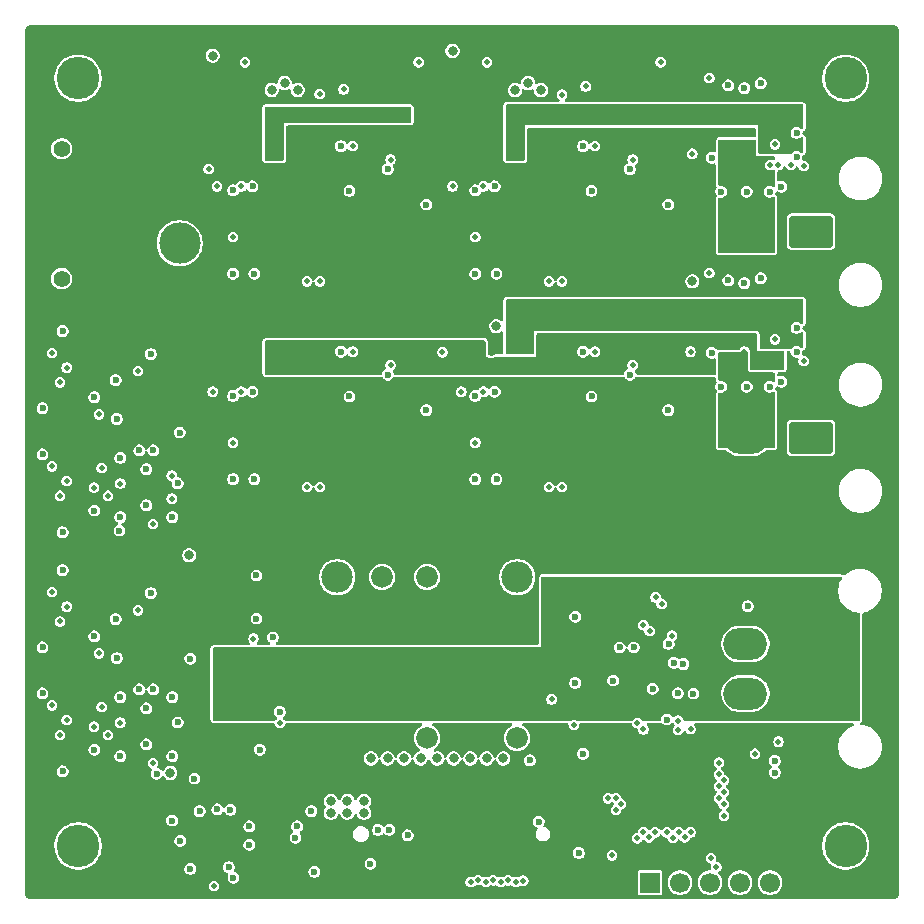
<source format=gbr>
%TF.GenerationSoftware,KiCad,Pcbnew,9.0.5*%
%TF.CreationDate,2025-12-30T00:31:23-08:00*%
%TF.ProjectId,vrb,7672622e-6b69-4636-9164-5f7063625858,rev?*%
%TF.SameCoordinates,Original*%
%TF.FileFunction,Copper,L4,Inr*%
%TF.FilePolarity,Positive*%
%FSLAX46Y46*%
G04 Gerber Fmt 4.6, Leading zero omitted, Abs format (unit mm)*
G04 Created by KiCad (PCBNEW 9.0.5) date 2025-12-30 00:31:23*
%MOMM*%
%LPD*%
G01*
G04 APERTURE LIST*
G04 Aperture macros list*
%AMRoundRect*
0 Rectangle with rounded corners*
0 $1 Rounding radius*
0 $2 $3 $4 $5 $6 $7 $8 $9 X,Y pos of 4 corners*
0 Add a 4 corners polygon primitive as box body*
4,1,4,$2,$3,$4,$5,$6,$7,$8,$9,$2,$3,0*
0 Add four circle primitives for the rounded corners*
1,1,$1+$1,$2,$3*
1,1,$1+$1,$4,$5*
1,1,$1+$1,$6,$7*
1,1,$1+$1,$8,$9*
0 Add four rect primitives between the rounded corners*
20,1,$1+$1,$2,$3,$4,$5,0*
20,1,$1+$1,$4,$5,$6,$7,0*
20,1,$1+$1,$6,$7,$8,$9,0*
20,1,$1+$1,$8,$9,$2,$3,0*%
G04 Aperture macros list end*
%TA.AperFunction,ComponentPad*%
%ADD10C,3.600000*%
%TD*%
%TA.AperFunction,ComponentPad*%
%ADD11RoundRect,0.250001X-1.599999X1.099999X-1.599999X-1.099999X1.599999X-1.099999X1.599999X1.099999X0*%
%TD*%
%TA.AperFunction,ComponentPad*%
%ADD12O,3.700000X2.700000*%
%TD*%
%TA.AperFunction,ComponentPad*%
%ADD13R,1.700000X1.700000*%
%TD*%
%TA.AperFunction,ComponentPad*%
%ADD14C,1.700000*%
%TD*%
%TA.AperFunction,ComponentPad*%
%ADD15R,1.830000X1.830000*%
%TD*%
%TA.AperFunction,ComponentPad*%
%ADD16C,1.830000*%
%TD*%
%TA.AperFunction,ComponentPad*%
%ADD17C,2.655000*%
%TD*%
%TA.AperFunction,ComponentPad*%
%ADD18C,1.400000*%
%TD*%
%TA.AperFunction,ComponentPad*%
%ADD19RoundRect,0.770000X0.980000X-0.980000X0.980000X0.980000X-0.980000X0.980000X-0.980000X-0.980000X0*%
%TD*%
%TA.AperFunction,ComponentPad*%
%ADD20C,3.500000*%
%TD*%
%TA.AperFunction,ViaPad*%
%ADD21C,0.500000*%
%TD*%
%TA.AperFunction,ViaPad*%
%ADD22C,0.600000*%
%TD*%
%TA.AperFunction,ViaPad*%
%ADD23C,0.800000*%
%TD*%
G04 APERTURE END LIST*
D10*
%TO.N,GND*%
%TO.C,H3*%
X143000000Y-130000000D03*
%TD*%
D11*
%TO.N,GND*%
%TO.C,J4*%
X140050000Y-78000000D03*
D12*
%TO.N,/RC Radio/VOUT*%
X134550000Y-78000000D03*
%TD*%
D11*
%TO.N,/CM_VOUT*%
%TO.C,J10*%
X140000000Y-112900000D03*
D12*
X140000000Y-117100000D03*
%TO.N,GND*%
X134500000Y-112900000D03*
X134500000Y-117100000D03*
%TD*%
D10*
%TO.N,GND*%
%TO.C,H1*%
X78000000Y-65000000D03*
%TD*%
D11*
%TO.N,GND*%
%TO.C,J3*%
X140050000Y-95450000D03*
D12*
%TO.N,/Telemetry Radio/VOUT*%
X134550000Y-95450000D03*
%TD*%
D13*
%TO.N,+3V3*%
%TO.C,J8*%
X126420000Y-133100000D03*
D14*
%TO.N,/USART1_TX_DEBUG*%
X128960000Y-133100000D03*
%TO.N,/SWDIO*%
X131500000Y-133100000D03*
%TO.N,/SWCLK*%
X134040000Y-133100000D03*
%TO.N,GND*%
X136580000Y-133100000D03*
%TD*%
D10*
%TO.N,GND*%
%TO.C,H2*%
X143000000Y-65000000D03*
%TD*%
D15*
%TO.N,+BATT*%
%TO.C,U12*%
X99931474Y-120850000D03*
D16*
%TO.N,/CM_EN*%
X107551474Y-120850000D03*
%TO.N,GND*%
X115171474Y-120850000D03*
D17*
%TO.N,Net-(U12-VOUT-)*%
X115171474Y-107250000D03*
D16*
%TO.N,Net-(U12-TRIM)*%
X107551474Y-107250000D03*
%TO.N,/Compute Module Domain/ISENSE+*%
X103741474Y-107250000D03*
D17*
X99931474Y-107250000D03*
%TD*%
D18*
%TO.N,*%
%TO.C,J11*%
X76600000Y-81976750D03*
X76600000Y-70976750D03*
D19*
%TO.N,+BATT*%
X86600000Y-73976750D03*
D20*
%TO.N,GND*%
X86600000Y-78976750D03*
%TD*%
D10*
%TO.N,GND*%
%TO.C,H4*%
X78000000Y-130000000D03*
%TD*%
D21*
%TO.N,/I2C3_SCL_SMBUS*%
X100475000Y-65950000D03*
%TO.N,/I2C3_SDA_SMBUS*%
X98450000Y-66350000D03*
D22*
%TO.N,GND*%
X91125000Y-98950000D03*
X98000000Y-132200000D03*
X135800000Y-81950000D03*
D21*
X97375000Y-82200000D03*
D23*
X94400000Y-66000000D03*
D22*
X79380000Y-92006000D03*
D21*
X117875000Y-82200000D03*
D22*
X104225000Y-90100000D03*
X107475000Y-93100000D03*
X76686842Y-123686000D03*
X120755000Y-88150000D03*
D23*
X108400000Y-122600000D03*
X107000000Y-122600000D03*
D22*
X100975000Y-91950000D03*
X76686842Y-106650000D03*
D21*
X118975000Y-99600000D03*
D23*
X102200000Y-126200000D03*
D22*
X93400000Y-121850000D03*
X127975000Y-75700000D03*
X93100000Y-110750000D03*
X134400000Y-82350000D03*
X127850000Y-119300000D03*
X92770000Y-74150000D03*
X107475000Y-75700000D03*
X91125000Y-81550000D03*
D23*
X102200000Y-127200000D03*
D21*
X79986842Y-118236000D03*
D23*
X102800000Y-122600000D03*
D22*
X79380000Y-121850000D03*
X134400000Y-65837500D03*
D21*
X117875000Y-99600000D03*
D22*
X128450000Y-114500000D03*
X138825000Y-88170000D03*
X83780000Y-98106000D03*
X81180000Y-90556000D03*
X125050000Y-113200000D03*
X85950000Y-127850000D03*
X132450000Y-91125000D03*
X100975000Y-74550000D03*
D23*
X100800000Y-127200000D03*
D21*
X98475000Y-82200000D03*
D23*
X104200000Y-122600000D03*
D21*
X79337176Y-119900000D03*
D22*
X113270000Y-74150000D03*
D23*
X111200000Y-122600000D03*
D22*
X91125000Y-91900000D03*
X74986842Y-92942000D03*
X92770000Y-91550000D03*
X102750000Y-131500000D03*
X113270000Y-91550000D03*
X128777834Y-117075000D03*
X103400000Y-128650000D03*
D23*
X116100000Y-65400000D03*
D22*
X111625000Y-74500000D03*
X85980000Y-122400000D03*
X120400000Y-130600000D03*
D23*
X114000000Y-122600000D03*
D22*
X124725000Y-72700000D03*
X81180000Y-110800000D03*
X95076474Y-118650000D03*
D23*
X99400000Y-127200000D03*
D22*
X134600000Y-74612500D03*
X111625000Y-98950000D03*
X129250000Y-114600000D03*
X128000000Y-112900000D03*
D23*
X96600000Y-66000000D03*
D22*
X81280000Y-114100000D03*
X85980000Y-102156000D03*
X138825000Y-86145000D03*
X123300000Y-116000000D03*
X74986842Y-113186000D03*
X92500000Y-129900000D03*
X87500000Y-131950000D03*
X81280000Y-93856000D03*
X96400000Y-129300000D03*
D23*
X109800000Y-122600000D03*
D22*
X104225000Y-72700000D03*
X121475000Y-74550000D03*
X137549277Y-74197464D03*
D21*
X92125000Y-63650000D03*
X79986842Y-97992000D03*
D22*
X120755000Y-70750000D03*
X137549277Y-90709964D03*
D23*
X89400000Y-63100000D03*
D21*
X97375000Y-99600000D03*
D22*
X91125000Y-74500000D03*
X130100000Y-117100000D03*
X83180000Y-116750000D03*
X135800000Y-65437500D03*
D21*
X118975000Y-82200000D03*
D22*
X94500000Y-112350000D03*
D23*
X117200000Y-66000000D03*
D22*
X76686842Y-86406000D03*
X93100000Y-107100000D03*
D21*
X98475000Y-99600000D03*
D22*
X79380000Y-112250000D03*
X111625000Y-91900000D03*
X136550000Y-91125000D03*
X83780000Y-118350000D03*
X120082174Y-116198290D03*
X90775000Y-131800000D03*
X105900000Y-129100000D03*
X124725000Y-90100000D03*
X97750000Y-127050000D03*
D23*
X112600000Y-122600000D03*
D22*
X83780000Y-101156000D03*
D23*
X99400000Y-126200000D03*
D22*
X76686842Y-103442000D03*
X136550000Y-74612500D03*
X84380000Y-116750000D03*
X138825000Y-69632500D03*
D23*
X95500000Y-65400000D03*
D22*
X89785000Y-126900000D03*
D23*
X105600000Y-122600000D03*
D21*
X79337176Y-99656000D03*
D22*
X74986842Y-96842000D03*
X132450000Y-74612500D03*
D23*
X115000000Y-66000000D03*
X109700000Y-62700000D03*
D22*
X111625000Y-81550000D03*
X74986842Y-117086000D03*
X100255000Y-88150000D03*
X84160000Y-108598254D03*
X100255000Y-70750000D03*
X79380000Y-101606000D03*
X131650000Y-71737500D03*
X121475000Y-91950000D03*
X134700000Y-109700000D03*
X126650000Y-116700000D03*
X84160000Y-88354254D03*
D23*
X100800000Y-126200000D03*
D22*
X138825000Y-71657500D03*
X120100000Y-110600000D03*
D21*
X127325000Y-63650000D03*
X106825000Y-63650000D03*
X112625000Y-63650000D03*
D22*
X134600000Y-91125000D03*
X127975000Y-93100000D03*
X83180000Y-96506000D03*
X131650000Y-88250000D03*
X83780000Y-121400000D03*
X84380000Y-96506000D03*
%TO.N,VBUS1*%
X87500000Y-114150000D03*
D23*
X87400000Y-105400000D03*
D22*
X90900000Y-126950000D03*
D23*
X85800000Y-123825000D03*
D22*
X88300000Y-127050000D03*
X91150000Y-132700000D03*
%TO.N,+3V3*%
X117000000Y-127950000D03*
D21*
X128800000Y-120200000D03*
D22*
X113425000Y-98950000D03*
D23*
X113400000Y-86000000D03*
D22*
X137000000Y-122800000D03*
X92500000Y-128350000D03*
X81580000Y-102156000D03*
X86600000Y-95000000D03*
X133050000Y-65607500D03*
D21*
X128800000Y-119400000D03*
D22*
X113425000Y-81550000D03*
X120750000Y-122200000D03*
X137000000Y-123800000D03*
D23*
X130000000Y-82200000D03*
D22*
X81580000Y-97156000D03*
X116250000Y-122750000D03*
X92925000Y-81550000D03*
X104350000Y-128650000D03*
X123850000Y-113200000D03*
X133050000Y-82120000D03*
X92925000Y-98950000D03*
X96550000Y-128350000D03*
X81580000Y-117400000D03*
X81580000Y-122400000D03*
%TO.N,+5V*%
X86430000Y-119550000D03*
X85980000Y-117400000D03*
X81500000Y-103300000D03*
X84650000Y-123900000D03*
X86430000Y-99306000D03*
D21*
%TO.N,+BATT*%
X101600000Y-133200000D03*
X95675000Y-99600000D03*
X112970000Y-88262500D03*
X92470000Y-70862500D03*
X94675000Y-82200000D03*
X116175000Y-82200000D03*
X105600000Y-133200000D03*
D23*
X100400000Y-131000000D03*
D21*
X115175000Y-82200000D03*
D23*
X99200000Y-132200000D03*
D21*
X102600000Y-133200000D03*
X116175000Y-99600000D03*
X94675000Y-99600000D03*
X115175000Y-99600000D03*
X95675000Y-82200000D03*
D23*
X101600000Y-132200000D03*
D21*
X112970000Y-70862500D03*
X99200000Y-133200000D03*
D23*
X101600000Y-131000000D03*
D21*
X103600000Y-133200000D03*
X104600000Y-133200000D03*
D23*
X100400000Y-132200000D03*
D21*
X92470000Y-88262500D03*
X100400000Y-133200000D03*
D23*
X99200000Y-131000000D03*
D21*
%TO.N,/FMU1_VOUT*%
X94550000Y-70450000D03*
D22*
X105400000Y-68100000D03*
D21*
X94550000Y-71250000D03*
D22*
X103400000Y-68100000D03*
%TO.N,/FMU2_VOUT*%
X123900000Y-68100000D03*
D21*
X136600000Y-67987500D03*
X138350000Y-67987500D03*
D22*
X125900000Y-68100000D03*
D21*
X137300000Y-67987500D03*
X115050000Y-71300000D03*
D22*
X137850000Y-70687500D03*
D21*
X115050000Y-70500000D03*
%TO.N,/RADIO_VOUT*%
X115050000Y-87850000D03*
X137300000Y-84500000D03*
X136600000Y-84500000D03*
X115050000Y-86950000D03*
X136600000Y-72337500D03*
X138350000Y-84500000D03*
X138350000Y-72337500D03*
D22*
X137850000Y-87200000D03*
D21*
X137300000Y-72337500D03*
%TO.N,/RADAR_VOUT*%
X94550000Y-88650000D03*
X136600000Y-88850000D03*
X137300000Y-88850000D03*
X94550000Y-87900000D03*
%TO.N,/CM_VOUT*%
X90400000Y-115400000D03*
X90400000Y-114700000D03*
X90400000Y-116800000D03*
X91400000Y-116800000D03*
X90400000Y-114000000D03*
X92300000Y-116800000D03*
X90400000Y-116100000D03*
%TO.N,/CAN2_STATUS*%
X79780000Y-113700000D03*
X132250000Y-123950000D03*
%TO.N,/FMU1_STATUS*%
X128850000Y-128850000D03*
X104450000Y-71900000D03*
%TO.N,/FMU2_STATUS*%
X124950000Y-71900000D03*
X129850000Y-128850000D03*
%TO.N,/RADIO_STATUS*%
X129850000Y-120100000D03*
X124950000Y-89300000D03*
%TO.N,/RADAR_STATUS*%
X128282974Y-112205428D03*
X104450000Y-89300000D03*
%TO.N,/CAN1_STATUS*%
X79780000Y-93456000D03*
X125850000Y-128850000D03*
%TO.N,/CM_STATUS*%
X122850000Y-125975000D03*
X118100000Y-117600000D03*
%TO.N,/CANFD 2 (Redundant)/FDCAN_P*%
X77030000Y-109750000D03*
X77030000Y-119350000D03*
%TO.N,/CANFD 2 (Redundant)/FDCAN_N*%
X76480000Y-111000000D03*
X76480000Y-120600000D03*
X80536842Y-120600000D03*
X81572842Y-119562500D03*
D22*
%TO.N,VBUS2*%
X86650000Y-129570000D03*
X87850000Y-124300000D03*
D21*
%TO.N,/CANFD 1 (Primary)/FDCAN_P*%
X77030000Y-99106000D03*
X77030000Y-89506000D03*
%TO.N,/CANFD 1 (Primary)/FDCAN_N*%
X81572842Y-99318500D03*
X80536842Y-100356000D03*
X76480000Y-100356000D03*
X76480000Y-90756000D03*
%TO.N,/CAN2_SILENT*%
X132678030Y-127439176D03*
X84350000Y-122994000D03*
%TO.N,/CAN2_TERM*%
X132250000Y-122950000D03*
X83080000Y-110050000D03*
%TO.N,/FMU1_VSENSE*%
X89050000Y-72700000D03*
X101250000Y-70750000D03*
%TO.N,/FMU1_EN*%
X128350000Y-129300000D03*
X91125000Y-78450000D03*
%TO.N,/FMU2_VSENSE*%
X125850001Y-120134666D03*
X130000000Y-71400000D03*
X121750000Y-70750000D03*
X126400000Y-111800000D03*
%TO.N,/FMU2_EN*%
X111625000Y-78450000D03*
X129350001Y-129265334D03*
%TO.N,/RADIO_VSENSE*%
X125850000Y-111300000D03*
X121750000Y-88150000D03*
X125350000Y-119600000D03*
X129850000Y-88150000D03*
%TO.N,/RADIO_EN*%
X127850000Y-128850000D03*
X111625000Y-95850000D03*
%TO.N,/RADAR_VSENSE*%
X108850000Y-88200000D03*
X101250000Y-88150000D03*
%TO.N,/RADAR_EN*%
X91125000Y-95850000D03*
X126850000Y-128850000D03*
%TO.N,/CAN1_SILENT*%
X84350000Y-102750000D03*
X125350000Y-129350000D03*
%TO.N,/CM_VSENSE*%
X92850000Y-112450000D03*
X123534665Y-126950001D03*
%TO.N,/CAN1_TERM*%
X83080000Y-89806000D03*
X126350001Y-129265335D03*
%TO.N,/CM_EN*%
X119976474Y-119775000D03*
X123534666Y-125949999D03*
%TO.N,/CANFD 2 (Redundant)/VIN*%
X75786842Y-118100000D03*
X75786842Y-108500000D03*
%TO.N,/IESC1*%
X111244405Y-133057649D03*
%TO.N,/FMU1_ISENSE*%
X91820000Y-74150000D03*
X89750000Y-74150000D03*
%TO.N,/FMU2_ISENSE*%
X112320000Y-74150000D03*
X109700000Y-74150000D03*
%TO.N,/RADIO_ISENSE*%
X110450000Y-91550000D03*
X112320000Y-91550000D03*
%TO.N,/RADAR_ISENSE*%
X89400000Y-91550000D03*
X91820000Y-91550000D03*
%TO.N,/FDCAN1_RX*%
X85930000Y-98656000D03*
X127401000Y-109531310D03*
%TO.N,/FDCAN1_TX*%
X85930000Y-100606000D03*
X126900000Y-108950000D03*
%TO.N,/CM_ISENSE*%
X123950000Y-126450000D03*
X95100000Y-119600000D03*
%TO.N,/RC Radio/VOUT*%
X134396250Y-72446250D03*
X134400000Y-71650000D03*
%TO.N,/Telemetry Radio/VOUT*%
X134400000Y-88900000D03*
X134400000Y-88150000D03*
%TO.N,/I2C3_SCL_SMBUS*%
X132250000Y-124950000D03*
X123200000Y-130800000D03*
X120975000Y-65700000D03*
%TO.N,/I2C3_SDA_SMBUS*%
X132665335Y-124449999D03*
X131575001Y-131021015D03*
X135300000Y-122200000D03*
X118975000Y-66400000D03*
%TO.N,/TELEM_STATUS*%
X132250000Y-125950000D03*
X131450000Y-81500000D03*
%TO.N,/Telemetry Radio/OV2*%
X136997118Y-87113234D03*
X139425000Y-88950000D03*
%TO.N,/RC_STATUS*%
X132665334Y-125450001D03*
X131450000Y-64987500D03*
%TO.N,/RC Radio/OV2*%
X136997118Y-70600734D03*
X139425000Y-72437500D03*
%TO.N,/USART1_TX_DEBUG*%
X132050000Y-131775000D03*
X137300000Y-121175000D03*
%TO.N,/CANFD 1 (Primary)/VIN*%
X75786842Y-88256000D03*
X75786842Y-97856000D03*
%TO.N,/RESV0*%
X114414737Y-132909692D03*
%TO.N,/IESC3*%
X112509435Y-133053295D03*
%TO.N,/RESV1*%
X115044730Y-133069728D03*
%TO.N,/IESC4*%
X113145343Y-132918671D03*
%TO.N,/IPAYLOAD*%
X113781031Y-133054330D03*
%TO.N,/RESV2*%
X115683610Y-132950000D03*
%TO.N,/IESC2*%
X111875000Y-132900000D03*
%TO.N,/REG_STATUS*%
X132665335Y-126449999D03*
X89500000Y-133400000D03*
%TD*%
%TA.AperFunction,Conductor*%
%TO.N,/FMU2_VOUT*%
G36*
X135600000Y-69000000D02*
G01*
X115812343Y-69000000D01*
X115812343Y-71876000D01*
X115792658Y-71943039D01*
X115739854Y-71988794D01*
X115688343Y-72000000D01*
X114336343Y-72000000D01*
X114269304Y-71980315D01*
X114223549Y-71927511D01*
X114212343Y-71876000D01*
X114212343Y-67324000D01*
X114232028Y-67256961D01*
X114284832Y-67211206D01*
X114336343Y-67200000D01*
X135600000Y-67200000D01*
X135600000Y-69000000D01*
G37*
%TD.AperFunction*%
%TD*%
%TA.AperFunction,Conductor*%
%TO.N,/RC Radio/VOUT*%
G36*
X135343039Y-70219685D02*
G01*
X135388794Y-70272489D01*
X135400000Y-70324000D01*
X135400000Y-71600000D01*
X136876000Y-71600000D01*
X136943039Y-71619685D01*
X136988794Y-71672489D01*
X137000000Y-71724000D01*
X137000000Y-71833473D01*
X136980315Y-71900512D01*
X136927511Y-71946267D01*
X136858353Y-71956211D01*
X136814000Y-71940860D01*
X136773889Y-71917702D01*
X136773890Y-71917702D01*
X136764494Y-71915184D01*
X136659309Y-71887000D01*
X136540691Y-71887000D01*
X136426114Y-71917701D01*
X136426112Y-71917701D01*
X136426112Y-71917702D01*
X136323387Y-71977011D01*
X136323384Y-71977013D01*
X136239513Y-72060884D01*
X136239511Y-72060887D01*
X136191468Y-72144100D01*
X136180201Y-72163614D01*
X136149500Y-72278191D01*
X136149500Y-72396809D01*
X136180201Y-72511386D01*
X136239511Y-72614113D01*
X136323387Y-72697989D01*
X136426114Y-72757299D01*
X136540691Y-72788000D01*
X136540694Y-72788000D01*
X136659306Y-72788000D01*
X136659309Y-72788000D01*
X136773886Y-72757299D01*
X136773888Y-72757297D01*
X136773890Y-72757297D01*
X136773891Y-72757296D01*
X136813999Y-72734140D01*
X136881899Y-72717666D01*
X136947926Y-72740518D01*
X136991117Y-72795438D01*
X137000000Y-72841526D01*
X137000000Y-74079605D01*
X136980315Y-74146644D01*
X136927511Y-74192399D01*
X136858353Y-74202343D01*
X136814000Y-74186992D01*
X136743189Y-74146109D01*
X136743186Y-74146108D01*
X136615892Y-74112000D01*
X136484108Y-74112000D01*
X136356812Y-74146108D01*
X136242686Y-74212000D01*
X136242683Y-74212002D01*
X136149502Y-74305183D01*
X136149500Y-74305186D01*
X136083608Y-74419312D01*
X136049500Y-74546608D01*
X136049500Y-74678391D01*
X136083608Y-74805687D01*
X136116554Y-74862750D01*
X136149500Y-74919814D01*
X136242686Y-75013000D01*
X136341521Y-75070063D01*
X136356810Y-75078890D01*
X136356814Y-75078892D01*
X136484108Y-75113000D01*
X136484110Y-75113000D01*
X136615890Y-75113000D01*
X136615892Y-75113000D01*
X136743186Y-75078892D01*
X136813999Y-75038008D01*
X136881899Y-75021534D01*
X136947926Y-75044386D01*
X136991117Y-75099307D01*
X137000000Y-75145394D01*
X137000000Y-79676000D01*
X136980315Y-79743039D01*
X136927511Y-79788794D01*
X136876000Y-79800000D01*
X132324000Y-79800000D01*
X132256961Y-79780315D01*
X132211206Y-79727511D01*
X132200000Y-79676000D01*
X132200000Y-75225268D01*
X132219685Y-75158229D01*
X132272489Y-75112474D01*
X132341647Y-75102530D01*
X132356082Y-75105490D01*
X132384108Y-75113000D01*
X132384110Y-75113000D01*
X132515890Y-75113000D01*
X132515892Y-75113000D01*
X132643186Y-75078892D01*
X132757314Y-75013000D01*
X132850500Y-74919814D01*
X132916392Y-74805686D01*
X132950500Y-74678392D01*
X132950500Y-74546608D01*
X134099500Y-74546608D01*
X134099500Y-74678391D01*
X134133608Y-74805687D01*
X134166554Y-74862750D01*
X134199500Y-74919814D01*
X134292686Y-75013000D01*
X134391521Y-75070063D01*
X134406810Y-75078890D01*
X134406814Y-75078892D01*
X134534108Y-75113000D01*
X134534110Y-75113000D01*
X134665890Y-75113000D01*
X134665892Y-75113000D01*
X134793186Y-75078892D01*
X134907314Y-75013000D01*
X135000500Y-74919814D01*
X135066392Y-74805686D01*
X135100500Y-74678392D01*
X135100500Y-74546608D01*
X135066392Y-74419314D01*
X135000500Y-74305186D01*
X134907314Y-74212000D01*
X134850250Y-74179054D01*
X134793187Y-74146108D01*
X134729539Y-74129054D01*
X134665892Y-74112000D01*
X134534108Y-74112000D01*
X134406812Y-74146108D01*
X134292686Y-74212000D01*
X134292683Y-74212002D01*
X134199502Y-74305183D01*
X134199500Y-74305186D01*
X134133608Y-74419312D01*
X134099500Y-74546608D01*
X132950500Y-74546608D01*
X132916392Y-74419314D01*
X132850500Y-74305186D01*
X132757314Y-74212000D01*
X132700250Y-74179054D01*
X132643187Y-74146108D01*
X132579539Y-74129054D01*
X132515892Y-74112000D01*
X132384108Y-74112000D01*
X132356090Y-74119507D01*
X132286241Y-74117842D01*
X132228379Y-74078678D01*
X132200877Y-74014449D01*
X132200000Y-73999731D01*
X132200000Y-70324000D01*
X132219685Y-70256961D01*
X132272489Y-70211206D01*
X132324000Y-70200000D01*
X135276000Y-70200000D01*
X135343039Y-70219685D01*
G37*
%TD.AperFunction*%
%TD*%
%TA.AperFunction,Conductor*%
%TO.N,/FMU1_VOUT*%
G36*
X106143039Y-67419685D02*
G01*
X106188794Y-67472489D01*
X106200000Y-67524000D01*
X106200000Y-68676000D01*
X106180315Y-68743039D01*
X106127511Y-68788794D01*
X106076000Y-68800000D01*
X95400000Y-68800000D01*
X95400000Y-71876000D01*
X95380315Y-71943039D01*
X95327511Y-71988794D01*
X95276000Y-72000000D01*
X93924000Y-72000000D01*
X93856961Y-71980315D01*
X93811206Y-71927511D01*
X93800000Y-71876000D01*
X93800000Y-67524000D01*
X93819685Y-67456961D01*
X93872489Y-67411206D01*
X93924000Y-67400000D01*
X106076000Y-67400000D01*
X106143039Y-67419685D01*
G37*
%TD.AperFunction*%
%TD*%
%TA.AperFunction,Conductor*%
%TO.N,/CM_VOUT*%
G36*
X142608312Y-107219685D02*
G01*
X142654067Y-107272489D01*
X142664011Y-107341647D01*
X142648660Y-107386000D01*
X142536777Y-107579785D01*
X142536773Y-107579794D01*
X142443947Y-107803895D01*
X142381161Y-108038214D01*
X142349500Y-108278711D01*
X142349500Y-108521288D01*
X142381161Y-108761785D01*
X142443947Y-108996104D01*
X142536773Y-109220205D01*
X142536777Y-109220214D01*
X142540473Y-109226615D01*
X142658064Y-109430289D01*
X142658066Y-109430292D01*
X142658067Y-109430293D01*
X142805733Y-109622736D01*
X142805739Y-109622743D01*
X142977256Y-109794260D01*
X142977262Y-109794265D01*
X143169711Y-109941936D01*
X143379788Y-110063224D01*
X143603900Y-110156054D01*
X143838211Y-110218838D01*
X144078712Y-110250500D01*
X144078717Y-110250500D01*
X144082763Y-110250766D01*
X144082652Y-110252453D01*
X144143039Y-110270185D01*
X144188794Y-110322989D01*
X144200000Y-110374500D01*
X144200000Y-119276000D01*
X144180315Y-119343039D01*
X144127511Y-119388794D01*
X144076000Y-119400000D01*
X129361540Y-119400000D01*
X129294501Y-119380315D01*
X129248746Y-119327511D01*
X129241767Y-119308100D01*
X129219799Y-119226114D01*
X129160489Y-119123387D01*
X129076613Y-119039511D01*
X128973886Y-118980201D01*
X128859309Y-118949500D01*
X128740691Y-118949500D01*
X128626114Y-118980201D01*
X128626112Y-118980201D01*
X128626112Y-118980202D01*
X128523387Y-119039511D01*
X128523383Y-119039514D01*
X128481790Y-119081107D01*
X128420467Y-119114591D01*
X128350775Y-119109606D01*
X128294842Y-119067734D01*
X128286723Y-119055426D01*
X128277536Y-119039514D01*
X128250500Y-118992686D01*
X128157314Y-118899500D01*
X128100250Y-118866554D01*
X128043187Y-118833608D01*
X127979539Y-118816554D01*
X127915892Y-118799500D01*
X127784108Y-118799500D01*
X127656812Y-118833608D01*
X127542686Y-118899500D01*
X127542683Y-118899502D01*
X127449502Y-118992683D01*
X127449500Y-118992686D01*
X127383608Y-119106812D01*
X127349500Y-119234108D01*
X127349500Y-119276000D01*
X127329815Y-119343039D01*
X127277011Y-119388794D01*
X127225500Y-119400000D01*
X125826313Y-119400000D01*
X125759274Y-119380315D01*
X125718926Y-119338001D01*
X125718324Y-119336958D01*
X125710489Y-119323387D01*
X125626613Y-119239511D01*
X125523886Y-119180201D01*
X125409309Y-119149500D01*
X125290691Y-119149500D01*
X125176114Y-119180201D01*
X125176112Y-119180201D01*
X125176112Y-119180202D01*
X125073387Y-119239511D01*
X125073384Y-119239513D01*
X124989513Y-119323384D01*
X124989511Y-119323387D01*
X124981074Y-119338001D01*
X124930506Y-119386216D01*
X124873687Y-119400000D01*
X120261180Y-119400000D01*
X120199179Y-119383387D01*
X120193858Y-119380315D01*
X120150360Y-119355201D01*
X120035783Y-119324500D01*
X119917165Y-119324500D01*
X119802588Y-119355201D01*
X119802586Y-119355201D01*
X119802586Y-119355202D01*
X119753769Y-119383387D01*
X119691768Y-119400000D01*
X95576313Y-119400000D01*
X95509274Y-119380315D01*
X95484377Y-119359210D01*
X95475524Y-119349429D01*
X95460489Y-119323387D01*
X95376613Y-119239511D01*
X95375410Y-119238816D01*
X95368506Y-119231188D01*
X95354592Y-119202386D01*
X95339276Y-119174336D01*
X95339503Y-119171150D01*
X95338114Y-119168274D01*
X95341979Y-119136529D01*
X95344260Y-119104644D01*
X95346178Y-119102049D01*
X95346560Y-119098917D01*
X95364421Y-119077379D01*
X95379195Y-119057401D01*
X95378041Y-119056247D01*
X95394777Y-119039511D01*
X95476974Y-118957314D01*
X95542866Y-118843186D01*
X95576974Y-118715892D01*
X95576974Y-118584108D01*
X95542866Y-118456814D01*
X95476974Y-118342686D01*
X95383788Y-118249500D01*
X95326724Y-118216554D01*
X95269661Y-118183608D01*
X95206013Y-118166554D01*
X95142366Y-118149500D01*
X95010582Y-118149500D01*
X94883286Y-118183608D01*
X94769160Y-118249500D01*
X94769157Y-118249502D01*
X94675976Y-118342683D01*
X94675974Y-118342686D01*
X94610082Y-118456812D01*
X94575974Y-118584108D01*
X94575974Y-118715891D01*
X94610082Y-118843187D01*
X94642595Y-118899500D01*
X94675974Y-118957314D01*
X94769160Y-119050500D01*
X94783417Y-119058731D01*
X94798246Y-119074283D01*
X94816172Y-119086134D01*
X94821877Y-119099066D01*
X94831632Y-119109297D01*
X94835699Y-119130398D01*
X94844373Y-119150060D01*
X94842180Y-119164023D01*
X94844856Y-119177904D01*
X94836869Y-119197854D01*
X94833536Y-119219084D01*
X94821557Y-119236100D01*
X94818888Y-119242769D01*
X94814072Y-119248526D01*
X94811659Y-119251238D01*
X94739511Y-119323387D01*
X94724748Y-119348956D01*
X94716342Y-119358408D01*
X94697005Y-119370484D01*
X94680506Y-119386216D01*
X94666296Y-119389663D01*
X94657080Y-119395419D01*
X94643305Y-119395240D01*
X94623687Y-119400000D01*
X89524000Y-119400000D01*
X89456961Y-119380315D01*
X89411206Y-119327511D01*
X89400000Y-119276000D01*
X89400000Y-117540691D01*
X117649500Y-117540691D01*
X117649500Y-117659309D01*
X117680201Y-117773886D01*
X117739511Y-117876613D01*
X117823387Y-117960489D01*
X117926114Y-118019799D01*
X118040691Y-118050500D01*
X118040694Y-118050500D01*
X118159306Y-118050500D01*
X118159309Y-118050500D01*
X118273886Y-118019799D01*
X118376613Y-117960489D01*
X118460489Y-117876613D01*
X118519799Y-117773886D01*
X118550500Y-117659309D01*
X118550500Y-117540691D01*
X118519799Y-117426114D01*
X118460489Y-117323387D01*
X118376613Y-117239511D01*
X118273886Y-117180201D01*
X118159309Y-117149500D01*
X118040691Y-117149500D01*
X117926114Y-117180201D01*
X117926112Y-117180201D01*
X117926112Y-117180202D01*
X117823387Y-117239511D01*
X117823384Y-117239513D01*
X117739513Y-117323384D01*
X117739511Y-117323387D01*
X117680201Y-117426114D01*
X117649500Y-117540691D01*
X89400000Y-117540691D01*
X89400000Y-116132398D01*
X119581674Y-116132398D01*
X119581674Y-116264181D01*
X119615782Y-116391477D01*
X119620990Y-116400497D01*
X119681674Y-116505604D01*
X119774860Y-116598790D01*
X119888988Y-116664682D01*
X120016282Y-116698790D01*
X120016284Y-116698790D01*
X120148064Y-116698790D01*
X120148066Y-116698790D01*
X120275360Y-116664682D01*
X120328316Y-116634108D01*
X126149500Y-116634108D01*
X126149500Y-116765892D01*
X126166554Y-116829539D01*
X126183608Y-116893187D01*
X126191475Y-116906812D01*
X126249500Y-117007314D01*
X126342686Y-117100500D01*
X126441521Y-117157563D01*
X126455944Y-117165890D01*
X126456814Y-117166392D01*
X126584108Y-117200500D01*
X126584110Y-117200500D01*
X126715890Y-117200500D01*
X126715892Y-117200500D01*
X126843186Y-117166392D01*
X126957314Y-117100500D01*
X127048706Y-117009108D01*
X128277334Y-117009108D01*
X128277334Y-117140892D01*
X128293306Y-117200500D01*
X128311442Y-117268187D01*
X128325876Y-117293187D01*
X128377334Y-117382314D01*
X128470520Y-117475500D01*
X128584648Y-117541392D01*
X128711942Y-117575500D01*
X128711944Y-117575500D01*
X128843724Y-117575500D01*
X128843726Y-117575500D01*
X128971020Y-117541392D01*
X129085148Y-117475500D01*
X129178334Y-117382314D01*
X129244226Y-117268186D01*
X129278334Y-117140892D01*
X129278334Y-117034108D01*
X129599500Y-117034108D01*
X129599500Y-117165892D01*
X129608773Y-117200499D01*
X129633608Y-117293187D01*
X129666554Y-117350250D01*
X129699500Y-117407314D01*
X129792686Y-117500500D01*
X129906814Y-117566392D01*
X130034108Y-117600500D01*
X130034110Y-117600500D01*
X130165890Y-117600500D01*
X130165892Y-117600500D01*
X130293186Y-117566392D01*
X130407314Y-117500500D01*
X130500500Y-117407314D01*
X130566392Y-117293186D01*
X130600500Y-117165892D01*
X130600500Y-117034108D01*
X130585459Y-116977973D01*
X132449500Y-116977973D01*
X132449500Y-117222026D01*
X132481824Y-117426114D01*
X132487679Y-117463076D01*
X132563096Y-117695185D01*
X132655537Y-117876612D01*
X132673896Y-117912642D01*
X132817339Y-118110076D01*
X132817343Y-118110081D01*
X132989918Y-118282656D01*
X132989923Y-118282660D01*
X133162136Y-118407779D01*
X133187361Y-118426106D01*
X133404815Y-118536904D01*
X133636924Y-118612321D01*
X133877973Y-118650500D01*
X133877974Y-118650500D01*
X135122026Y-118650500D01*
X135122027Y-118650500D01*
X135363076Y-118612321D01*
X135595185Y-118536904D01*
X135812639Y-118426106D01*
X136010083Y-118282655D01*
X136182655Y-118110083D01*
X136326106Y-117912639D01*
X136436904Y-117695185D01*
X136512321Y-117463076D01*
X136550500Y-117222027D01*
X136550500Y-116977973D01*
X136512321Y-116736924D01*
X136436904Y-116504815D01*
X136326106Y-116287361D01*
X136287052Y-116233608D01*
X136182660Y-116089923D01*
X136182656Y-116089918D01*
X136010081Y-115917343D01*
X136010076Y-115917339D01*
X135812642Y-115773896D01*
X135812641Y-115773895D01*
X135812639Y-115773894D01*
X135595185Y-115663096D01*
X135363076Y-115587679D01*
X135363074Y-115587678D01*
X135363072Y-115587678D01*
X135194769Y-115561021D01*
X135122027Y-115549500D01*
X133877973Y-115549500D01*
X133822093Y-115558350D01*
X133636927Y-115587678D01*
X133404812Y-115663097D01*
X133187357Y-115773896D01*
X132989923Y-115917339D01*
X132989918Y-115917343D01*
X132817343Y-116089918D01*
X132817339Y-116089923D01*
X132673896Y-116287357D01*
X132563097Y-116504812D01*
X132563096Y-116504814D01*
X132563096Y-116504815D01*
X132552216Y-116538300D01*
X132487678Y-116736927D01*
X132449500Y-116977973D01*
X130585459Y-116977973D01*
X130566392Y-116906814D01*
X130500500Y-116792686D01*
X130407314Y-116699500D01*
X130347006Y-116664681D01*
X130293187Y-116633608D01*
X130229539Y-116616554D01*
X130165892Y-116599500D01*
X130034108Y-116599500D01*
X129906812Y-116633608D01*
X129792686Y-116699500D01*
X129792683Y-116699502D01*
X129699502Y-116792683D01*
X129699500Y-116792686D01*
X129633608Y-116906812D01*
X129624989Y-116938980D01*
X129599500Y-117034108D01*
X129278334Y-117034108D01*
X129278334Y-117009108D01*
X129244226Y-116881814D01*
X129178334Y-116767686D01*
X129085148Y-116674500D01*
X129014321Y-116633608D01*
X128971021Y-116608608D01*
X128907373Y-116591554D01*
X128843726Y-116574500D01*
X128711942Y-116574500D01*
X128584646Y-116608608D01*
X128470520Y-116674500D01*
X128470517Y-116674502D01*
X128377336Y-116767683D01*
X128377334Y-116767686D01*
X128311442Y-116881812D01*
X128278383Y-117005194D01*
X128277334Y-117009108D01*
X127048706Y-117009108D01*
X127050500Y-117007314D01*
X127116392Y-116893186D01*
X127150500Y-116765892D01*
X127150500Y-116634108D01*
X127116392Y-116506814D01*
X127115693Y-116505604D01*
X127093054Y-116466392D01*
X127050500Y-116392686D01*
X126957314Y-116299500D01*
X126896138Y-116264180D01*
X126843187Y-116233608D01*
X126779539Y-116216554D01*
X126715892Y-116199500D01*
X126584108Y-116199500D01*
X126456812Y-116233608D01*
X126342686Y-116299500D01*
X126342683Y-116299502D01*
X126249502Y-116392683D01*
X126249500Y-116392686D01*
X126183608Y-116506812D01*
X126158963Y-116598790D01*
X126149500Y-116634108D01*
X120328316Y-116634108D01*
X120389488Y-116598790D01*
X120482674Y-116505604D01*
X120548566Y-116391476D01*
X120582674Y-116264182D01*
X120582674Y-116132398D01*
X120548566Y-116005104D01*
X120548565Y-116005102D01*
X120548565Y-116005101D01*
X120538681Y-115987983D01*
X120538680Y-115987981D01*
X120507576Y-115934108D01*
X122799500Y-115934108D01*
X122799500Y-116065892D01*
X122805938Y-116089918D01*
X122833608Y-116193187D01*
X122837253Y-116199500D01*
X122899500Y-116307314D01*
X122992686Y-116400500D01*
X123106814Y-116466392D01*
X123234108Y-116500500D01*
X123234110Y-116500500D01*
X123365890Y-116500500D01*
X123365892Y-116500500D01*
X123493186Y-116466392D01*
X123607314Y-116400500D01*
X123700500Y-116307314D01*
X123766392Y-116193186D01*
X123800500Y-116065892D01*
X123800500Y-115934108D01*
X123766392Y-115806814D01*
X123700500Y-115692686D01*
X123607314Y-115599500D01*
X123520712Y-115549500D01*
X123493187Y-115533608D01*
X123429539Y-115516554D01*
X123365892Y-115499500D01*
X123234108Y-115499500D01*
X123106812Y-115533608D01*
X122992686Y-115599500D01*
X122992683Y-115599502D01*
X122899502Y-115692683D01*
X122899500Y-115692686D01*
X122833608Y-115806812D01*
X122811058Y-115890973D01*
X122799500Y-115934108D01*
X120507576Y-115934108D01*
X120497898Y-115917345D01*
X120482674Y-115890976D01*
X120389488Y-115797790D01*
X120332424Y-115764844D01*
X120275361Y-115731898D01*
X120211713Y-115714844D01*
X120148066Y-115697790D01*
X120016282Y-115697790D01*
X119888986Y-115731898D01*
X119774860Y-115797790D01*
X119774857Y-115797792D01*
X119681676Y-115890973D01*
X119681674Y-115890976D01*
X119615782Y-116005102D01*
X119581674Y-116132398D01*
X89400000Y-116132398D01*
X89400000Y-114434108D01*
X127949500Y-114434108D01*
X127949500Y-114565891D01*
X127983608Y-114693187D01*
X128016554Y-114750250D01*
X128049500Y-114807314D01*
X128142686Y-114900500D01*
X128256814Y-114966392D01*
X128384108Y-115000500D01*
X128384110Y-115000500D01*
X128515890Y-115000500D01*
X128515892Y-115000500D01*
X128643186Y-114966392D01*
X128729038Y-114916824D01*
X128796934Y-114900352D01*
X128862961Y-114923203D01*
X128878717Y-114936531D01*
X128942686Y-115000500D01*
X129056814Y-115066392D01*
X129184108Y-115100500D01*
X129184110Y-115100500D01*
X129315890Y-115100500D01*
X129315892Y-115100500D01*
X129443186Y-115066392D01*
X129557314Y-115000500D01*
X129650500Y-114907314D01*
X129716392Y-114793186D01*
X129750500Y-114665892D01*
X129750500Y-114534108D01*
X129716392Y-114406814D01*
X129650500Y-114292686D01*
X129557314Y-114199500D01*
X129494903Y-114163467D01*
X129443187Y-114133608D01*
X129379539Y-114116554D01*
X129315892Y-114099500D01*
X129184108Y-114099500D01*
X129056811Y-114133608D01*
X128970961Y-114183174D01*
X128903061Y-114199645D01*
X128837034Y-114176793D01*
X128821281Y-114163467D01*
X128757316Y-114099502D01*
X128757314Y-114099500D01*
X128700250Y-114066554D01*
X128643187Y-114033608D01*
X128579539Y-114016554D01*
X128515892Y-113999500D01*
X128384108Y-113999500D01*
X128256812Y-114033608D01*
X128142686Y-114099500D01*
X128142683Y-114099502D01*
X128049502Y-114192683D01*
X128049500Y-114192686D01*
X127983608Y-114306812D01*
X127949500Y-114434108D01*
X89400000Y-114434108D01*
X89400000Y-113324000D01*
X89419685Y-113256961D01*
X89472489Y-113211206D01*
X89524000Y-113200000D01*
X117200000Y-113200000D01*
X117200000Y-113134108D01*
X123349500Y-113134108D01*
X123349500Y-113265892D01*
X123358772Y-113300497D01*
X123383608Y-113393187D01*
X123416554Y-113450250D01*
X123449500Y-113507314D01*
X123542686Y-113600500D01*
X123656814Y-113666392D01*
X123784108Y-113700500D01*
X123784110Y-113700500D01*
X123915890Y-113700500D01*
X123915892Y-113700500D01*
X124043186Y-113666392D01*
X124157314Y-113600500D01*
X124250500Y-113507314D01*
X124316392Y-113393186D01*
X124330225Y-113341556D01*
X124366590Y-113281897D01*
X124429436Y-113251368D01*
X124498812Y-113259662D01*
X124552690Y-113304147D01*
X124569773Y-113341555D01*
X124576429Y-113366392D01*
X124583608Y-113393187D01*
X124616554Y-113450250D01*
X124649500Y-113507314D01*
X124742686Y-113600500D01*
X124856814Y-113666392D01*
X124984108Y-113700500D01*
X124984110Y-113700500D01*
X125115890Y-113700500D01*
X125115892Y-113700500D01*
X125243186Y-113666392D01*
X125357314Y-113600500D01*
X125450500Y-113507314D01*
X125516392Y-113393186D01*
X125550500Y-113265892D01*
X125550500Y-113134108D01*
X125516392Y-113006814D01*
X125492764Y-112965890D01*
X125450503Y-112892691D01*
X125450502Y-112892690D01*
X125450500Y-112892686D01*
X125391922Y-112834108D01*
X127499500Y-112834108D01*
X127499500Y-112965891D01*
X127533608Y-113093187D01*
X127560830Y-113140336D01*
X127599500Y-113207314D01*
X127692686Y-113300500D01*
X127806814Y-113366392D01*
X127934108Y-113400500D01*
X127934110Y-113400500D01*
X128065890Y-113400500D01*
X128065892Y-113400500D01*
X128193186Y-113366392D01*
X128307314Y-113300500D01*
X128400500Y-113207314D01*
X128466392Y-113093186D01*
X128500500Y-112965892D01*
X128500500Y-112834108D01*
X128485459Y-112777973D01*
X132449500Y-112777973D01*
X132449500Y-113022027D01*
X132460771Y-113093186D01*
X132485824Y-113251368D01*
X132487679Y-113263076D01*
X132563096Y-113495185D01*
X132667708Y-113700499D01*
X132673896Y-113712642D01*
X132817339Y-113910076D01*
X132817343Y-113910081D01*
X132989918Y-114082656D01*
X132989923Y-114082660D01*
X133119487Y-114176793D01*
X133187361Y-114226106D01*
X133404815Y-114336904D01*
X133636924Y-114412321D01*
X133877973Y-114450500D01*
X133877974Y-114450500D01*
X135122026Y-114450500D01*
X135122027Y-114450500D01*
X135363076Y-114412321D01*
X135595185Y-114336904D01*
X135812639Y-114226106D01*
X136010083Y-114082655D01*
X136182655Y-113910083D01*
X136326106Y-113712639D01*
X136436904Y-113495185D01*
X136512321Y-113263076D01*
X136550500Y-113022027D01*
X136550500Y-112777973D01*
X136512321Y-112536924D01*
X136436904Y-112304815D01*
X136326106Y-112087361D01*
X136284577Y-112030201D01*
X136182660Y-111889923D01*
X136182656Y-111889918D01*
X136010081Y-111717343D01*
X136010076Y-111717339D01*
X135812642Y-111573896D01*
X135812641Y-111573895D01*
X135812639Y-111573894D01*
X135595185Y-111463096D01*
X135363076Y-111387679D01*
X135363074Y-111387678D01*
X135363072Y-111387678D01*
X135190486Y-111360343D01*
X135122027Y-111349500D01*
X133877973Y-111349500D01*
X133822093Y-111358350D01*
X133636927Y-111387678D01*
X133404812Y-111463097D01*
X133187357Y-111573896D01*
X132989923Y-111717339D01*
X132989918Y-111717343D01*
X132817343Y-111889918D01*
X132817339Y-111889923D01*
X132673896Y-112087357D01*
X132563097Y-112304812D01*
X132487678Y-112536927D01*
X132458160Y-112723297D01*
X132449500Y-112777973D01*
X128485459Y-112777973D01*
X128470808Y-112723295D01*
X128472471Y-112653447D01*
X128511634Y-112595585D01*
X128528580Y-112583818D01*
X128559587Y-112565917D01*
X128643463Y-112482041D01*
X128702773Y-112379314D01*
X128733474Y-112264737D01*
X128733474Y-112146119D01*
X128702773Y-112031542D01*
X128643463Y-111928815D01*
X128559587Y-111844939D01*
X128456860Y-111785629D01*
X128342283Y-111754928D01*
X128223665Y-111754928D01*
X128109088Y-111785629D01*
X128109086Y-111785629D01*
X128109086Y-111785630D01*
X128006361Y-111844939D01*
X128006358Y-111844941D01*
X127922487Y-111928812D01*
X127922485Y-111928815D01*
X127863175Y-112031542D01*
X127832474Y-112146119D01*
X127832474Y-112264737D01*
X127843596Y-112306248D01*
X127841934Y-112376096D01*
X127802772Y-112433959D01*
X127785823Y-112445727D01*
X127692686Y-112499500D01*
X127692683Y-112499502D01*
X127599502Y-112592683D01*
X127599500Y-112592686D01*
X127533608Y-112706812D01*
X127499500Y-112834108D01*
X125391922Y-112834108D01*
X125357314Y-112799500D01*
X125272444Y-112750500D01*
X125243187Y-112733608D01*
X125143188Y-112706814D01*
X125115892Y-112699500D01*
X124984108Y-112699500D01*
X124856812Y-112733608D01*
X124742686Y-112799500D01*
X124742683Y-112799502D01*
X124649502Y-112892683D01*
X124649500Y-112892686D01*
X124583608Y-113006812D01*
X124569775Y-113058441D01*
X124533410Y-113118102D01*
X124470563Y-113148631D01*
X124401188Y-113140336D01*
X124347310Y-113095851D01*
X124330225Y-113058441D01*
X124316391Y-113006812D01*
X124307563Y-112991521D01*
X124250500Y-112892686D01*
X124157314Y-112799500D01*
X124072444Y-112750500D01*
X124043187Y-112733608D01*
X123943188Y-112706814D01*
X123915892Y-112699500D01*
X123784108Y-112699500D01*
X123656812Y-112733608D01*
X123542686Y-112799500D01*
X123542683Y-112799502D01*
X123449502Y-112892683D01*
X123449500Y-112892686D01*
X123383608Y-113006812D01*
X123359751Y-113095851D01*
X123349500Y-113134108D01*
X117200000Y-113134108D01*
X117200000Y-111240691D01*
X125399500Y-111240691D01*
X125399500Y-111359309D01*
X125430201Y-111473886D01*
X125489511Y-111576613D01*
X125573387Y-111660489D01*
X125676114Y-111719799D01*
X125790691Y-111750500D01*
X125790694Y-111750500D01*
X125826430Y-111750500D01*
X125893469Y-111770185D01*
X125939224Y-111822989D01*
X125949369Y-111858311D01*
X125949500Y-111859306D01*
X125949500Y-111859309D01*
X125980201Y-111973886D01*
X126039511Y-112076613D01*
X126123387Y-112160489D01*
X126226114Y-112219799D01*
X126340691Y-112250500D01*
X126340694Y-112250500D01*
X126459306Y-112250500D01*
X126459309Y-112250500D01*
X126573886Y-112219799D01*
X126676613Y-112160489D01*
X126760489Y-112076613D01*
X126819799Y-111973886D01*
X126850500Y-111859309D01*
X126850500Y-111740691D01*
X126819799Y-111626114D01*
X126760489Y-111523387D01*
X126676613Y-111439511D01*
X126573886Y-111380201D01*
X126459309Y-111349500D01*
X126423570Y-111349500D01*
X126356531Y-111329815D01*
X126310776Y-111277011D01*
X126300631Y-111241689D01*
X126300500Y-111240699D01*
X126300500Y-111240691D01*
X126269799Y-111126114D01*
X126210489Y-111023387D01*
X126126613Y-110939511D01*
X126023886Y-110880201D01*
X125909309Y-110849500D01*
X125790691Y-110849500D01*
X125676114Y-110880201D01*
X125676112Y-110880201D01*
X125676112Y-110880202D01*
X125573387Y-110939511D01*
X125573384Y-110939513D01*
X125489513Y-111023384D01*
X125489511Y-111023387D01*
X125430201Y-111126114D01*
X125399500Y-111240691D01*
X117200000Y-111240691D01*
X117200000Y-110534108D01*
X119599500Y-110534108D01*
X119599500Y-110665891D01*
X119633608Y-110793187D01*
X119646717Y-110815892D01*
X119699500Y-110907314D01*
X119792686Y-111000500D01*
X119906814Y-111066392D01*
X120034108Y-111100500D01*
X120034110Y-111100500D01*
X120165890Y-111100500D01*
X120165892Y-111100500D01*
X120293186Y-111066392D01*
X120407314Y-111000500D01*
X120500500Y-110907314D01*
X120566392Y-110793186D01*
X120600500Y-110665892D01*
X120600500Y-110534108D01*
X120566392Y-110406814D01*
X120500500Y-110292686D01*
X120407314Y-110199500D01*
X120332060Y-110156052D01*
X120293187Y-110133608D01*
X120229539Y-110116554D01*
X120165892Y-110099500D01*
X120034108Y-110099500D01*
X119906812Y-110133608D01*
X119792686Y-110199500D01*
X119792683Y-110199502D01*
X119699502Y-110292683D01*
X119699500Y-110292686D01*
X119633608Y-110406812D01*
X119599500Y-110534108D01*
X117200000Y-110534108D01*
X117200000Y-108890691D01*
X126449500Y-108890691D01*
X126449500Y-109009309D01*
X126480201Y-109123886D01*
X126539511Y-109226613D01*
X126623387Y-109310489D01*
X126726114Y-109369799D01*
X126840691Y-109400500D01*
X126840704Y-109400500D01*
X126842681Y-109400761D01*
X126844238Y-109401449D01*
X126848542Y-109402603D01*
X126848362Y-109403274D01*
X126906578Y-109429025D01*
X126945052Y-109487349D01*
X126950500Y-109523701D01*
X126950500Y-109590619D01*
X126981201Y-109705196D01*
X127040511Y-109807923D01*
X127124387Y-109891799D01*
X127227114Y-109951109D01*
X127341691Y-109981810D01*
X127341694Y-109981810D01*
X127460306Y-109981810D01*
X127460309Y-109981810D01*
X127574886Y-109951109D01*
X127677613Y-109891799D01*
X127761489Y-109807923D01*
X127820799Y-109705196D01*
X127839847Y-109634108D01*
X134199500Y-109634108D01*
X134199500Y-109765892D01*
X134207103Y-109794266D01*
X134233608Y-109893187D01*
X134261752Y-109941932D01*
X134299500Y-110007314D01*
X134392686Y-110100500D01*
X134506814Y-110166392D01*
X134634108Y-110200500D01*
X134634110Y-110200500D01*
X134765890Y-110200500D01*
X134765892Y-110200500D01*
X134893186Y-110166392D01*
X135007314Y-110100500D01*
X135100500Y-110007314D01*
X135166392Y-109893186D01*
X135200500Y-109765892D01*
X135200500Y-109634108D01*
X135166392Y-109506814D01*
X135100500Y-109392686D01*
X135007314Y-109299500D01*
X134929708Y-109254694D01*
X134893187Y-109233608D01*
X134829539Y-109216554D01*
X134765892Y-109199500D01*
X134634108Y-109199500D01*
X134506812Y-109233608D01*
X134392686Y-109299500D01*
X134392683Y-109299502D01*
X134299502Y-109392683D01*
X134299500Y-109392686D01*
X134233608Y-109506812D01*
X134211153Y-109590617D01*
X134199500Y-109634108D01*
X127839847Y-109634108D01*
X127851500Y-109590619D01*
X127851500Y-109472001D01*
X127820799Y-109357424D01*
X127761489Y-109254697D01*
X127677613Y-109170821D01*
X127574886Y-109111511D01*
X127460309Y-109080810D01*
X127460308Y-109080810D01*
X127460301Y-109080808D01*
X127458307Y-109080546D01*
X127456749Y-109079856D01*
X127452458Y-109078707D01*
X127452637Y-109078037D01*
X127394412Y-109052276D01*
X127355945Y-108993949D01*
X127350500Y-108957608D01*
X127350500Y-108890693D01*
X127350500Y-108890691D01*
X127319799Y-108776114D01*
X127260489Y-108673387D01*
X127176613Y-108589511D01*
X127073886Y-108530201D01*
X126959309Y-108499500D01*
X126840691Y-108499500D01*
X126726114Y-108530201D01*
X126726112Y-108530201D01*
X126726112Y-108530202D01*
X126623387Y-108589511D01*
X126623384Y-108589513D01*
X126539513Y-108673384D01*
X126539511Y-108673387D01*
X126488472Y-108761789D01*
X126480201Y-108776114D01*
X126449500Y-108890691D01*
X117200000Y-108890691D01*
X117200000Y-107324000D01*
X117219685Y-107256961D01*
X117272489Y-107211206D01*
X117324000Y-107200000D01*
X142541273Y-107200000D01*
X142608312Y-107219685D01*
G37*
%TD.AperFunction*%
%TD*%
%TA.AperFunction,Conductor*%
%TO.N,/RADAR_VOUT*%
G36*
X135443039Y-86619685D02*
G01*
X135488794Y-86672489D01*
X135500000Y-86724000D01*
X135500000Y-88100000D01*
X137676000Y-88100000D01*
X137743039Y-88119685D01*
X137788794Y-88172489D01*
X137800000Y-88224000D01*
X137800000Y-89576000D01*
X137780315Y-89643039D01*
X137727511Y-89688794D01*
X137676000Y-89700000D01*
X135024000Y-89700000D01*
X134956961Y-89680315D01*
X134911206Y-89627511D01*
X134900000Y-89576000D01*
X134900000Y-88000000D01*
X134897846Y-87997846D01*
X134838142Y-87980315D01*
X134797794Y-87938001D01*
X134760489Y-87873387D01*
X134676613Y-87789511D01*
X134573886Y-87730201D01*
X134459309Y-87699500D01*
X134340691Y-87699500D01*
X134226114Y-87730201D01*
X134226112Y-87730201D01*
X134226112Y-87730202D01*
X134123387Y-87789511D01*
X134123384Y-87789513D01*
X134039513Y-87873384D01*
X134039511Y-87873387D01*
X134002206Y-87938001D01*
X133951638Y-87986216D01*
X133894819Y-88000000D01*
X132155182Y-88000000D01*
X132088143Y-87980315D01*
X132057161Y-87947823D01*
X132055450Y-87949137D01*
X132050498Y-87942684D01*
X131957316Y-87849502D01*
X131957314Y-87849500D01*
X131892362Y-87812000D01*
X131843187Y-87783608D01*
X131779539Y-87766554D01*
X131715892Y-87749500D01*
X131584108Y-87749500D01*
X131456812Y-87783608D01*
X131342686Y-87849500D01*
X131342683Y-87849502D01*
X131249502Y-87942683D01*
X131249500Y-87942686D01*
X131183608Y-88056812D01*
X131161133Y-88140691D01*
X131149500Y-88184108D01*
X131149500Y-88315892D01*
X131151642Y-88323886D01*
X131183608Y-88443187D01*
X131202907Y-88476613D01*
X131249500Y-88557314D01*
X131342686Y-88650500D01*
X131456814Y-88716392D01*
X131584108Y-88750500D01*
X131584110Y-88750500D01*
X131715889Y-88750500D01*
X131715892Y-88750500D01*
X131843186Y-88716392D01*
X131843189Y-88716389D01*
X131843906Y-88716198D01*
X131913756Y-88717861D01*
X131971619Y-88757023D01*
X131999123Y-88821252D01*
X132000000Y-88835973D01*
X132000000Y-89976000D01*
X131980315Y-90043039D01*
X131927511Y-90088794D01*
X131876000Y-90100000D01*
X125338304Y-90100000D01*
X125317914Y-90094012D01*
X125296700Y-90092812D01*
X125285061Y-90084366D01*
X125271265Y-90080315D01*
X125257351Y-90064257D01*
X125240151Y-90051776D01*
X125231644Y-90034590D01*
X125225510Y-90027511D01*
X125222778Y-90021054D01*
X125220299Y-90014697D01*
X125191392Y-89906814D01*
X125150819Y-89836540D01*
X125147396Y-89827762D01*
X125145166Y-89801969D01*
X125139062Y-89776809D01*
X125142205Y-89767725D01*
X125141378Y-89758152D01*
X125153445Y-89735249D01*
X125161914Y-89710782D01*
X125170405Y-89703062D01*
X125173949Y-89696338D01*
X125184146Y-89690571D01*
X125200921Y-89675321D01*
X125226613Y-89660489D01*
X125310489Y-89576613D01*
X125369799Y-89473886D01*
X125400500Y-89359309D01*
X125400500Y-89240691D01*
X125369799Y-89126114D01*
X125310489Y-89023387D01*
X125226613Y-88939511D01*
X125123886Y-88880201D01*
X125009309Y-88849500D01*
X124890691Y-88849500D01*
X124776114Y-88880201D01*
X124776112Y-88880201D01*
X124776112Y-88880202D01*
X124673387Y-88939511D01*
X124673384Y-88939513D01*
X124589513Y-89023384D01*
X124589511Y-89023387D01*
X124530201Y-89126114D01*
X124499500Y-89240691D01*
X124499500Y-89359309D01*
X124530201Y-89473886D01*
X124530202Y-89473887D01*
X124537765Y-89486987D01*
X124554238Y-89554887D01*
X124531386Y-89620914D01*
X124492380Y-89656374D01*
X124417689Y-89699498D01*
X124417683Y-89699502D01*
X124324502Y-89792683D01*
X124324500Y-89792686D01*
X124258608Y-89906812D01*
X124231471Y-90008093D01*
X124195106Y-90067754D01*
X124132259Y-90098283D01*
X124111696Y-90100000D01*
X104838304Y-90100000D01*
X104817914Y-90094012D01*
X104796700Y-90092812D01*
X104785061Y-90084366D01*
X104771265Y-90080315D01*
X104757351Y-90064257D01*
X104740151Y-90051776D01*
X104731644Y-90034590D01*
X104725510Y-90027511D01*
X104722778Y-90021054D01*
X104720299Y-90014697D01*
X104691392Y-89906814D01*
X104650819Y-89836540D01*
X104647396Y-89827762D01*
X104645166Y-89801969D01*
X104639062Y-89776809D01*
X104642205Y-89767725D01*
X104641378Y-89758152D01*
X104653445Y-89735249D01*
X104661914Y-89710782D01*
X104670405Y-89703062D01*
X104673949Y-89696338D01*
X104684146Y-89690571D01*
X104700921Y-89675321D01*
X104726613Y-89660489D01*
X104810489Y-89576613D01*
X104869799Y-89473886D01*
X104900500Y-89359309D01*
X104900500Y-89240691D01*
X104869799Y-89126114D01*
X104810489Y-89023387D01*
X104726613Y-88939511D01*
X104623886Y-88880201D01*
X104509309Y-88849500D01*
X104390691Y-88849500D01*
X104276114Y-88880201D01*
X104276112Y-88880201D01*
X104276112Y-88880202D01*
X104173387Y-88939511D01*
X104173384Y-88939513D01*
X104089513Y-89023384D01*
X104089511Y-89023387D01*
X104030201Y-89126114D01*
X103999500Y-89240691D01*
X103999500Y-89359309D01*
X104030201Y-89473886D01*
X104030202Y-89473887D01*
X104037765Y-89486987D01*
X104054238Y-89554887D01*
X104031386Y-89620914D01*
X103992380Y-89656374D01*
X103917689Y-89699498D01*
X103917683Y-89699502D01*
X103824502Y-89792683D01*
X103824500Y-89792686D01*
X103758608Y-89906812D01*
X103731471Y-90008093D01*
X103695106Y-90067754D01*
X103632259Y-90098283D01*
X103611696Y-90100000D01*
X93924000Y-90100000D01*
X93856961Y-90080315D01*
X93811206Y-90027511D01*
X93800000Y-89976000D01*
X93800000Y-88084108D01*
X99754500Y-88084108D01*
X99754500Y-88215892D01*
X99768944Y-88269799D01*
X99788608Y-88343187D01*
X99806333Y-88373887D01*
X99854500Y-88457314D01*
X99947686Y-88550500D01*
X100061814Y-88616392D01*
X100189108Y-88650500D01*
X100189110Y-88650500D01*
X100320890Y-88650500D01*
X100320892Y-88650500D01*
X100448186Y-88616392D01*
X100562314Y-88550500D01*
X100655500Y-88457314D01*
X100673981Y-88425303D01*
X100724548Y-88377088D01*
X100793155Y-88363865D01*
X100858020Y-88389833D01*
X100884406Y-88420283D01*
X100884563Y-88420164D01*
X100886577Y-88422789D01*
X100888752Y-88425299D01*
X100889511Y-88426613D01*
X100973387Y-88510489D01*
X101076114Y-88569799D01*
X101190691Y-88600500D01*
X101190694Y-88600500D01*
X101309306Y-88600500D01*
X101309309Y-88600500D01*
X101423886Y-88569799D01*
X101526613Y-88510489D01*
X101610489Y-88426613D01*
X101669799Y-88323886D01*
X101700500Y-88209309D01*
X101700500Y-88140691D01*
X108399500Y-88140691D01*
X108399500Y-88259309D01*
X108430201Y-88373886D01*
X108489511Y-88476613D01*
X108573387Y-88560489D01*
X108676114Y-88619799D01*
X108790691Y-88650500D01*
X108790694Y-88650500D01*
X108909306Y-88650500D01*
X108909309Y-88650500D01*
X109023886Y-88619799D01*
X109126613Y-88560489D01*
X109210489Y-88476613D01*
X109269799Y-88373886D01*
X109300500Y-88259309D01*
X109300500Y-88140691D01*
X109269799Y-88026114D01*
X109210489Y-87923387D01*
X109126613Y-87839511D01*
X109023886Y-87780201D01*
X108909309Y-87749500D01*
X108790691Y-87749500D01*
X108676114Y-87780201D01*
X108676112Y-87780201D01*
X108676112Y-87780202D01*
X108573387Y-87839511D01*
X108573384Y-87839513D01*
X108489513Y-87923384D01*
X108489511Y-87923387D01*
X108430201Y-88026114D01*
X108399500Y-88140691D01*
X101700500Y-88140691D01*
X101700500Y-88090691D01*
X101669799Y-87976114D01*
X101610489Y-87873387D01*
X101526613Y-87789511D01*
X101423886Y-87730201D01*
X101309309Y-87699500D01*
X101190691Y-87699500D01*
X101076114Y-87730201D01*
X101076112Y-87730201D01*
X101076112Y-87730202D01*
X100973387Y-87789511D01*
X100973384Y-87789513D01*
X100889513Y-87873384D01*
X100889504Y-87873396D01*
X100888750Y-87874703D01*
X100887825Y-87875584D01*
X100884563Y-87879836D01*
X100883899Y-87879327D01*
X100838180Y-87922915D01*
X100769572Y-87936133D01*
X100704709Y-87910160D01*
X100673982Y-87874696D01*
X100655504Y-87842692D01*
X100655501Y-87842689D01*
X100655500Y-87842686D01*
X100562314Y-87749500D01*
X100475712Y-87699500D01*
X100448187Y-87683608D01*
X100383934Y-87666392D01*
X100320892Y-87649500D01*
X100189108Y-87649500D01*
X100061812Y-87683608D01*
X99947686Y-87749500D01*
X99947683Y-87749502D01*
X99854502Y-87842683D01*
X99854500Y-87842686D01*
X99788608Y-87956812D01*
X99777036Y-88000000D01*
X99754500Y-88084108D01*
X93800000Y-88084108D01*
X93800000Y-87324000D01*
X93819685Y-87256961D01*
X93872489Y-87211206D01*
X93924000Y-87200000D01*
X112376000Y-87200000D01*
X112443039Y-87219685D01*
X112488794Y-87272489D01*
X112500000Y-87324000D01*
X112500000Y-88600000D01*
X112621335Y-88600000D01*
X112686267Y-88619066D01*
X112686349Y-88618925D01*
X112686931Y-88619261D01*
X112688374Y-88619685D01*
X112691627Y-88621972D01*
X112693384Y-88622986D01*
X112693387Y-88622989D01*
X112796114Y-88682299D01*
X112910691Y-88713000D01*
X112910694Y-88713000D01*
X113029306Y-88713000D01*
X113029309Y-88713000D01*
X113143886Y-88682299D01*
X113246613Y-88622989D01*
X113246614Y-88622987D01*
X113253651Y-88618925D01*
X113254902Y-88621092D01*
X113308347Y-88600430D01*
X113318665Y-88600000D01*
X116800000Y-88600000D01*
X116800000Y-88084108D01*
X120254500Y-88084108D01*
X120254500Y-88215892D01*
X120268944Y-88269799D01*
X120288608Y-88343187D01*
X120306333Y-88373887D01*
X120354500Y-88457314D01*
X120447686Y-88550500D01*
X120561814Y-88616392D01*
X120689108Y-88650500D01*
X120689110Y-88650500D01*
X120820890Y-88650500D01*
X120820892Y-88650500D01*
X120948186Y-88616392D01*
X121062314Y-88550500D01*
X121155500Y-88457314D01*
X121173981Y-88425303D01*
X121224548Y-88377088D01*
X121293155Y-88363865D01*
X121358020Y-88389833D01*
X121384406Y-88420283D01*
X121384563Y-88420164D01*
X121386577Y-88422789D01*
X121388752Y-88425299D01*
X121389511Y-88426613D01*
X121473387Y-88510489D01*
X121576114Y-88569799D01*
X121690691Y-88600500D01*
X121690694Y-88600500D01*
X121809306Y-88600500D01*
X121809309Y-88600500D01*
X121923886Y-88569799D01*
X122026613Y-88510489D01*
X122110489Y-88426613D01*
X122169799Y-88323886D01*
X122200500Y-88209309D01*
X122200500Y-88090691D01*
X129399500Y-88090691D01*
X129399500Y-88209309D01*
X129430201Y-88323886D01*
X129489511Y-88426613D01*
X129573387Y-88510489D01*
X129676114Y-88569799D01*
X129790691Y-88600500D01*
X129790694Y-88600500D01*
X129909306Y-88600500D01*
X129909309Y-88600500D01*
X130023886Y-88569799D01*
X130126613Y-88510489D01*
X130210489Y-88426613D01*
X130269799Y-88323886D01*
X130300500Y-88209309D01*
X130300500Y-88090691D01*
X130269799Y-87976114D01*
X130210489Y-87873387D01*
X130126613Y-87789511D01*
X130023886Y-87730201D01*
X129909309Y-87699500D01*
X129790691Y-87699500D01*
X129676114Y-87730201D01*
X129676112Y-87730201D01*
X129676112Y-87730202D01*
X129573387Y-87789511D01*
X129573384Y-87789513D01*
X129489513Y-87873384D01*
X129489511Y-87873387D01*
X129449503Y-87942683D01*
X129430201Y-87976114D01*
X129399500Y-88090691D01*
X122200500Y-88090691D01*
X122169799Y-87976114D01*
X122110489Y-87873387D01*
X122026613Y-87789511D01*
X121923886Y-87730201D01*
X121809309Y-87699500D01*
X121690691Y-87699500D01*
X121576114Y-87730201D01*
X121576112Y-87730201D01*
X121576112Y-87730202D01*
X121473387Y-87789511D01*
X121473384Y-87789513D01*
X121389513Y-87873384D01*
X121389504Y-87873396D01*
X121388750Y-87874703D01*
X121387825Y-87875584D01*
X121384563Y-87879836D01*
X121383899Y-87879327D01*
X121338180Y-87922915D01*
X121269572Y-87936133D01*
X121204709Y-87910160D01*
X121173982Y-87874696D01*
X121155504Y-87842692D01*
X121155501Y-87842689D01*
X121155500Y-87842686D01*
X121062314Y-87749500D01*
X120975712Y-87699500D01*
X120948187Y-87683608D01*
X120883934Y-87666392D01*
X120820892Y-87649500D01*
X120689108Y-87649500D01*
X120561812Y-87683608D01*
X120447686Y-87749500D01*
X120447683Y-87749502D01*
X120354502Y-87842683D01*
X120354500Y-87842686D01*
X120288608Y-87956812D01*
X120277036Y-88000000D01*
X120254500Y-88084108D01*
X116800000Y-88084108D01*
X116800000Y-86724000D01*
X116819685Y-86656961D01*
X116872489Y-86611206D01*
X116924000Y-86600000D01*
X135376000Y-86600000D01*
X135443039Y-86619685D01*
G37*
%TD.AperFunction*%
%TD*%
%TA.AperFunction,Conductor*%
%TO.N,+BATT*%
G36*
X147006922Y-60501280D02*
G01*
X147097266Y-60511459D01*
X147124331Y-60517636D01*
X147203540Y-60545352D01*
X147228553Y-60557398D01*
X147299606Y-60602043D01*
X147321313Y-60619355D01*
X147380644Y-60678686D01*
X147397957Y-60700395D01*
X147442600Y-60771444D01*
X147454648Y-60796462D01*
X147482362Y-60875666D01*
X147488540Y-60902735D01*
X147498720Y-60993076D01*
X147499500Y-61006961D01*
X147499500Y-133993038D01*
X147498720Y-134006922D01*
X147498720Y-134006923D01*
X147488540Y-134097264D01*
X147482362Y-134124333D01*
X147454648Y-134203537D01*
X147442600Y-134228555D01*
X147397957Y-134299604D01*
X147380644Y-134321313D01*
X147321313Y-134380644D01*
X147299604Y-134397957D01*
X147228555Y-134442600D01*
X147203537Y-134454648D01*
X147124333Y-134482362D01*
X147097264Y-134488540D01*
X147017075Y-134497576D01*
X147006921Y-134498720D01*
X146993038Y-134499500D01*
X74006962Y-134499500D01*
X73993078Y-134498720D01*
X73980553Y-134497308D01*
X73902735Y-134488540D01*
X73875666Y-134482362D01*
X73796462Y-134454648D01*
X73771444Y-134442600D01*
X73700395Y-134397957D01*
X73678686Y-134380644D01*
X73619355Y-134321313D01*
X73602042Y-134299604D01*
X73557399Y-134228555D01*
X73545351Y-134203537D01*
X73517637Y-134124333D01*
X73511459Y-134097263D01*
X73501280Y-134006922D01*
X73500500Y-133993038D01*
X73500500Y-133340691D01*
X89049500Y-133340691D01*
X89049500Y-133459309D01*
X89080201Y-133573886D01*
X89139511Y-133676613D01*
X89223387Y-133760489D01*
X89326114Y-133819799D01*
X89440691Y-133850500D01*
X89440694Y-133850500D01*
X89559306Y-133850500D01*
X89559309Y-133850500D01*
X89673886Y-133819799D01*
X89776613Y-133760489D01*
X89860489Y-133676613D01*
X89919799Y-133573886D01*
X89950500Y-133459309D01*
X89950500Y-133340691D01*
X89919799Y-133226114D01*
X89860489Y-133123387D01*
X89776613Y-133039511D01*
X89673886Y-132980201D01*
X89559309Y-132949500D01*
X89440691Y-132949500D01*
X89326114Y-132980201D01*
X89326112Y-132980201D01*
X89326112Y-132980202D01*
X89223387Y-133039511D01*
X89223384Y-133039513D01*
X89139513Y-133123384D01*
X89139511Y-133123387D01*
X89093278Y-133203465D01*
X89080201Y-133226114D01*
X89049500Y-133340691D01*
X73500500Y-133340691D01*
X73500500Y-129868872D01*
X75999500Y-129868872D01*
X75999500Y-130131127D01*
X76020771Y-130292683D01*
X76033730Y-130391116D01*
X76101602Y-130644418D01*
X76101605Y-130644428D01*
X76201953Y-130886690D01*
X76201958Y-130886700D01*
X76333075Y-131113803D01*
X76492718Y-131321851D01*
X76492726Y-131321860D01*
X76678140Y-131507274D01*
X76678148Y-131507281D01*
X76886196Y-131666924D01*
X77113299Y-131798041D01*
X77113309Y-131798046D01*
X77341791Y-131892686D01*
X77355581Y-131898398D01*
X77608884Y-131966270D01*
X77868880Y-132000500D01*
X77868887Y-132000500D01*
X78131113Y-132000500D01*
X78131120Y-132000500D01*
X78391116Y-131966270D01*
X78644419Y-131898398D01*
X78678918Y-131884108D01*
X86999500Y-131884108D01*
X86999500Y-132015892D01*
X87007313Y-132045049D01*
X87033608Y-132143187D01*
X87054145Y-132178757D01*
X87099500Y-132257314D01*
X87192686Y-132350500D01*
X87306814Y-132416392D01*
X87434108Y-132450500D01*
X87434110Y-132450500D01*
X87565890Y-132450500D01*
X87565892Y-132450500D01*
X87693186Y-132416392D01*
X87807314Y-132350500D01*
X87900500Y-132257314D01*
X87966392Y-132143186D01*
X88000500Y-132015892D01*
X88000500Y-131884108D01*
X87966392Y-131756814D01*
X87953283Y-131734108D01*
X90274500Y-131734108D01*
X90274500Y-131865892D01*
X90281872Y-131893406D01*
X90308608Y-131993187D01*
X90334379Y-132037823D01*
X90374500Y-132107314D01*
X90467686Y-132200500D01*
X90566089Y-132257313D01*
X90580944Y-132265890D01*
X90581814Y-132266392D01*
X90634088Y-132280398D01*
X90693748Y-132316763D01*
X90724277Y-132379610D01*
X90715982Y-132448985D01*
X90709381Y-132462173D01*
X90683609Y-132506810D01*
X90683609Y-132506811D01*
X90683609Y-132506812D01*
X90683608Y-132506814D01*
X90649500Y-132634108D01*
X90649500Y-132765892D01*
X90652239Y-132776114D01*
X90683608Y-132893187D01*
X90703830Y-132928212D01*
X90749500Y-133007314D01*
X90842686Y-133100500D01*
X90956814Y-133166392D01*
X91084108Y-133200500D01*
X91084110Y-133200500D01*
X91215890Y-133200500D01*
X91215892Y-133200500D01*
X91343186Y-133166392D01*
X91457314Y-133100500D01*
X91550500Y-133007314D01*
X91555681Y-132998340D01*
X110793905Y-132998340D01*
X110793905Y-133116958D01*
X110824606Y-133231535D01*
X110883916Y-133334262D01*
X110967792Y-133418138D01*
X111070519Y-133477448D01*
X111185096Y-133508149D01*
X111185099Y-133508149D01*
X111303711Y-133508149D01*
X111303714Y-133508149D01*
X111418291Y-133477448D01*
X111521018Y-133418138D01*
X111586014Y-133353141D01*
X111647333Y-133319659D01*
X111705782Y-133321049D01*
X111815691Y-133350500D01*
X111815694Y-133350500D01*
X111934307Y-133350500D01*
X111934309Y-133350500D01*
X112048886Y-133319799D01*
X112048886Y-133319798D01*
X112050677Y-133319319D01*
X112120526Y-133320982D01*
X112170451Y-133351413D01*
X112232822Y-133413784D01*
X112335549Y-133473094D01*
X112450126Y-133503795D01*
X112450129Y-133503795D01*
X112568741Y-133503795D01*
X112568744Y-133503795D01*
X112683321Y-133473094D01*
X112786048Y-133413784D01*
X112835022Y-133364809D01*
X112896343Y-133331325D01*
X112966034Y-133336309D01*
X112970159Y-133337932D01*
X112971452Y-133338467D01*
X112971457Y-133338470D01*
X113086034Y-133369171D01*
X113086037Y-133369171D01*
X113204649Y-133369171D01*
X113204652Y-133369171D01*
X113319229Y-133338470D01*
X113319240Y-133338463D01*
X113319635Y-133338301D01*
X113320006Y-133338261D01*
X113327079Y-133336366D01*
X113327374Y-133337468D01*
X113389104Y-133330828D01*
X113451585Y-133362099D01*
X113454775Y-133365177D01*
X113479841Y-133390242D01*
X113504418Y-133414819D01*
X113607145Y-133474129D01*
X113721722Y-133504830D01*
X113721725Y-133504830D01*
X113840337Y-133504830D01*
X113840340Y-133504830D01*
X113954917Y-133474129D01*
X114057644Y-133414819D01*
X114113056Y-133359406D01*
X114174375Y-133325924D01*
X114232283Y-133330065D01*
X114233001Y-133327387D01*
X114240849Y-133329489D01*
X114240851Y-133329491D01*
X114355428Y-133360192D01*
X114355431Y-133360192D01*
X114474043Y-133360192D01*
X114474046Y-133360192D01*
X114581595Y-133331374D01*
X114651442Y-133333037D01*
X114701367Y-133363467D01*
X114768117Y-133430217D01*
X114870844Y-133489527D01*
X114985421Y-133520228D01*
X114985424Y-133520228D01*
X115104036Y-133520228D01*
X115104039Y-133520228D01*
X115218616Y-133489527D01*
X115321343Y-133430217D01*
X115361319Y-133390240D01*
X115422640Y-133356756D01*
X115492331Y-133361740D01*
X115507331Y-133368808D01*
X115509719Y-133369797D01*
X115509721Y-133369797D01*
X115509724Y-133369799D01*
X115624301Y-133400500D01*
X115624304Y-133400500D01*
X115742916Y-133400500D01*
X115742919Y-133400500D01*
X115857496Y-133369799D01*
X115960223Y-133310489D01*
X116044099Y-133226613D01*
X116103409Y-133123886D01*
X116134110Y-133009309D01*
X116134110Y-132890691D01*
X116103409Y-132776114D01*
X116044099Y-132673387D01*
X115960223Y-132589511D01*
X115857496Y-132530201D01*
X115742919Y-132499500D01*
X115624301Y-132499500D01*
X115509724Y-132530201D01*
X115509722Y-132530201D01*
X115509722Y-132530202D01*
X115406997Y-132589511D01*
X115406993Y-132589514D01*
X115367020Y-132629487D01*
X115305697Y-132662971D01*
X115236005Y-132657986D01*
X115221005Y-132650919D01*
X115218617Y-132649929D01*
X115183949Y-132640640D01*
X115104039Y-132619228D01*
X114985421Y-132619228D01*
X114877872Y-132648045D01*
X114808022Y-132646382D01*
X114758098Y-132615951D01*
X114691352Y-132549205D01*
X114691350Y-132549203D01*
X114588623Y-132489893D01*
X114474046Y-132459192D01*
X114355428Y-132459192D01*
X114240851Y-132489893D01*
X114240849Y-132489893D01*
X114240849Y-132489894D01*
X114138124Y-132549203D01*
X114082714Y-132604613D01*
X114021390Y-132638097D01*
X113963485Y-132633955D01*
X113962767Y-132636635D01*
X113954918Y-132634532D01*
X113954917Y-132634531D01*
X113840340Y-132603830D01*
X113721722Y-132603830D01*
X113648735Y-132623387D01*
X113607133Y-132634534D01*
X113606715Y-132634708D01*
X113606333Y-132634748D01*
X113599295Y-132636635D01*
X113599000Y-132635536D01*
X113537244Y-132642168D01*
X113474769Y-132610885D01*
X113471596Y-132607822D01*
X113421958Y-132558184D01*
X113421956Y-132558182D01*
X113319229Y-132498872D01*
X113204652Y-132468171D01*
X113086034Y-132468171D01*
X112971457Y-132498872D01*
X112971455Y-132498872D01*
X112971455Y-132498873D01*
X112868730Y-132558182D01*
X112868726Y-132558185D01*
X112819755Y-132607156D01*
X112758432Y-132640640D01*
X112688740Y-132635655D01*
X112684625Y-132634036D01*
X112683325Y-132633497D01*
X112668359Y-132629487D01*
X112568744Y-132602795D01*
X112450126Y-132602795D01*
X112337106Y-132633079D01*
X112333758Y-132633976D01*
X112263909Y-132632313D01*
X112213984Y-132601882D01*
X112151615Y-132539513D01*
X112151613Y-132539511D01*
X112048886Y-132480201D01*
X111934309Y-132449500D01*
X111815691Y-132449500D01*
X111701114Y-132480201D01*
X111701112Y-132480201D01*
X111701112Y-132480202D01*
X111598387Y-132539511D01*
X111598383Y-132539514D01*
X111533391Y-132604505D01*
X111472067Y-132637990D01*
X111413618Y-132636598D01*
X111303714Y-132607149D01*
X111185096Y-132607149D01*
X111070519Y-132637850D01*
X111070517Y-132637850D01*
X111070517Y-132637851D01*
X110967792Y-132697160D01*
X110967789Y-132697162D01*
X110883918Y-132781033D01*
X110883916Y-132781036D01*
X110824606Y-132883763D01*
X110793905Y-132998340D01*
X91555681Y-132998340D01*
X91616392Y-132893186D01*
X91650500Y-132765892D01*
X91650500Y-132634108D01*
X91616392Y-132506814D01*
X91550500Y-132392686D01*
X91457314Y-132299500D01*
X91424228Y-132280398D01*
X91354307Y-132240028D01*
X91354304Y-132240027D01*
X91343186Y-132233608D01*
X91288053Y-132218835D01*
X91285226Y-132217931D01*
X91258658Y-132199941D01*
X91231250Y-132183235D01*
X91229909Y-132180476D01*
X91227371Y-132178757D01*
X91214742Y-132149252D01*
X91207386Y-132134108D01*
X97499500Y-132134108D01*
X97499500Y-132265892D01*
X97508505Y-132299498D01*
X97533608Y-132393187D01*
X97547005Y-132416391D01*
X97599500Y-132507314D01*
X97692686Y-132600500D01*
X97806814Y-132666392D01*
X97934108Y-132700500D01*
X97934110Y-132700500D01*
X98065890Y-132700500D01*
X98065892Y-132700500D01*
X98193186Y-132666392D01*
X98307314Y-132600500D01*
X98400500Y-132507314D01*
X98466392Y-132393186D01*
X98500500Y-132265892D01*
X98500500Y-132230247D01*
X125369500Y-132230247D01*
X125369500Y-133969752D01*
X125381131Y-134028229D01*
X125381132Y-134028230D01*
X125425447Y-134094552D01*
X125491769Y-134138867D01*
X125491770Y-134138868D01*
X125550247Y-134150499D01*
X125550250Y-134150500D01*
X125550252Y-134150500D01*
X127289750Y-134150500D01*
X127289751Y-134150499D01*
X127304568Y-134147552D01*
X127348229Y-134138868D01*
X127348229Y-134138867D01*
X127348231Y-134138867D01*
X127414552Y-134094552D01*
X127458867Y-134028231D01*
X127458867Y-134028229D01*
X127458868Y-134028229D01*
X127470499Y-133969752D01*
X127470500Y-133969750D01*
X127470500Y-132996530D01*
X127909500Y-132996530D01*
X127909500Y-133203469D01*
X127949868Y-133406412D01*
X127949870Y-133406420D01*
X128029058Y-133597596D01*
X128144024Y-133769657D01*
X128290342Y-133915975D01*
X128290345Y-133915977D01*
X128462402Y-134030941D01*
X128653580Y-134110130D01*
X128798052Y-134138867D01*
X128856530Y-134150499D01*
X128856534Y-134150500D01*
X128856535Y-134150500D01*
X129063466Y-134150500D01*
X129063467Y-134150499D01*
X129266420Y-134110130D01*
X129457598Y-134030941D01*
X129629655Y-133915977D01*
X129775977Y-133769655D01*
X129890941Y-133597598D01*
X129970130Y-133406420D01*
X130010500Y-133203465D01*
X130010500Y-132996535D01*
X130010499Y-132996530D01*
X130449500Y-132996530D01*
X130449500Y-133203469D01*
X130489868Y-133406412D01*
X130489870Y-133406420D01*
X130569058Y-133597596D01*
X130684024Y-133769657D01*
X130830342Y-133915975D01*
X130830345Y-133915977D01*
X131002402Y-134030941D01*
X131193580Y-134110130D01*
X131338052Y-134138867D01*
X131396530Y-134150499D01*
X131396534Y-134150500D01*
X131396535Y-134150500D01*
X131603466Y-134150500D01*
X131603467Y-134150499D01*
X131806420Y-134110130D01*
X131997598Y-134030941D01*
X132169655Y-133915977D01*
X132315977Y-133769655D01*
X132430941Y-133597598D01*
X132510130Y-133406420D01*
X132550500Y-133203465D01*
X132550500Y-132996535D01*
X132550499Y-132996530D01*
X132989500Y-132996530D01*
X132989500Y-133203469D01*
X133029868Y-133406412D01*
X133029870Y-133406420D01*
X133109058Y-133597596D01*
X133224024Y-133769657D01*
X133370342Y-133915975D01*
X133370345Y-133915977D01*
X133542402Y-134030941D01*
X133733580Y-134110130D01*
X133878052Y-134138867D01*
X133936530Y-134150499D01*
X133936534Y-134150500D01*
X133936535Y-134150500D01*
X134143466Y-134150500D01*
X134143467Y-134150499D01*
X134346420Y-134110130D01*
X134537598Y-134030941D01*
X134709655Y-133915977D01*
X134855977Y-133769655D01*
X134970941Y-133597598D01*
X135050130Y-133406420D01*
X135090500Y-133203465D01*
X135090500Y-132996535D01*
X135090499Y-132996530D01*
X135529500Y-132996530D01*
X135529500Y-133203469D01*
X135569868Y-133406412D01*
X135569870Y-133406420D01*
X135649058Y-133597596D01*
X135764024Y-133769657D01*
X135910342Y-133915975D01*
X135910345Y-133915977D01*
X136082402Y-134030941D01*
X136273580Y-134110130D01*
X136418052Y-134138867D01*
X136476530Y-134150499D01*
X136476534Y-134150500D01*
X136476535Y-134150500D01*
X136683466Y-134150500D01*
X136683467Y-134150499D01*
X136886420Y-134110130D01*
X137077598Y-134030941D01*
X137249655Y-133915977D01*
X137395977Y-133769655D01*
X137510941Y-133597598D01*
X137590130Y-133406420D01*
X137630500Y-133203465D01*
X137630500Y-132996535D01*
X137590130Y-132793580D01*
X137510941Y-132602402D01*
X137395977Y-132430345D01*
X137395975Y-132430342D01*
X137249657Y-132284024D01*
X137124653Y-132200500D01*
X137077598Y-132169059D01*
X137015135Y-132143186D01*
X136886420Y-132089870D01*
X136886412Y-132089868D01*
X136683469Y-132049500D01*
X136683465Y-132049500D01*
X136476535Y-132049500D01*
X136476530Y-132049500D01*
X136273587Y-132089868D01*
X136273579Y-132089870D01*
X136082403Y-132169058D01*
X135910342Y-132284024D01*
X135764024Y-132430342D01*
X135649058Y-132602403D01*
X135569870Y-132793579D01*
X135569868Y-132793587D01*
X135529500Y-132996530D01*
X135090499Y-132996530D01*
X135050130Y-132793580D01*
X134970941Y-132602402D01*
X134855977Y-132430345D01*
X134855975Y-132430342D01*
X134709657Y-132284024D01*
X134584653Y-132200500D01*
X134537598Y-132169059D01*
X134475135Y-132143186D01*
X134346420Y-132089870D01*
X134346412Y-132089868D01*
X134143469Y-132049500D01*
X134143465Y-132049500D01*
X133936535Y-132049500D01*
X133936530Y-132049500D01*
X133733587Y-132089868D01*
X133733579Y-132089870D01*
X133542403Y-132169058D01*
X133370342Y-132284024D01*
X133224024Y-132430342D01*
X133109058Y-132602403D01*
X133029870Y-132793579D01*
X133029868Y-132793587D01*
X132989500Y-132996530D01*
X132550499Y-132996530D01*
X132510130Y-132793580D01*
X132430941Y-132602402D01*
X132315977Y-132430345D01*
X132315975Y-132430342D01*
X132247208Y-132361575D01*
X132213723Y-132300252D01*
X132218707Y-132230560D01*
X132260579Y-132174627D01*
X132272882Y-132166510D01*
X132326613Y-132135489D01*
X132410489Y-132051613D01*
X132469799Y-131948886D01*
X132500500Y-131834309D01*
X132500500Y-131715691D01*
X132469799Y-131601114D01*
X132410489Y-131498387D01*
X132326613Y-131414511D01*
X132223886Y-131355201D01*
X132109309Y-131324500D01*
X132109307Y-131324500D01*
X132109303Y-131324499D01*
X132105332Y-131323976D01*
X132102232Y-131322604D01*
X132101458Y-131322397D01*
X132101490Y-131322276D01*
X132041438Y-131295703D01*
X132002973Y-131237375D01*
X132001754Y-131168948D01*
X132025501Y-131080324D01*
X132025501Y-130961706D01*
X131994800Y-130847129D01*
X131935490Y-130744402D01*
X131851614Y-130660526D01*
X131748887Y-130601216D01*
X131634310Y-130570515D01*
X131515692Y-130570515D01*
X131401115Y-130601216D01*
X131401113Y-130601216D01*
X131401113Y-130601217D01*
X131298388Y-130660526D01*
X131298385Y-130660528D01*
X131214514Y-130744399D01*
X131214512Y-130744402D01*
X131155202Y-130847129D01*
X131124501Y-130961706D01*
X131124501Y-131080324D01*
X131155202Y-131194901D01*
X131214512Y-131297628D01*
X131298388Y-131381504D01*
X131401115Y-131440814D01*
X131515692Y-131471515D01*
X131515702Y-131471515D01*
X131519659Y-131472037D01*
X131522755Y-131473407D01*
X131523543Y-131473618D01*
X131523510Y-131473740D01*
X131583555Y-131500305D01*
X131622025Y-131558630D01*
X131623246Y-131627069D01*
X131612567Y-131666924D01*
X131599500Y-131715691D01*
X131599500Y-131834309D01*
X131615335Y-131893409D01*
X131613673Y-131963256D01*
X131574511Y-132021118D01*
X131510283Y-132048623D01*
X131495561Y-132049500D01*
X131396530Y-132049500D01*
X131193587Y-132089868D01*
X131193579Y-132089870D01*
X131002403Y-132169058D01*
X130830342Y-132284024D01*
X130684024Y-132430342D01*
X130569058Y-132602403D01*
X130489870Y-132793579D01*
X130489868Y-132793587D01*
X130449500Y-132996530D01*
X130010499Y-132996530D01*
X129970130Y-132793580D01*
X129890941Y-132602402D01*
X129775977Y-132430345D01*
X129775975Y-132430342D01*
X129629657Y-132284024D01*
X129504653Y-132200500D01*
X129457598Y-132169059D01*
X129395135Y-132143186D01*
X129266420Y-132089870D01*
X129266412Y-132089868D01*
X129063469Y-132049500D01*
X129063465Y-132049500D01*
X128856535Y-132049500D01*
X128856530Y-132049500D01*
X128653587Y-132089868D01*
X128653579Y-132089870D01*
X128462403Y-132169058D01*
X128290342Y-132284024D01*
X128144024Y-132430342D01*
X128029058Y-132602403D01*
X127949870Y-132793579D01*
X127949868Y-132793587D01*
X127909500Y-132996530D01*
X127470500Y-132996530D01*
X127470500Y-132230249D01*
X127470499Y-132230247D01*
X127458868Y-132171770D01*
X127458867Y-132171769D01*
X127414552Y-132105447D01*
X127348230Y-132061132D01*
X127348229Y-132061131D01*
X127289752Y-132049500D01*
X127289748Y-132049500D01*
X125550252Y-132049500D01*
X125550247Y-132049500D01*
X125491770Y-132061131D01*
X125491769Y-132061132D01*
X125425447Y-132105447D01*
X125381132Y-132171769D01*
X125381131Y-132171770D01*
X125369500Y-132230247D01*
X98500500Y-132230247D01*
X98500500Y-132134108D01*
X98466392Y-132006814D01*
X98400500Y-131892686D01*
X98307314Y-131799500D01*
X98250250Y-131766554D01*
X98193187Y-131733608D01*
X98126318Y-131715691D01*
X98065892Y-131699500D01*
X97934108Y-131699500D01*
X97806812Y-131733608D01*
X97692686Y-131799500D01*
X97692683Y-131799502D01*
X97599502Y-131892683D01*
X97599500Y-131892686D01*
X97533608Y-132006812D01*
X97507179Y-132105448D01*
X97499500Y-132134108D01*
X91207386Y-132134108D01*
X91200722Y-132120388D01*
X91201085Y-132117343D01*
X91199879Y-132114524D01*
X91205206Y-132082878D01*
X91209017Y-132051012D01*
X91211359Y-132046331D01*
X91211479Y-132045624D01*
X91212001Y-132045049D01*
X91215607Y-132037845D01*
X91241392Y-131993186D01*
X91275500Y-131865892D01*
X91275500Y-131734108D01*
X91241392Y-131606814D01*
X91217764Y-131565890D01*
X91175503Y-131492691D01*
X91175502Y-131492690D01*
X91175500Y-131492686D01*
X91116922Y-131434108D01*
X102249500Y-131434108D01*
X102249500Y-131565891D01*
X102283608Y-131693187D01*
X102316554Y-131750250D01*
X102349500Y-131807314D01*
X102442686Y-131900500D01*
X102526493Y-131948886D01*
X102556602Y-131966270D01*
X102556814Y-131966392D01*
X102684108Y-132000500D01*
X102684110Y-132000500D01*
X102815890Y-132000500D01*
X102815892Y-132000500D01*
X102943186Y-131966392D01*
X103057314Y-131900500D01*
X103150500Y-131807314D01*
X103216392Y-131693186D01*
X103250500Y-131565892D01*
X103250500Y-131434108D01*
X103216392Y-131306814D01*
X103211088Y-131297628D01*
X103176301Y-131237375D01*
X103150500Y-131192686D01*
X103057314Y-131099500D01*
X102999968Y-131066391D01*
X102943187Y-131033608D01*
X102879539Y-131016554D01*
X102815892Y-130999500D01*
X102684108Y-130999500D01*
X102556812Y-131033608D01*
X102442686Y-131099500D01*
X102442683Y-131099502D01*
X102349502Y-131192683D01*
X102349500Y-131192686D01*
X102283608Y-131306812D01*
X102249500Y-131434108D01*
X91116922Y-131434108D01*
X91082314Y-131399500D01*
X91004443Y-131354541D01*
X90968187Y-131333608D01*
X90868188Y-131306814D01*
X90840892Y-131299500D01*
X90709108Y-131299500D01*
X90581812Y-131333608D01*
X90467686Y-131399500D01*
X90467683Y-131399502D01*
X90374502Y-131492683D01*
X90374500Y-131492686D01*
X90308608Y-131606812D01*
X90283773Y-131699500D01*
X90274500Y-131734108D01*
X87953283Y-131734108D01*
X87900500Y-131642686D01*
X87807314Y-131549500D01*
X87750250Y-131516554D01*
X87693187Y-131483608D01*
X87629539Y-131466554D01*
X87565892Y-131449500D01*
X87434108Y-131449500D01*
X87306812Y-131483608D01*
X87192686Y-131549500D01*
X87192683Y-131549502D01*
X87099502Y-131642683D01*
X87099500Y-131642686D01*
X87033608Y-131756812D01*
X87020076Y-131807316D01*
X86999500Y-131884108D01*
X78678918Y-131884108D01*
X78883175Y-131799502D01*
X78886690Y-131798046D01*
X78886690Y-131798045D01*
X78886697Y-131798043D01*
X79113803Y-131666924D01*
X79321851Y-131507282D01*
X79321855Y-131507277D01*
X79321860Y-131507274D01*
X79507274Y-131321860D01*
X79507277Y-131321855D01*
X79507282Y-131321851D01*
X79666924Y-131113803D01*
X79798043Y-130886697D01*
X79809388Y-130859309D01*
X79836777Y-130793186D01*
X79898398Y-130644419D01*
X79927956Y-130534108D01*
X119899500Y-130534108D01*
X119899500Y-130665891D01*
X119933608Y-130793187D01*
X119964751Y-130847127D01*
X119999500Y-130907314D01*
X120092686Y-131000500D01*
X120206814Y-131066392D01*
X120334108Y-131100500D01*
X120334110Y-131100500D01*
X120465890Y-131100500D01*
X120465892Y-131100500D01*
X120593186Y-131066392D01*
X120707314Y-131000500D01*
X120800500Y-130907314D01*
X120866392Y-130793186D01*
X120880458Y-130740691D01*
X122749500Y-130740691D01*
X122749500Y-130859309D01*
X122780201Y-130973886D01*
X122839511Y-131076613D01*
X122923387Y-131160489D01*
X123026114Y-131219799D01*
X123140691Y-131250500D01*
X123140694Y-131250500D01*
X123259306Y-131250500D01*
X123259309Y-131250500D01*
X123373886Y-131219799D01*
X123476613Y-131160489D01*
X123560489Y-131076613D01*
X123619799Y-130973886D01*
X123650500Y-130859309D01*
X123650500Y-130740691D01*
X123619799Y-130626114D01*
X123560489Y-130523387D01*
X123476613Y-130439511D01*
X123373886Y-130380201D01*
X123259309Y-130349500D01*
X123140691Y-130349500D01*
X123026114Y-130380201D01*
X123026112Y-130380201D01*
X123026112Y-130380202D01*
X122923387Y-130439511D01*
X122923384Y-130439513D01*
X122839513Y-130523384D01*
X122839511Y-130523387D01*
X122780201Y-130626114D01*
X122749500Y-130740691D01*
X120880458Y-130740691D01*
X120900500Y-130665892D01*
X120900500Y-130534108D01*
X120866392Y-130406814D01*
X120800500Y-130292686D01*
X120707314Y-130199500D01*
X120650250Y-130166554D01*
X120593187Y-130133608D01*
X120529539Y-130116554D01*
X120465892Y-130099500D01*
X120334108Y-130099500D01*
X120206812Y-130133608D01*
X120092686Y-130199500D01*
X120092683Y-130199502D01*
X119999502Y-130292683D01*
X119999500Y-130292686D01*
X119933608Y-130406812D01*
X119899500Y-130534108D01*
X79927956Y-130534108D01*
X79966270Y-130391116D01*
X80000500Y-130131120D01*
X80000500Y-129868880D01*
X79966270Y-129608884D01*
X79938195Y-129504108D01*
X86149500Y-129504108D01*
X86149500Y-129635892D01*
X86158182Y-129668293D01*
X86183608Y-129763187D01*
X86187426Y-129769799D01*
X86249500Y-129877314D01*
X86342686Y-129970500D01*
X86456814Y-130036392D01*
X86584108Y-130070500D01*
X86584110Y-130070500D01*
X86715890Y-130070500D01*
X86715892Y-130070500D01*
X86843186Y-130036392D01*
X86957314Y-129970500D01*
X87050500Y-129877314D01*
X87075445Y-129834108D01*
X91999500Y-129834108D01*
X91999500Y-129965892D01*
X92000735Y-129970500D01*
X92033608Y-130093187D01*
X92037253Y-130099500D01*
X92099500Y-130207314D01*
X92192686Y-130300500D01*
X92306814Y-130366392D01*
X92434108Y-130400500D01*
X92434110Y-130400500D01*
X92565890Y-130400500D01*
X92565892Y-130400500D01*
X92693186Y-130366392D01*
X92807314Y-130300500D01*
X92900500Y-130207314D01*
X92966392Y-130093186D01*
X93000500Y-129965892D01*
X93000500Y-129868872D01*
X140999500Y-129868872D01*
X140999500Y-130131127D01*
X141020771Y-130292683D01*
X141033730Y-130391116D01*
X141101602Y-130644418D01*
X141101605Y-130644428D01*
X141201953Y-130886690D01*
X141201958Y-130886700D01*
X141333075Y-131113803D01*
X141492718Y-131321851D01*
X141492726Y-131321860D01*
X141678140Y-131507274D01*
X141678148Y-131507281D01*
X141886196Y-131666924D01*
X142113299Y-131798041D01*
X142113309Y-131798046D01*
X142341791Y-131892686D01*
X142355581Y-131898398D01*
X142608884Y-131966270D01*
X142868880Y-132000500D01*
X142868887Y-132000500D01*
X143131113Y-132000500D01*
X143131120Y-132000500D01*
X143391116Y-131966270D01*
X143644419Y-131898398D01*
X143883175Y-131799502D01*
X143886690Y-131798046D01*
X143886691Y-131798045D01*
X143886697Y-131798043D01*
X144113803Y-131666924D01*
X144321851Y-131507282D01*
X144321855Y-131507277D01*
X144321860Y-131507274D01*
X144507274Y-131321860D01*
X144507277Y-131321855D01*
X144507282Y-131321851D01*
X144666924Y-131113803D01*
X144798043Y-130886697D01*
X144809388Y-130859309D01*
X144836777Y-130793186D01*
X144898398Y-130644419D01*
X144966270Y-130391116D01*
X145000500Y-130131120D01*
X145000500Y-129868880D01*
X144966270Y-129608884D01*
X144898398Y-129355581D01*
X144888940Y-129332747D01*
X144798046Y-129113309D01*
X144798041Y-129113299D01*
X144666923Y-128886195D01*
X144666918Y-128886188D01*
X144507281Y-128678148D01*
X144507274Y-128678140D01*
X144321860Y-128492726D01*
X144321851Y-128492718D01*
X144113803Y-128333075D01*
X143886700Y-128201958D01*
X143886690Y-128201953D01*
X143644428Y-128101605D01*
X143644421Y-128101603D01*
X143644419Y-128101602D01*
X143391116Y-128033730D01*
X143333339Y-128026123D01*
X143131127Y-127999500D01*
X143131120Y-127999500D01*
X142868880Y-127999500D01*
X142868872Y-127999500D01*
X142637772Y-128029926D01*
X142608884Y-128033730D01*
X142355581Y-128101602D01*
X142355571Y-128101605D01*
X142113309Y-128201953D01*
X142113299Y-128201958D01*
X141886196Y-128333075D01*
X141678148Y-128492718D01*
X141492718Y-128678148D01*
X141333082Y-128886188D01*
X141333076Y-128886195D01*
X141201958Y-129113299D01*
X141201953Y-129113309D01*
X141101605Y-129355571D01*
X141101603Y-129355578D01*
X141101602Y-129355581D01*
X141035977Y-129600500D01*
X141033730Y-129608885D01*
X140999500Y-129868872D01*
X93000500Y-129868872D01*
X93000500Y-129834108D01*
X92966392Y-129706814D01*
X92900500Y-129592686D01*
X92807314Y-129499500D01*
X92750250Y-129466554D01*
X92693187Y-129433608D01*
X92602500Y-129409309D01*
X92565892Y-129399500D01*
X92434108Y-129399500D01*
X92306812Y-129433608D01*
X92192686Y-129499500D01*
X92192683Y-129499502D01*
X92099502Y-129592683D01*
X92099500Y-129592686D01*
X92033608Y-129706812D01*
X92017644Y-129766392D01*
X91999500Y-129834108D01*
X87075445Y-129834108D01*
X87115935Y-129763978D01*
X87116389Y-129763193D01*
X87116389Y-129763190D01*
X87116392Y-129763186D01*
X87150500Y-129635892D01*
X87150500Y-129504108D01*
X87116392Y-129376814D01*
X87050500Y-129262686D01*
X87021922Y-129234108D01*
X95899500Y-129234108D01*
X95899500Y-129365892D01*
X95916554Y-129429539D01*
X95933608Y-129493187D01*
X95954077Y-129528640D01*
X95999500Y-129607314D01*
X96092686Y-129700500D01*
X96191521Y-129757563D01*
X96201264Y-129763188D01*
X96206814Y-129766392D01*
X96334108Y-129800500D01*
X96334110Y-129800500D01*
X96465890Y-129800500D01*
X96465892Y-129800500D01*
X96593186Y-129766392D01*
X96707314Y-129700500D01*
X96800500Y-129607314D01*
X96866392Y-129493186D01*
X96900500Y-129365892D01*
X96900500Y-129234108D01*
X96866392Y-129106814D01*
X96800500Y-128992686D01*
X96779796Y-128971982D01*
X96777686Y-128969646D01*
X96763830Y-128940891D01*
X96758726Y-128931543D01*
X101259910Y-128931543D01*
X101259910Y-129068456D01*
X101286616Y-129202716D01*
X101286618Y-129202724D01*
X101311456Y-129262689D01*
X101339009Y-129329206D01*
X101377038Y-129386121D01*
X101415069Y-129443039D01*
X101511870Y-129539840D01*
X101511873Y-129539842D01*
X101625704Y-129615901D01*
X101752186Y-129668292D01*
X101836843Y-129685131D01*
X101886453Y-129694999D01*
X101886457Y-129695000D01*
X101886458Y-129695000D01*
X102023363Y-129695000D01*
X102023364Y-129694999D01*
X102157634Y-129668292D01*
X102284116Y-129615901D01*
X102397947Y-129539842D01*
X102494752Y-129443037D01*
X102570811Y-129329206D01*
X102623202Y-129202724D01*
X102649910Y-129068452D01*
X102649910Y-128931548D01*
X102623202Y-128797276D01*
X102570811Y-128670794D01*
X102523174Y-128599500D01*
X102512890Y-128584108D01*
X102899500Y-128584108D01*
X102899500Y-128715891D01*
X102933608Y-128843187D01*
X102958435Y-128886188D01*
X102999500Y-128957314D01*
X103092686Y-129050500D01*
X103206814Y-129116392D01*
X103334108Y-129150500D01*
X103334110Y-129150500D01*
X103465890Y-129150500D01*
X103465892Y-129150500D01*
X103593186Y-129116392D01*
X103707314Y-129050500D01*
X103787319Y-128970495D01*
X103848642Y-128937010D01*
X103918334Y-128941994D01*
X103962681Y-128970495D01*
X104042686Y-129050500D01*
X104156814Y-129116392D01*
X104284108Y-129150500D01*
X104284110Y-129150500D01*
X104415890Y-129150500D01*
X104415892Y-129150500D01*
X104543186Y-129116392D01*
X104657314Y-129050500D01*
X104673706Y-129034108D01*
X105399500Y-129034108D01*
X105399500Y-129165892D01*
X105402239Y-129176114D01*
X105433608Y-129293187D01*
X105466554Y-129350250D01*
X105499500Y-129407314D01*
X105592686Y-129500500D01*
X105706814Y-129566392D01*
X105834108Y-129600500D01*
X105834110Y-129600500D01*
X105965890Y-129600500D01*
X105965892Y-129600500D01*
X106093186Y-129566392D01*
X106207314Y-129500500D01*
X106300500Y-129407314D01*
X106366392Y-129293186D01*
X106400500Y-129165892D01*
X106400500Y-129034108D01*
X106366392Y-128906814D01*
X106300500Y-128792686D01*
X106207314Y-128699500D01*
X106150250Y-128666554D01*
X106093187Y-128633608D01*
X106029539Y-128616554D01*
X105965892Y-128599500D01*
X105834108Y-128599500D01*
X105706812Y-128633608D01*
X105592686Y-128699500D01*
X105592683Y-128699502D01*
X105499502Y-128792683D01*
X105499500Y-128792686D01*
X105433608Y-128906812D01*
X105411449Y-128989513D01*
X105399500Y-129034108D01*
X104673706Y-129034108D01*
X104750500Y-128957314D01*
X104816392Y-128843186D01*
X104850500Y-128715892D01*
X104850500Y-128584108D01*
X104816392Y-128456814D01*
X104814521Y-128453574D01*
X104803915Y-128435203D01*
X104750500Y-128342686D01*
X104657314Y-128249500D01*
X104574969Y-128201958D01*
X104543187Y-128183608D01*
X104479539Y-128166554D01*
X104415892Y-128149500D01*
X104284108Y-128149500D01*
X104156812Y-128183608D01*
X104042686Y-128249500D01*
X104042683Y-128249502D01*
X103962681Y-128329505D01*
X103901358Y-128362990D01*
X103831666Y-128358006D01*
X103787319Y-128329505D01*
X103707316Y-128249502D01*
X103707314Y-128249500D01*
X103624969Y-128201958D01*
X103593187Y-128183608D01*
X103529539Y-128166554D01*
X103465892Y-128149500D01*
X103334108Y-128149500D01*
X103206812Y-128183608D01*
X103092686Y-128249500D01*
X103092683Y-128249502D01*
X102999502Y-128342683D01*
X102999500Y-128342686D01*
X102933608Y-128456812D01*
X102899500Y-128584108D01*
X102512890Y-128584108D01*
X102494752Y-128556962D01*
X102397949Y-128460159D01*
X102298784Y-128393900D01*
X102284116Y-128384099D01*
X102221122Y-128358006D01*
X102157634Y-128331708D01*
X102157626Y-128331706D01*
X102023366Y-128305000D01*
X102023362Y-128305000D01*
X101886458Y-128305000D01*
X101886453Y-128305000D01*
X101752193Y-128331706D01*
X101752185Y-128331708D01*
X101625705Y-128384098D01*
X101511870Y-128460159D01*
X101415069Y-128556960D01*
X101339008Y-128670795D01*
X101286618Y-128797275D01*
X101286616Y-128797283D01*
X101259910Y-128931543D01*
X96758726Y-128931543D01*
X96748538Y-128912886D01*
X96748770Y-128909638D01*
X96747356Y-128906703D01*
X96751245Y-128875024D01*
X96753522Y-128843194D01*
X96755474Y-128840586D01*
X96755871Y-128837354D01*
X96776268Y-128812809D01*
X96795394Y-128787261D01*
X96800053Y-128784187D01*
X96800527Y-128783618D01*
X96801276Y-128783381D01*
X96807690Y-128779150D01*
X96857314Y-128750500D01*
X96950500Y-128657314D01*
X97016392Y-128543186D01*
X97050500Y-128415892D01*
X97050500Y-128284108D01*
X97016392Y-128156814D01*
X96950500Y-128042686D01*
X96857314Y-127949500D01*
X96799100Y-127915890D01*
X96744053Y-127884108D01*
X116499500Y-127884108D01*
X116499500Y-128015892D01*
X116506813Y-128043186D01*
X116533608Y-128143187D01*
X116541766Y-128157316D01*
X116599500Y-128257314D01*
X116692686Y-128350500D01*
X116806814Y-128416392D01*
X116809887Y-128417215D01*
X116812189Y-128418618D01*
X116814318Y-128419500D01*
X116814180Y-128419831D01*
X116869548Y-128453574D01*
X116900082Y-128516418D01*
X116891793Y-128585794D01*
X116865487Y-128624667D01*
X116862312Y-128627841D01*
X116862306Y-128627849D01*
X116782516Y-128766051D01*
X116782515Y-128766052D01*
X116769987Y-128812809D01*
X116741210Y-128920205D01*
X116741210Y-129079795D01*
X116760156Y-129150500D01*
X116782515Y-129233947D01*
X116782516Y-129233948D01*
X116862306Y-129372150D01*
X116862308Y-129372153D01*
X116862309Y-129372154D01*
X116975156Y-129485001D01*
X116975157Y-129485002D01*
X116975159Y-129485003D01*
X117007440Y-129503640D01*
X117113364Y-129564795D01*
X117267515Y-129606100D01*
X117267518Y-129606100D01*
X117427102Y-129606100D01*
X117427105Y-129606100D01*
X117581256Y-129564795D01*
X117719464Y-129485001D01*
X117832311Y-129372154D01*
X117879343Y-129290691D01*
X124899500Y-129290691D01*
X124899500Y-129409309D01*
X124930201Y-129523886D01*
X124989511Y-129626613D01*
X125073387Y-129710489D01*
X125176114Y-129769799D01*
X125290691Y-129800500D01*
X125290694Y-129800500D01*
X125409306Y-129800500D01*
X125409309Y-129800500D01*
X125523886Y-129769799D01*
X125626613Y-129710489D01*
X125710489Y-129626613D01*
X125767054Y-129528639D01*
X125817621Y-129480424D01*
X125886228Y-129467202D01*
X125951093Y-129493170D01*
X125981826Y-129528636D01*
X125989512Y-129541948D01*
X126073388Y-129625824D01*
X126176115Y-129685134D01*
X126290692Y-129715835D01*
X126290695Y-129715835D01*
X126409307Y-129715835D01*
X126409310Y-129715835D01*
X126523887Y-129685134D01*
X126626614Y-129625824D01*
X126710490Y-129541948D01*
X126769800Y-129439221D01*
X126782344Y-129392404D01*
X126818707Y-129332747D01*
X126881554Y-129302217D01*
X126902118Y-129300500D01*
X126909306Y-129300500D01*
X126909309Y-129300500D01*
X127023886Y-129269799D01*
X127126613Y-129210489D01*
X127210489Y-129126613D01*
X127242613Y-129070972D01*
X127293180Y-129022757D01*
X127361787Y-129009535D01*
X127426652Y-129035503D01*
X127457386Y-129070972D01*
X127489511Y-129126613D01*
X127573387Y-129210489D01*
X127676114Y-129269799D01*
X127790691Y-129300500D01*
X127790694Y-129300500D01*
X127798751Y-129301561D01*
X127798507Y-129303410D01*
X127855633Y-129320185D01*
X127901388Y-129372989D01*
X127908366Y-129392399D01*
X127930201Y-129473886D01*
X127989511Y-129576613D01*
X128073387Y-129660489D01*
X128176114Y-129719799D01*
X128290691Y-129750500D01*
X128290694Y-129750500D01*
X128409306Y-129750500D01*
X128409309Y-129750500D01*
X128523886Y-129719799D01*
X128626613Y-129660489D01*
X128710489Y-129576613D01*
X128752620Y-129503639D01*
X128803186Y-129455424D01*
X128871793Y-129442200D01*
X128936658Y-129468168D01*
X128967393Y-129503637D01*
X128979084Y-129523886D01*
X128989512Y-129541947D01*
X129073388Y-129625823D01*
X129176115Y-129685133D01*
X129290692Y-129715834D01*
X129290695Y-129715834D01*
X129409307Y-129715834D01*
X129409310Y-129715834D01*
X129523887Y-129685133D01*
X129626614Y-129625823D01*
X129710490Y-129541947D01*
X129769800Y-129439220D01*
X129782344Y-129392405D01*
X129818708Y-129332746D01*
X129881555Y-129302217D01*
X129902118Y-129300500D01*
X129909306Y-129300500D01*
X129909309Y-129300500D01*
X130023886Y-129269799D01*
X130126613Y-129210489D01*
X130210489Y-129126613D01*
X130269799Y-129023886D01*
X130300500Y-128909309D01*
X130300500Y-128790691D01*
X130269799Y-128676114D01*
X130210489Y-128573387D01*
X130126613Y-128489511D01*
X130023886Y-128430201D01*
X129909309Y-128399500D01*
X129790691Y-128399500D01*
X129676114Y-128430201D01*
X129676112Y-128430201D01*
X129676112Y-128430202D01*
X129573387Y-128489511D01*
X129573384Y-128489513D01*
X129489513Y-128573384D01*
X129489511Y-128573387D01*
X129457387Y-128629027D01*
X129406819Y-128677242D01*
X129338212Y-128690464D01*
X129273347Y-128664496D01*
X129242613Y-128629027D01*
X129225565Y-128599500D01*
X129210489Y-128573387D01*
X129126613Y-128489511D01*
X129023886Y-128430201D01*
X128909309Y-128399500D01*
X128790691Y-128399500D01*
X128676114Y-128430201D01*
X128676112Y-128430201D01*
X128676112Y-128430202D01*
X128573387Y-128489511D01*
X128573384Y-128489513D01*
X128489513Y-128573384D01*
X128489511Y-128573387D01*
X128457387Y-128629027D01*
X128406819Y-128677242D01*
X128338212Y-128690464D01*
X128273347Y-128664496D01*
X128242613Y-128629027D01*
X128225565Y-128599500D01*
X128210489Y-128573387D01*
X128126613Y-128489511D01*
X128023886Y-128430201D01*
X127909309Y-128399500D01*
X127790691Y-128399500D01*
X127676114Y-128430201D01*
X127676112Y-128430201D01*
X127676112Y-128430202D01*
X127573387Y-128489511D01*
X127573384Y-128489513D01*
X127489513Y-128573384D01*
X127489511Y-128573387D01*
X127457387Y-128629027D01*
X127406819Y-128677242D01*
X127338212Y-128690464D01*
X127273347Y-128664496D01*
X127242613Y-128629027D01*
X127225565Y-128599500D01*
X127210489Y-128573387D01*
X127126613Y-128489511D01*
X127023886Y-128430201D01*
X126909309Y-128399500D01*
X126790691Y-128399500D01*
X126676114Y-128430201D01*
X126676112Y-128430201D01*
X126676112Y-128430202D01*
X126573387Y-128489511D01*
X126573384Y-128489513D01*
X126489513Y-128573384D01*
X126489511Y-128573387D01*
X126457387Y-128629027D01*
X126406819Y-128677242D01*
X126338212Y-128690464D01*
X126273347Y-128664496D01*
X126242613Y-128629027D01*
X126225565Y-128599500D01*
X126210489Y-128573387D01*
X126126613Y-128489511D01*
X126023886Y-128430201D01*
X125909309Y-128399500D01*
X125790691Y-128399500D01*
X125676114Y-128430201D01*
X125676112Y-128430201D01*
X125676112Y-128430202D01*
X125573387Y-128489511D01*
X125573384Y-128489513D01*
X125489513Y-128573384D01*
X125489511Y-128573387D01*
X125430389Y-128675789D01*
X125430201Y-128676114D01*
X125410269Y-128750500D01*
X125399497Y-128790702D01*
X125399258Y-128792521D01*
X125398630Y-128793939D01*
X125397397Y-128798542D01*
X125396678Y-128798349D01*
X125370984Y-128856414D01*
X125312655Y-128894878D01*
X125292521Y-128899258D01*
X125290702Y-128899497D01*
X125279048Y-128902619D01*
X125176114Y-128930201D01*
X125176112Y-128930201D01*
X125176112Y-128930202D01*
X125073387Y-128989511D01*
X125073384Y-128989513D01*
X124989513Y-129073384D01*
X124989511Y-129073387D01*
X124934020Y-129169500D01*
X124930201Y-129176114D01*
X124899500Y-129290691D01*
X117879343Y-129290691D01*
X117912105Y-129233946D01*
X117953410Y-129079795D01*
X117953410Y-128920205D01*
X117912105Y-128766054D01*
X117859991Y-128675789D01*
X117832313Y-128627849D01*
X117832309Y-128627844D01*
X117719465Y-128515000D01*
X117719460Y-128514996D01*
X117581258Y-128435206D01*
X117581251Y-128435203D01*
X117491863Y-128411251D01*
X117432203Y-128374886D01*
X117401675Y-128312039D01*
X117409970Y-128242663D01*
X117416572Y-128229476D01*
X117462747Y-128149500D01*
X117466392Y-128143186D01*
X117500500Y-128015892D01*
X117500500Y-127884108D01*
X117466392Y-127756814D01*
X117400500Y-127642686D01*
X117307314Y-127549500D01*
X117218954Y-127498485D01*
X117193187Y-127483608D01*
X117129539Y-127466554D01*
X117065892Y-127449500D01*
X116934108Y-127449500D01*
X116806812Y-127483608D01*
X116692686Y-127549500D01*
X116692683Y-127549502D01*
X116599502Y-127642683D01*
X116599500Y-127642686D01*
X116533608Y-127756812D01*
X116521902Y-127800500D01*
X116499500Y-127884108D01*
X96744053Y-127884108D01*
X96743187Y-127883608D01*
X96679539Y-127866554D01*
X96615892Y-127849500D01*
X96484108Y-127849500D01*
X96356812Y-127883608D01*
X96242686Y-127949500D01*
X96242683Y-127949502D01*
X96149502Y-128042683D01*
X96149500Y-128042686D01*
X96083608Y-128156812D01*
X96058506Y-128250497D01*
X96049500Y-128284108D01*
X96049500Y-128415892D01*
X96058773Y-128450500D01*
X96083608Y-128543187D01*
X96108208Y-128585794D01*
X96149500Y-128657314D01*
X96149502Y-128657316D01*
X96167975Y-128675789D01*
X96201460Y-128737112D01*
X96196476Y-128806804D01*
X96154604Y-128862737D01*
X96142297Y-128870856D01*
X96092686Y-128899500D01*
X96092683Y-128899502D01*
X95999502Y-128992683D01*
X95999500Y-128992686D01*
X95933608Y-129106812D01*
X95917778Y-129165892D01*
X95899500Y-129234108D01*
X87021922Y-129234108D01*
X86957314Y-129169500D01*
X86883025Y-129126609D01*
X86843187Y-129103608D01*
X86779539Y-129086554D01*
X86715892Y-129069500D01*
X86584108Y-129069500D01*
X86456812Y-129103608D01*
X86342686Y-129169500D01*
X86342683Y-129169502D01*
X86249502Y-129262683D01*
X86249500Y-129262686D01*
X86183608Y-129376812D01*
X86152426Y-129493187D01*
X86149500Y-129504108D01*
X79938195Y-129504108D01*
X79898398Y-129355581D01*
X79888940Y-129332747D01*
X79798046Y-129113309D01*
X79798041Y-129113299D01*
X79666923Y-128886195D01*
X79666918Y-128886188D01*
X79507281Y-128678148D01*
X79507274Y-128678140D01*
X79321860Y-128492726D01*
X79321851Y-128492718D01*
X79113803Y-128333075D01*
X78886700Y-128201958D01*
X78886690Y-128201953D01*
X78644428Y-128101605D01*
X78644421Y-128101603D01*
X78644419Y-128101602D01*
X78391116Y-128033730D01*
X78333339Y-128026123D01*
X78131127Y-127999500D01*
X78131120Y-127999500D01*
X77868880Y-127999500D01*
X77868872Y-127999500D01*
X77637772Y-128029926D01*
X77608884Y-128033730D01*
X77355581Y-128101602D01*
X77355571Y-128101605D01*
X77113309Y-128201953D01*
X77113299Y-128201958D01*
X76886196Y-128333075D01*
X76678148Y-128492718D01*
X76492718Y-128678148D01*
X76333082Y-128886188D01*
X76333076Y-128886195D01*
X76201958Y-129113299D01*
X76201953Y-129113309D01*
X76101605Y-129355571D01*
X76101603Y-129355578D01*
X76101602Y-129355581D01*
X76035977Y-129600500D01*
X76033730Y-129608885D01*
X75999500Y-129868872D01*
X73500500Y-129868872D01*
X73500500Y-127784108D01*
X85449500Y-127784108D01*
X85449500Y-127915891D01*
X85483608Y-128043187D01*
X85516554Y-128100250D01*
X85549500Y-128157314D01*
X85642686Y-128250500D01*
X85756814Y-128316392D01*
X85884108Y-128350500D01*
X85884110Y-128350500D01*
X86015890Y-128350500D01*
X86015892Y-128350500D01*
X86143186Y-128316392D01*
X86199103Y-128284108D01*
X91999500Y-128284108D01*
X91999500Y-128415892D01*
X92008773Y-128450500D01*
X92033608Y-128543187D01*
X92058208Y-128585794D01*
X92099500Y-128657314D01*
X92192686Y-128750500D01*
X92306814Y-128816392D01*
X92434108Y-128850500D01*
X92434110Y-128850500D01*
X92565890Y-128850500D01*
X92565892Y-128850500D01*
X92693186Y-128816392D01*
X92807314Y-128750500D01*
X92900500Y-128657314D01*
X92966392Y-128543186D01*
X93000500Y-128415892D01*
X93000500Y-128284108D01*
X92966392Y-128156814D01*
X92900500Y-128042686D01*
X92807314Y-127949500D01*
X92749100Y-127915890D01*
X92693187Y-127883608D01*
X92629539Y-127866554D01*
X92565892Y-127849500D01*
X92434108Y-127849500D01*
X92306812Y-127883608D01*
X92192686Y-127949500D01*
X92192683Y-127949502D01*
X92099502Y-128042683D01*
X92099500Y-128042686D01*
X92033608Y-128156812D01*
X92008506Y-128250497D01*
X91999500Y-128284108D01*
X86199103Y-128284108D01*
X86257314Y-128250500D01*
X86350500Y-128157314D01*
X86416392Y-128043186D01*
X86450500Y-127915892D01*
X86450500Y-127784108D01*
X86416392Y-127656814D01*
X86350500Y-127542686D01*
X86257314Y-127449500D01*
X86199968Y-127416391D01*
X86143187Y-127383608D01*
X86078931Y-127366391D01*
X86015892Y-127349500D01*
X85884108Y-127349500D01*
X85756812Y-127383608D01*
X85642686Y-127449500D01*
X85642683Y-127449502D01*
X85549502Y-127542683D01*
X85549500Y-127542686D01*
X85483608Y-127656812D01*
X85449500Y-127784108D01*
X73500500Y-127784108D01*
X73500500Y-126984108D01*
X87799500Y-126984108D01*
X87799500Y-127115892D01*
X87800854Y-127120945D01*
X87833608Y-127243187D01*
X87854318Y-127279057D01*
X87899500Y-127357314D01*
X87992686Y-127450500D01*
X88106814Y-127516392D01*
X88234108Y-127550500D01*
X88234110Y-127550500D01*
X88365890Y-127550500D01*
X88365892Y-127550500D01*
X88493186Y-127516392D01*
X88607314Y-127450500D01*
X88700500Y-127357314D01*
X88766392Y-127243186D01*
X88800500Y-127115892D01*
X88800500Y-126984108D01*
X88766392Y-126856814D01*
X88753283Y-126834108D01*
X89284500Y-126834108D01*
X89284500Y-126965892D01*
X89290605Y-126988676D01*
X89318608Y-127093187D01*
X89336333Y-127123887D01*
X89384500Y-127207314D01*
X89477686Y-127300500D01*
X89591814Y-127366392D01*
X89719108Y-127400500D01*
X89719110Y-127400500D01*
X89850890Y-127400500D01*
X89850892Y-127400500D01*
X89978186Y-127366392D01*
X90092314Y-127300500D01*
X90185500Y-127207314D01*
X90220679Y-127146381D01*
X90271246Y-127098166D01*
X90339853Y-127084943D01*
X90404718Y-127110911D01*
X90435453Y-127146382D01*
X90444795Y-127162563D01*
X90499500Y-127257314D01*
X90592686Y-127350500D01*
X90706814Y-127416392D01*
X90834108Y-127450500D01*
X90834110Y-127450500D01*
X90965890Y-127450500D01*
X90965892Y-127450500D01*
X91093186Y-127416392D01*
X91207314Y-127350500D01*
X91300500Y-127257314D01*
X91366392Y-127143186D01*
X91400500Y-127015892D01*
X91400500Y-126984108D01*
X97249500Y-126984108D01*
X97249500Y-127115892D01*
X97250854Y-127120945D01*
X97283608Y-127243187D01*
X97304318Y-127279057D01*
X97349500Y-127357314D01*
X97442686Y-127450500D01*
X97556814Y-127516392D01*
X97684108Y-127550500D01*
X97684110Y-127550500D01*
X97815890Y-127550500D01*
X97815892Y-127550500D01*
X97943186Y-127516392D01*
X98057314Y-127450500D01*
X98150500Y-127357314D01*
X98216392Y-127243186D01*
X98250500Y-127115892D01*
X98250500Y-126984108D01*
X98216392Y-126856814D01*
X98150500Y-126742686D01*
X98057314Y-126649500D01*
X97958910Y-126592686D01*
X97943187Y-126583608D01*
X97879539Y-126566554D01*
X97815892Y-126549500D01*
X97684108Y-126549500D01*
X97556812Y-126583608D01*
X97442686Y-126649500D01*
X97442683Y-126649502D01*
X97349502Y-126742683D01*
X97349500Y-126742686D01*
X97283608Y-126856812D01*
X97271902Y-126900500D01*
X97249500Y-126984108D01*
X91400500Y-126984108D01*
X91400500Y-126884108D01*
X91366392Y-126756814D01*
X91300500Y-126642686D01*
X91207314Y-126549500D01*
X91150250Y-126516554D01*
X91093187Y-126483608D01*
X91011744Y-126461786D01*
X90965892Y-126449500D01*
X90834108Y-126449500D01*
X90706812Y-126483608D01*
X90592686Y-126549500D01*
X90592683Y-126549502D01*
X90499502Y-126642683D01*
X90499498Y-126642689D01*
X90464319Y-126703619D01*
X90413751Y-126751834D01*
X90345144Y-126765055D01*
X90280280Y-126739086D01*
X90249546Y-126703617D01*
X90232093Y-126673388D01*
X90185500Y-126592686D01*
X90092314Y-126499500D01*
X90005712Y-126449500D01*
X89978187Y-126433608D01*
X89914539Y-126416554D01*
X89850892Y-126399500D01*
X89719108Y-126399500D01*
X89591812Y-126433608D01*
X89477686Y-126499500D01*
X89477683Y-126499502D01*
X89384502Y-126592683D01*
X89384500Y-126592686D01*
X89318608Y-126706812D01*
X89300039Y-126776115D01*
X89284500Y-126834108D01*
X88753283Y-126834108D01*
X88700500Y-126742686D01*
X88607314Y-126649500D01*
X88508910Y-126592686D01*
X88493187Y-126583608D01*
X88429539Y-126566554D01*
X88365892Y-126549500D01*
X88234108Y-126549500D01*
X88106812Y-126583608D01*
X87992686Y-126649500D01*
X87992683Y-126649502D01*
X87899502Y-126742683D01*
X87899500Y-126742686D01*
X87833608Y-126856812D01*
X87821902Y-126900500D01*
X87799500Y-126984108D01*
X73500500Y-126984108D01*
X73500500Y-126120943D01*
X98799500Y-126120943D01*
X98799500Y-126279057D01*
X98832041Y-126400500D01*
X98840423Y-126431783D01*
X98840426Y-126431790D01*
X98919475Y-126568709D01*
X98919481Y-126568717D01*
X98963083Y-126612319D01*
X98996568Y-126673642D01*
X98991584Y-126743334D01*
X98963083Y-126787681D01*
X98919481Y-126831282D01*
X98919475Y-126831290D01*
X98840426Y-126968209D01*
X98840424Y-126968214D01*
X98840423Y-126968216D01*
X98799500Y-127120943D01*
X98799500Y-127279057D01*
X98836299Y-127416391D01*
X98840423Y-127431783D01*
X98840426Y-127431790D01*
X98919475Y-127568709D01*
X98919479Y-127568714D01*
X98919480Y-127568716D01*
X99031284Y-127680520D01*
X99031286Y-127680521D01*
X99031290Y-127680524D01*
X99163427Y-127756812D01*
X99168216Y-127759577D01*
X99320943Y-127800500D01*
X99320945Y-127800500D01*
X99479055Y-127800500D01*
X99479057Y-127800500D01*
X99631784Y-127759577D01*
X99768716Y-127680520D01*
X99880520Y-127568716D01*
X99959577Y-127431784D01*
X99980225Y-127354721D01*
X100016590Y-127295062D01*
X100079437Y-127264533D01*
X100148812Y-127272828D01*
X100202690Y-127317313D01*
X100219774Y-127354720D01*
X100236299Y-127416392D01*
X100240423Y-127431783D01*
X100240426Y-127431790D01*
X100319475Y-127568709D01*
X100319479Y-127568714D01*
X100319480Y-127568716D01*
X100431284Y-127680520D01*
X100431286Y-127680521D01*
X100431290Y-127680524D01*
X100563427Y-127756812D01*
X100568216Y-127759577D01*
X100720943Y-127800500D01*
X100720945Y-127800500D01*
X100879055Y-127800500D01*
X100879057Y-127800500D01*
X101031784Y-127759577D01*
X101168716Y-127680520D01*
X101280520Y-127568716D01*
X101359577Y-127431784D01*
X101380225Y-127354721D01*
X101416590Y-127295062D01*
X101479437Y-127264533D01*
X101548812Y-127272828D01*
X101602690Y-127317313D01*
X101619774Y-127354720D01*
X101636299Y-127416392D01*
X101640423Y-127431783D01*
X101640426Y-127431790D01*
X101719475Y-127568709D01*
X101719479Y-127568714D01*
X101719480Y-127568716D01*
X101831284Y-127680520D01*
X101831286Y-127680521D01*
X101831290Y-127680524D01*
X101963427Y-127756812D01*
X101968216Y-127759577D01*
X102120943Y-127800500D01*
X102120945Y-127800500D01*
X102279055Y-127800500D01*
X102279057Y-127800500D01*
X102431784Y-127759577D01*
X102431788Y-127759574D01*
X102431790Y-127759574D01*
X102568709Y-127680524D01*
X102568708Y-127680524D01*
X102568716Y-127680520D01*
X102680520Y-127568716D01*
X102759577Y-127431784D01*
X102800500Y-127279057D01*
X102800500Y-127120943D01*
X102759577Y-126968216D01*
X102709998Y-126882342D01*
X102680524Y-126831290D01*
X102680518Y-126831282D01*
X102636917Y-126787681D01*
X102603432Y-126726358D01*
X102608416Y-126656666D01*
X102636917Y-126612319D01*
X102656553Y-126592683D01*
X102680520Y-126568716D01*
X102759577Y-126431784D01*
X102800500Y-126279057D01*
X102800500Y-126120943D01*
X102759577Y-125968216D01*
X102729252Y-125915691D01*
X122399500Y-125915691D01*
X122399500Y-126034309D01*
X122430201Y-126148886D01*
X122489511Y-126251613D01*
X122573387Y-126335489D01*
X122676114Y-126394799D01*
X122790691Y-126425500D01*
X122790694Y-126425500D01*
X122909306Y-126425500D01*
X122909309Y-126425500D01*
X123023886Y-126394799D01*
X123126613Y-126335489D01*
X123126615Y-126335486D01*
X123126620Y-126335484D01*
X123133064Y-126330540D01*
X123134653Y-126332610D01*
X123147722Y-126325470D01*
X123170417Y-126309310D01*
X123177961Y-126308950D01*
X123184591Y-126305329D01*
X123212380Y-126307310D01*
X123240208Y-126305985D01*
X123250268Y-126310012D01*
X123254284Y-126310299D01*
X123272974Y-126319103D01*
X123313693Y-126342612D01*
X123361908Y-126393179D01*
X123375132Y-126461786D01*
X123349164Y-126526650D01*
X123313695Y-126557385D01*
X123258055Y-126589510D01*
X123258049Y-126589514D01*
X123174178Y-126673385D01*
X123174176Y-126673388D01*
X123121252Y-126765055D01*
X123114866Y-126776115D01*
X123084165Y-126890692D01*
X123084165Y-127009310D01*
X123114866Y-127123887D01*
X123174176Y-127226614D01*
X123258052Y-127310490D01*
X123360779Y-127369800D01*
X123475356Y-127400501D01*
X123475359Y-127400501D01*
X123593971Y-127400501D01*
X123593974Y-127400501D01*
X123708551Y-127369800D01*
X123811278Y-127310490D01*
X123895154Y-127226614D01*
X123954464Y-127123887D01*
X123985165Y-127009310D01*
X123985165Y-127002117D01*
X124004850Y-126935078D01*
X124057654Y-126889323D01*
X124077062Y-126882345D01*
X124123886Y-126869799D01*
X124226613Y-126810489D01*
X124310489Y-126726613D01*
X124369799Y-126623886D01*
X124400500Y-126509309D01*
X124400500Y-126390691D01*
X124369799Y-126276114D01*
X124310489Y-126173387D01*
X124226613Y-126089511D01*
X124149998Y-126045277D01*
X124123885Y-126030200D01*
X124077071Y-126017656D01*
X124017411Y-125981291D01*
X123986883Y-125918443D01*
X123985166Y-125897882D01*
X123985166Y-125890692D01*
X123985166Y-125890691D01*
X123985166Y-125890690D01*
X123954465Y-125776113D01*
X123895155Y-125673386D01*
X123811279Y-125589510D01*
X123708552Y-125530200D01*
X123593975Y-125499499D01*
X123475357Y-125499499D01*
X123360780Y-125530200D01*
X123360778Y-125530200D01*
X123360778Y-125530201D01*
X123258053Y-125589510D01*
X123251607Y-125594457D01*
X123250022Y-125592392D01*
X123200024Y-125619681D01*
X123130334Y-125614682D01*
X123111690Y-125605895D01*
X123023891Y-125555203D01*
X123023890Y-125555202D01*
X123014494Y-125552684D01*
X122909309Y-125524500D01*
X122790691Y-125524500D01*
X122676114Y-125555201D01*
X122676112Y-125555201D01*
X122676112Y-125555202D01*
X122573387Y-125614511D01*
X122573384Y-125614513D01*
X122489513Y-125698384D01*
X122489511Y-125698387D01*
X122430201Y-125801114D01*
X122399500Y-125915691D01*
X102729252Y-125915691D01*
X102680520Y-125831284D01*
X102568716Y-125719480D01*
X102568714Y-125719479D01*
X102568709Y-125719475D01*
X102431790Y-125640426D01*
X102431786Y-125640424D01*
X102431784Y-125640423D01*
X102279057Y-125599500D01*
X102120943Y-125599500D01*
X101968216Y-125640423D01*
X101968209Y-125640426D01*
X101831290Y-125719475D01*
X101831282Y-125719481D01*
X101719481Y-125831282D01*
X101719475Y-125831290D01*
X101640426Y-125968209D01*
X101640423Y-125968214D01*
X101632041Y-125999499D01*
X101622714Y-126034309D01*
X101619775Y-126045277D01*
X101583410Y-126104937D01*
X101520563Y-126135466D01*
X101451187Y-126127171D01*
X101397309Y-126082686D01*
X101380225Y-126045277D01*
X101359577Y-125968216D01*
X101318970Y-125897882D01*
X101280524Y-125831290D01*
X101280521Y-125831286D01*
X101280520Y-125831284D01*
X101168716Y-125719480D01*
X101168714Y-125719479D01*
X101168709Y-125719475D01*
X101031790Y-125640426D01*
X101031786Y-125640424D01*
X101031784Y-125640423D01*
X100879057Y-125599500D01*
X100720943Y-125599500D01*
X100568216Y-125640423D01*
X100568209Y-125640426D01*
X100431290Y-125719475D01*
X100431282Y-125719481D01*
X100319481Y-125831282D01*
X100319475Y-125831290D01*
X100240426Y-125968209D01*
X100240423Y-125968214D01*
X100232041Y-125999499D01*
X100222714Y-126034309D01*
X100219775Y-126045277D01*
X100183410Y-126104937D01*
X100120563Y-126135466D01*
X100051187Y-126127171D01*
X99997309Y-126082686D01*
X99980225Y-126045277D01*
X99959577Y-125968216D01*
X99918970Y-125897882D01*
X99880524Y-125831290D01*
X99880521Y-125831286D01*
X99880520Y-125831284D01*
X99768716Y-125719480D01*
X99768714Y-125719479D01*
X99768709Y-125719475D01*
X99631790Y-125640426D01*
X99631786Y-125640424D01*
X99631784Y-125640423D01*
X99479057Y-125599500D01*
X99320943Y-125599500D01*
X99168216Y-125640423D01*
X99168209Y-125640426D01*
X99031290Y-125719475D01*
X99031282Y-125719481D01*
X98919481Y-125831282D01*
X98919475Y-125831290D01*
X98840426Y-125968209D01*
X98840424Y-125968214D01*
X98840423Y-125968216D01*
X98799500Y-126120943D01*
X73500500Y-126120943D01*
X73500500Y-123620108D01*
X76186342Y-123620108D01*
X76186342Y-123751891D01*
X76220450Y-123879187D01*
X76234809Y-123904057D01*
X76286342Y-123993314D01*
X76379528Y-124086500D01*
X76493656Y-124152392D01*
X76620950Y-124186500D01*
X76620952Y-124186500D01*
X76752732Y-124186500D01*
X76752734Y-124186500D01*
X76880028Y-124152392D01*
X76994156Y-124086500D01*
X77087342Y-123993314D01*
X77153234Y-123879186D01*
X77187342Y-123751892D01*
X77187342Y-123620108D01*
X77153234Y-123492814D01*
X77153158Y-123492683D01*
X77128132Y-123449337D01*
X77087342Y-123378686D01*
X76994156Y-123285500D01*
X76933533Y-123250499D01*
X76880029Y-123219608D01*
X76816381Y-123202554D01*
X76752734Y-123185500D01*
X76620950Y-123185500D01*
X76493654Y-123219608D01*
X76379528Y-123285500D01*
X76379525Y-123285502D01*
X76286344Y-123378683D01*
X76286342Y-123378686D01*
X76220450Y-123492812D01*
X76186342Y-123620108D01*
X73500500Y-123620108D01*
X73500500Y-122934691D01*
X83899500Y-122934691D01*
X83899500Y-123053309D01*
X83930201Y-123167886D01*
X83989511Y-123270613D01*
X84073387Y-123354489D01*
X84153080Y-123400500D01*
X84176114Y-123413799D01*
X84183618Y-123416907D01*
X84182783Y-123418920D01*
X84232681Y-123449337D01*
X84263208Y-123512185D01*
X84254911Y-123581560D01*
X84248311Y-123594744D01*
X84183609Y-123706810D01*
X84183609Y-123706811D01*
X84183608Y-123706813D01*
X84183608Y-123706814D01*
X84149500Y-123834108D01*
X84149500Y-123965892D01*
X84163370Y-124017655D01*
X84183608Y-124093187D01*
X84201333Y-124123887D01*
X84249500Y-124207314D01*
X84342686Y-124300500D01*
X84415628Y-124342613D01*
X84455944Y-124365890D01*
X84456814Y-124366392D01*
X84584108Y-124400500D01*
X84584110Y-124400500D01*
X84715890Y-124400500D01*
X84715892Y-124400500D01*
X84843186Y-124366392D01*
X84957314Y-124300500D01*
X85050500Y-124207314D01*
X85081529Y-124153569D01*
X85132094Y-124105356D01*
X85200701Y-124092132D01*
X85265566Y-124118100D01*
X85296302Y-124153571D01*
X85319477Y-124193712D01*
X85319479Y-124193715D01*
X85319480Y-124193716D01*
X85431284Y-124305520D01*
X85431286Y-124305521D01*
X85431290Y-124305524D01*
X85568209Y-124384573D01*
X85568216Y-124384577D01*
X85720943Y-124425500D01*
X85720945Y-124425500D01*
X85879055Y-124425500D01*
X85879057Y-124425500D01*
X86031784Y-124384577D01*
X86168716Y-124305520D01*
X86240128Y-124234108D01*
X87349500Y-124234108D01*
X87349500Y-124365892D01*
X87365472Y-124425500D01*
X87383608Y-124493187D01*
X87416554Y-124550250D01*
X87449500Y-124607314D01*
X87542686Y-124700500D01*
X87656814Y-124766392D01*
X87784108Y-124800500D01*
X87784110Y-124800500D01*
X87915890Y-124800500D01*
X87915892Y-124800500D01*
X88043186Y-124766392D01*
X88157314Y-124700500D01*
X88250500Y-124607314D01*
X88316392Y-124493186D01*
X88350500Y-124365892D01*
X88350500Y-124234108D01*
X88316392Y-124106814D01*
X88250500Y-123992686D01*
X88157314Y-123899500D01*
X88099100Y-123865890D01*
X88043187Y-123833608D01*
X87979539Y-123816554D01*
X87915892Y-123799500D01*
X87784108Y-123799500D01*
X87656812Y-123833608D01*
X87542686Y-123899500D01*
X87542683Y-123899502D01*
X87449502Y-123992683D01*
X87449500Y-123992686D01*
X87383608Y-124106812D01*
X87351508Y-124226613D01*
X87349500Y-124234108D01*
X86240128Y-124234108D01*
X86280520Y-124193716D01*
X86286071Y-124184100D01*
X86297688Y-124163981D01*
X86322014Y-124121845D01*
X86359577Y-124056784D01*
X86400500Y-123904057D01*
X86400500Y-123745943D01*
X86359577Y-123593216D01*
X86357437Y-123589509D01*
X86280524Y-123456290D01*
X86280518Y-123456282D01*
X86168717Y-123344481D01*
X86168709Y-123344475D01*
X86031790Y-123265426D01*
X86031786Y-123265424D01*
X86031784Y-123265423D01*
X85879057Y-123224500D01*
X85720943Y-123224500D01*
X85568216Y-123265423D01*
X85568209Y-123265426D01*
X85431290Y-123344475D01*
X85431282Y-123344481D01*
X85319481Y-123456282D01*
X85319477Y-123456287D01*
X85251841Y-123573438D01*
X85201274Y-123621653D01*
X85132667Y-123634877D01*
X85067802Y-123608909D01*
X85056853Y-123597826D01*
X85056247Y-123598433D01*
X84957316Y-123499502D01*
X84957314Y-123499500D01*
X84891995Y-123461788D01*
X84843187Y-123433608D01*
X84827308Y-123429353D01*
X84802861Y-123422803D01*
X84743202Y-123386439D01*
X84712673Y-123323592D01*
X84720968Y-123254217D01*
X84727570Y-123241028D01*
X84769796Y-123167891D01*
X84769797Y-123167890D01*
X84769798Y-123167887D01*
X84769799Y-123167886D01*
X84800500Y-123053309D01*
X84800500Y-122934691D01*
X84769799Y-122820114D01*
X84710489Y-122717387D01*
X84626613Y-122633511D01*
X84523886Y-122574201D01*
X84409309Y-122543500D01*
X84290691Y-122543500D01*
X84176114Y-122574201D01*
X84176112Y-122574201D01*
X84176112Y-122574202D01*
X84073387Y-122633511D01*
X84073384Y-122633513D01*
X83989513Y-122717384D01*
X83989511Y-122717387D01*
X83932639Y-122815892D01*
X83930201Y-122820114D01*
X83899500Y-122934691D01*
X73500500Y-122934691D01*
X73500500Y-121784108D01*
X78879500Y-121784108D01*
X78879500Y-121915892D01*
X78891796Y-121961781D01*
X78913608Y-122043187D01*
X78929538Y-122070778D01*
X78979500Y-122157314D01*
X79072686Y-122250500D01*
X79186814Y-122316392D01*
X79314108Y-122350500D01*
X79314110Y-122350500D01*
X79445890Y-122350500D01*
X79445892Y-122350500D01*
X79507068Y-122334108D01*
X81079500Y-122334108D01*
X81079500Y-122465892D01*
X81094251Y-122520943D01*
X81113608Y-122593187D01*
X81121475Y-122606812D01*
X81179500Y-122707314D01*
X81272686Y-122800500D01*
X81359238Y-122850471D01*
X81386810Y-122866390D01*
X81386814Y-122866392D01*
X81514108Y-122900500D01*
X81514110Y-122900500D01*
X81645890Y-122900500D01*
X81645892Y-122900500D01*
X81773186Y-122866392D01*
X81887314Y-122800500D01*
X81980500Y-122707314D01*
X82046392Y-122593186D01*
X82080500Y-122465892D01*
X82080500Y-122334108D01*
X85479500Y-122334108D01*
X85479500Y-122465892D01*
X85494251Y-122520943D01*
X85513608Y-122593187D01*
X85521475Y-122606812D01*
X85579500Y-122707314D01*
X85672686Y-122800500D01*
X85759238Y-122850471D01*
X85786810Y-122866390D01*
X85786814Y-122866392D01*
X85914108Y-122900500D01*
X85914110Y-122900500D01*
X86045890Y-122900500D01*
X86045892Y-122900500D01*
X86173186Y-122866392D01*
X86287314Y-122800500D01*
X86380500Y-122707314D01*
X86446392Y-122593186D01*
X86480500Y-122465892D01*
X86480500Y-122334108D01*
X86446392Y-122206814D01*
X86380500Y-122092686D01*
X86287314Y-121999500D01*
X86221974Y-121961776D01*
X86173187Y-121933608D01*
X86096159Y-121912969D01*
X86045892Y-121899500D01*
X85914108Y-121899500D01*
X85786812Y-121933608D01*
X85672686Y-121999500D01*
X85672683Y-121999502D01*
X85579502Y-122092683D01*
X85579500Y-122092686D01*
X85513608Y-122206812D01*
X85497778Y-122265892D01*
X85479500Y-122334108D01*
X82080500Y-122334108D01*
X82046392Y-122206814D01*
X81980500Y-122092686D01*
X81887314Y-121999500D01*
X81821974Y-121961776D01*
X81773187Y-121933608D01*
X81696159Y-121912969D01*
X81645892Y-121899500D01*
X81514108Y-121899500D01*
X81386812Y-121933608D01*
X81272686Y-121999500D01*
X81272683Y-121999502D01*
X81179502Y-122092683D01*
X81179500Y-122092686D01*
X81113608Y-122206812D01*
X81097778Y-122265892D01*
X81079500Y-122334108D01*
X79507068Y-122334108D01*
X79573186Y-122316392D01*
X79687314Y-122250500D01*
X79780500Y-122157314D01*
X79846392Y-122043186D01*
X79880500Y-121915892D01*
X79880500Y-121784108D01*
X79846392Y-121656814D01*
X79780500Y-121542686D01*
X79687314Y-121449500D01*
X79659371Y-121433367D01*
X79659370Y-121433366D01*
X79573188Y-121383609D01*
X79573187Y-121383608D01*
X79573186Y-121383608D01*
X79445892Y-121349500D01*
X79314108Y-121349500D01*
X79186812Y-121383608D01*
X79072686Y-121449500D01*
X79072683Y-121449502D01*
X78979502Y-121542683D01*
X78979500Y-121542686D01*
X78913608Y-121656812D01*
X78900076Y-121707316D01*
X78879500Y-121784108D01*
X73500500Y-121784108D01*
X73500500Y-121334108D01*
X83279500Y-121334108D01*
X83279500Y-121465891D01*
X83313608Y-121593187D01*
X83346554Y-121650250D01*
X83379500Y-121707314D01*
X83472686Y-121800500D01*
X83586814Y-121866392D01*
X83714108Y-121900500D01*
X83714110Y-121900500D01*
X83845890Y-121900500D01*
X83845892Y-121900500D01*
X83973186Y-121866392D01*
X84087314Y-121800500D01*
X84103706Y-121784108D01*
X92899500Y-121784108D01*
X92899500Y-121915892D01*
X92911796Y-121961781D01*
X92933608Y-122043187D01*
X92949538Y-122070778D01*
X92999500Y-122157314D01*
X93092686Y-122250500D01*
X93206814Y-122316392D01*
X93334108Y-122350500D01*
X93334110Y-122350500D01*
X93465890Y-122350500D01*
X93465892Y-122350500D01*
X93593186Y-122316392D01*
X93707314Y-122250500D01*
X93800500Y-122157314D01*
X93866392Y-122043186D01*
X93900500Y-121915892D01*
X93900500Y-121784108D01*
X93866392Y-121656814D01*
X93800500Y-121542686D01*
X93707314Y-121449500D01*
X93650250Y-121416554D01*
X93593187Y-121383608D01*
X93529539Y-121366554D01*
X93465892Y-121349500D01*
X93334108Y-121349500D01*
X93206812Y-121383608D01*
X93092686Y-121449500D01*
X93092683Y-121449502D01*
X92999502Y-121542683D01*
X92999500Y-121542686D01*
X92933608Y-121656812D01*
X92920076Y-121707316D01*
X92899500Y-121784108D01*
X84103706Y-121784108D01*
X84180500Y-121707314D01*
X84246392Y-121593186D01*
X84280500Y-121465892D01*
X84280500Y-121334108D01*
X84246392Y-121206814D01*
X84180500Y-121092686D01*
X84087314Y-120999500D01*
X84019745Y-120960489D01*
X83973187Y-120933608D01*
X83909539Y-120916554D01*
X83845892Y-120899500D01*
X83714108Y-120899500D01*
X83586812Y-120933608D01*
X83472686Y-120999500D01*
X83472683Y-120999502D01*
X83379502Y-121092683D01*
X83379500Y-121092686D01*
X83313608Y-121206812D01*
X83279500Y-121334108D01*
X73500500Y-121334108D01*
X73500500Y-120540691D01*
X76029500Y-120540691D01*
X76029500Y-120659309D01*
X76060201Y-120773886D01*
X76119511Y-120876613D01*
X76203387Y-120960489D01*
X76306114Y-121019799D01*
X76420691Y-121050500D01*
X76420694Y-121050500D01*
X76539306Y-121050500D01*
X76539309Y-121050500D01*
X76653886Y-121019799D01*
X76756613Y-120960489D01*
X76840489Y-120876613D01*
X76899799Y-120773886D01*
X76930500Y-120659309D01*
X76930500Y-120540691D01*
X80086342Y-120540691D01*
X80086342Y-120659309D01*
X80117043Y-120773886D01*
X80176353Y-120876613D01*
X80260229Y-120960489D01*
X80362956Y-121019799D01*
X80477533Y-121050500D01*
X80477536Y-121050500D01*
X80596148Y-121050500D01*
X80596151Y-121050500D01*
X80710728Y-121019799D01*
X80813455Y-120960489D01*
X80897331Y-120876613D01*
X80956641Y-120773886D01*
X80987342Y-120659309D01*
X80987342Y-120540691D01*
X80956641Y-120426114D01*
X80897331Y-120323387D01*
X80813455Y-120239511D01*
X80710728Y-120180201D01*
X80596151Y-120149500D01*
X80477533Y-120149500D01*
X80362956Y-120180201D01*
X80362954Y-120180201D01*
X80362954Y-120180202D01*
X80260229Y-120239511D01*
X80260226Y-120239513D01*
X80176355Y-120323384D01*
X80176353Y-120323387D01*
X80145622Y-120376615D01*
X80117043Y-120426114D01*
X80086342Y-120540691D01*
X76930500Y-120540691D01*
X76899799Y-120426114D01*
X76840489Y-120323387D01*
X76756613Y-120239511D01*
X76653886Y-120180201D01*
X76539309Y-120149500D01*
X76420691Y-120149500D01*
X76306114Y-120180201D01*
X76306112Y-120180201D01*
X76306112Y-120180202D01*
X76203387Y-120239511D01*
X76203384Y-120239513D01*
X76119513Y-120323384D01*
X76119511Y-120323387D01*
X76088780Y-120376615D01*
X76060201Y-120426114D01*
X76029500Y-120540691D01*
X73500500Y-120540691D01*
X73500500Y-119840691D01*
X78886676Y-119840691D01*
X78886676Y-119959309D01*
X78917377Y-120073886D01*
X78976687Y-120176613D01*
X79060563Y-120260489D01*
X79163290Y-120319799D01*
X79277867Y-120350500D01*
X79277870Y-120350500D01*
X79396482Y-120350500D01*
X79396485Y-120350500D01*
X79511062Y-120319799D01*
X79613789Y-120260489D01*
X79697665Y-120176613D01*
X79756975Y-120073886D01*
X79787676Y-119959309D01*
X79787676Y-119840691D01*
X79756975Y-119726114D01*
X79697665Y-119623387D01*
X79613789Y-119539511D01*
X79550881Y-119503191D01*
X81122342Y-119503191D01*
X81122342Y-119621809D01*
X81153043Y-119736386D01*
X81212353Y-119839113D01*
X81296229Y-119922989D01*
X81398956Y-119982299D01*
X81513533Y-120013000D01*
X81513536Y-120013000D01*
X81632148Y-120013000D01*
X81632151Y-120013000D01*
X81746728Y-119982299D01*
X81849455Y-119922989D01*
X81933331Y-119839113D01*
X81992641Y-119736386D01*
X82023342Y-119621809D01*
X82023342Y-119503191D01*
X82018229Y-119484108D01*
X85929500Y-119484108D01*
X85929500Y-119615892D01*
X85941978Y-119662461D01*
X85963608Y-119743187D01*
X85988503Y-119786306D01*
X86029500Y-119857314D01*
X86122686Y-119950500D01*
X86236814Y-120016392D01*
X86364108Y-120050500D01*
X86364110Y-120050500D01*
X86495890Y-120050500D01*
X86495892Y-120050500D01*
X86623186Y-120016392D01*
X86737314Y-119950500D01*
X86830500Y-119857314D01*
X86896392Y-119743186D01*
X86930500Y-119615892D01*
X86930500Y-119484108D01*
X86896392Y-119356814D01*
X86830500Y-119242686D01*
X86737314Y-119149500D01*
X86672362Y-119112000D01*
X86623187Y-119083608D01*
X86559539Y-119066554D01*
X86495892Y-119049500D01*
X86364108Y-119049500D01*
X86236812Y-119083608D01*
X86122686Y-119149500D01*
X86122683Y-119149502D01*
X86029502Y-119242683D01*
X86029500Y-119242686D01*
X85963608Y-119356812D01*
X85935401Y-119462085D01*
X85929500Y-119484108D01*
X82018229Y-119484108D01*
X81992641Y-119388614D01*
X81933331Y-119285887D01*
X81849455Y-119202011D01*
X81746728Y-119142701D01*
X81632151Y-119112000D01*
X81513533Y-119112000D01*
X81398956Y-119142701D01*
X81398954Y-119142701D01*
X81398954Y-119142702D01*
X81296229Y-119202011D01*
X81296226Y-119202013D01*
X81212355Y-119285884D01*
X81212353Y-119285887D01*
X81157224Y-119381373D01*
X81153043Y-119388614D01*
X81122342Y-119503191D01*
X79550881Y-119503191D01*
X79511062Y-119480201D01*
X79396485Y-119449500D01*
X79277867Y-119449500D01*
X79163290Y-119480201D01*
X79163288Y-119480201D01*
X79163288Y-119480202D01*
X79060563Y-119539511D01*
X79060560Y-119539513D01*
X78976689Y-119623384D01*
X78976687Y-119623387D01*
X78923871Y-119714867D01*
X78917377Y-119726114D01*
X78886676Y-119840691D01*
X73500500Y-119840691D01*
X73500500Y-119290691D01*
X76579500Y-119290691D01*
X76579500Y-119409309D01*
X76610201Y-119523886D01*
X76669511Y-119626613D01*
X76753387Y-119710489D01*
X76856114Y-119769799D01*
X76970691Y-119800500D01*
X76970694Y-119800500D01*
X77089306Y-119800500D01*
X77089309Y-119800500D01*
X77203886Y-119769799D01*
X77306613Y-119710489D01*
X77390489Y-119626613D01*
X77449799Y-119523886D01*
X77480500Y-119409309D01*
X77480500Y-119290691D01*
X77449799Y-119176114D01*
X77390489Y-119073387D01*
X77306613Y-118989511D01*
X77203886Y-118930201D01*
X77089309Y-118899500D01*
X76970691Y-118899500D01*
X76856114Y-118930201D01*
X76856112Y-118930201D01*
X76856112Y-118930202D01*
X76753387Y-118989511D01*
X76753384Y-118989513D01*
X76669513Y-119073384D01*
X76669511Y-119073387D01*
X76625566Y-119149502D01*
X76610201Y-119176114D01*
X76579500Y-119290691D01*
X73500500Y-119290691D01*
X73500500Y-118040691D01*
X75336342Y-118040691D01*
X75336342Y-118159309D01*
X75367043Y-118273886D01*
X75426353Y-118376613D01*
X75510229Y-118460489D01*
X75612956Y-118519799D01*
X75727533Y-118550500D01*
X75727536Y-118550500D01*
X75846148Y-118550500D01*
X75846151Y-118550500D01*
X75960728Y-118519799D01*
X76063455Y-118460489D01*
X76147331Y-118376613D01*
X76206641Y-118273886D01*
X76232684Y-118176691D01*
X79536342Y-118176691D01*
X79536342Y-118295309D01*
X79567043Y-118409886D01*
X79626353Y-118512613D01*
X79710229Y-118596489D01*
X79812956Y-118655799D01*
X79927533Y-118686500D01*
X79927536Y-118686500D01*
X80046148Y-118686500D01*
X80046151Y-118686500D01*
X80160728Y-118655799D01*
X80263455Y-118596489D01*
X80347331Y-118512613D01*
X80406641Y-118409886D01*
X80437342Y-118295309D01*
X80437342Y-118284108D01*
X83279500Y-118284108D01*
X83279500Y-118415891D01*
X83313608Y-118543187D01*
X83344381Y-118596486D01*
X83379500Y-118657314D01*
X83472686Y-118750500D01*
X83586814Y-118816392D01*
X83714108Y-118850500D01*
X83714110Y-118850500D01*
X83845890Y-118850500D01*
X83845892Y-118850500D01*
X83973186Y-118816392D01*
X84087314Y-118750500D01*
X84180500Y-118657314D01*
X84246392Y-118543186D01*
X84280500Y-118415892D01*
X84280500Y-118284108D01*
X84246392Y-118156814D01*
X84180500Y-118042686D01*
X84087314Y-117949500D01*
X84002442Y-117900499D01*
X83973187Y-117883608D01*
X83908931Y-117866391D01*
X83845892Y-117849500D01*
X83714108Y-117849500D01*
X83586812Y-117883608D01*
X83472686Y-117949500D01*
X83472683Y-117949502D01*
X83379502Y-118042683D01*
X83379500Y-118042686D01*
X83313608Y-118156812D01*
X83279500Y-118284108D01*
X80437342Y-118284108D01*
X80437342Y-118176691D01*
X80406641Y-118062114D01*
X80347331Y-117959387D01*
X80263455Y-117875511D01*
X80160728Y-117816201D01*
X80046151Y-117785500D01*
X79927533Y-117785500D01*
X79812956Y-117816201D01*
X79812954Y-117816201D01*
X79812954Y-117816202D01*
X79710229Y-117875511D01*
X79710226Y-117875513D01*
X79626355Y-117959384D01*
X79626353Y-117959387D01*
X79578262Y-118042683D01*
X79567043Y-118062114D01*
X79536342Y-118176691D01*
X76232684Y-118176691D01*
X76237342Y-118159309D01*
X76237342Y-118040691D01*
X76206641Y-117926114D01*
X76147331Y-117823387D01*
X76063455Y-117739511D01*
X75960728Y-117680201D01*
X75846151Y-117649500D01*
X75727533Y-117649500D01*
X75612956Y-117680201D01*
X75612954Y-117680201D01*
X75612954Y-117680202D01*
X75510229Y-117739511D01*
X75510226Y-117739513D01*
X75426355Y-117823384D01*
X75426353Y-117823387D01*
X75411277Y-117849500D01*
X75367043Y-117926114D01*
X75336342Y-118040691D01*
X73500500Y-118040691D01*
X73500500Y-117020108D01*
X74486342Y-117020108D01*
X74486342Y-117151891D01*
X74520450Y-117279187D01*
X74552159Y-117334108D01*
X74586342Y-117393314D01*
X74679528Y-117486500D01*
X74793656Y-117552392D01*
X74920950Y-117586500D01*
X74920952Y-117586500D01*
X75052732Y-117586500D01*
X75052734Y-117586500D01*
X75180028Y-117552392D01*
X75294156Y-117486500D01*
X75387342Y-117393314D01*
X75421525Y-117334108D01*
X81079500Y-117334108D01*
X81079500Y-117465891D01*
X81113608Y-117593187D01*
X81146121Y-117649500D01*
X81179500Y-117707314D01*
X81272686Y-117800500D01*
X81386814Y-117866392D01*
X81514108Y-117900500D01*
X81514110Y-117900500D01*
X81645890Y-117900500D01*
X81645892Y-117900500D01*
X81773186Y-117866392D01*
X81887314Y-117800500D01*
X81980500Y-117707314D01*
X82046392Y-117593186D01*
X82080500Y-117465892D01*
X82080500Y-117334108D01*
X85479500Y-117334108D01*
X85479500Y-117465891D01*
X85513608Y-117593187D01*
X85546121Y-117649500D01*
X85579500Y-117707314D01*
X85672686Y-117800500D01*
X85786814Y-117866392D01*
X85914108Y-117900500D01*
X85914110Y-117900500D01*
X86045890Y-117900500D01*
X86045892Y-117900500D01*
X86173186Y-117866392D01*
X86287314Y-117800500D01*
X86380500Y-117707314D01*
X86446392Y-117593186D01*
X86480500Y-117465892D01*
X86480500Y-117334108D01*
X86446392Y-117206814D01*
X86380500Y-117092686D01*
X86287314Y-116999500D01*
X86230250Y-116966554D01*
X86173187Y-116933608D01*
X86109539Y-116916554D01*
X86045892Y-116899500D01*
X85914108Y-116899500D01*
X85786812Y-116933608D01*
X85672686Y-116999500D01*
X85672683Y-116999502D01*
X85579502Y-117092683D01*
X85579500Y-117092686D01*
X85513608Y-117206812D01*
X85479500Y-117334108D01*
X82080500Y-117334108D01*
X82046392Y-117206814D01*
X81980500Y-117092686D01*
X81887314Y-116999500D01*
X81830250Y-116966554D01*
X81773187Y-116933608D01*
X81709539Y-116916554D01*
X81645892Y-116899500D01*
X81514108Y-116899500D01*
X81386812Y-116933608D01*
X81272686Y-116999500D01*
X81272683Y-116999502D01*
X81179502Y-117092683D01*
X81179500Y-117092686D01*
X81113608Y-117206812D01*
X81079500Y-117334108D01*
X75421525Y-117334108D01*
X75453234Y-117279186D01*
X75487342Y-117151892D01*
X75487342Y-117020108D01*
X75453234Y-116892814D01*
X75387342Y-116778686D01*
X75294156Y-116685500D01*
X75291745Y-116684108D01*
X82679500Y-116684108D01*
X82679500Y-116815892D01*
X82689750Y-116854147D01*
X82713608Y-116943187D01*
X82746121Y-116999500D01*
X82779500Y-117057314D01*
X82872686Y-117150500D01*
X82970221Y-117206812D01*
X82986810Y-117216390D01*
X82986814Y-117216392D01*
X83114108Y-117250500D01*
X83114110Y-117250500D01*
X83245890Y-117250500D01*
X83245892Y-117250500D01*
X83373186Y-117216392D01*
X83487314Y-117150500D01*
X83580500Y-117057314D01*
X83646392Y-116943186D01*
X83660225Y-116891556D01*
X83696590Y-116831897D01*
X83759436Y-116801368D01*
X83828812Y-116809662D01*
X83882690Y-116854147D01*
X83899773Y-116891555D01*
X83909072Y-116926259D01*
X83913608Y-116943187D01*
X83946121Y-116999500D01*
X83979500Y-117057314D01*
X84072686Y-117150500D01*
X84170221Y-117206812D01*
X84186810Y-117216390D01*
X84186814Y-117216392D01*
X84314108Y-117250500D01*
X84314110Y-117250500D01*
X84445890Y-117250500D01*
X84445892Y-117250500D01*
X84573186Y-117216392D01*
X84687314Y-117150500D01*
X84780500Y-117057314D01*
X84846392Y-116943186D01*
X84880500Y-116815892D01*
X84880500Y-116684108D01*
X84846392Y-116556814D01*
X84780500Y-116442686D01*
X84687314Y-116349500D01*
X84630250Y-116316554D01*
X84573187Y-116283608D01*
X84509539Y-116266554D01*
X84445892Y-116249500D01*
X84314108Y-116249500D01*
X84186812Y-116283608D01*
X84072686Y-116349500D01*
X84072683Y-116349502D01*
X83979502Y-116442683D01*
X83979500Y-116442686D01*
X83913608Y-116556812D01*
X83899775Y-116608441D01*
X83863410Y-116668102D01*
X83800563Y-116698631D01*
X83731188Y-116690336D01*
X83677310Y-116645851D01*
X83660225Y-116608441D01*
X83646391Y-116556812D01*
X83637563Y-116541521D01*
X83580500Y-116442686D01*
X83487314Y-116349500D01*
X83430250Y-116316554D01*
X83373187Y-116283608D01*
X83309539Y-116266554D01*
X83245892Y-116249500D01*
X83114108Y-116249500D01*
X82986812Y-116283608D01*
X82872686Y-116349500D01*
X82872683Y-116349502D01*
X82779502Y-116442683D01*
X82779500Y-116442686D01*
X82713608Y-116556812D01*
X82683789Y-116668102D01*
X82679500Y-116684108D01*
X75291745Y-116684108D01*
X75225482Y-116645851D01*
X75180029Y-116619608D01*
X75116381Y-116602554D01*
X75052734Y-116585500D01*
X74920950Y-116585500D01*
X74793654Y-116619608D01*
X74679528Y-116685500D01*
X74679525Y-116685502D01*
X74586344Y-116778683D01*
X74586342Y-116778686D01*
X74520450Y-116892812D01*
X74486342Y-117020108D01*
X73500500Y-117020108D01*
X73500500Y-113120108D01*
X74486342Y-113120108D01*
X74486342Y-113251891D01*
X74520450Y-113379187D01*
X74553396Y-113436250D01*
X74586342Y-113493314D01*
X74679528Y-113586500D01*
X74793656Y-113652392D01*
X74920950Y-113686500D01*
X74920952Y-113686500D01*
X75052732Y-113686500D01*
X75052734Y-113686500D01*
X75180028Y-113652392D01*
X75200295Y-113640691D01*
X79329500Y-113640691D01*
X79329500Y-113759309D01*
X79360201Y-113873886D01*
X79419511Y-113976613D01*
X79503387Y-114060489D01*
X79606114Y-114119799D01*
X79720691Y-114150500D01*
X79720694Y-114150500D01*
X79839306Y-114150500D01*
X79839309Y-114150500D01*
X79953886Y-114119799D01*
X80056613Y-114060489D01*
X80082994Y-114034108D01*
X80779500Y-114034108D01*
X80779500Y-114165891D01*
X80813608Y-114293187D01*
X80842476Y-114343186D01*
X80879500Y-114407314D01*
X80972686Y-114500500D01*
X81086814Y-114566392D01*
X81214108Y-114600500D01*
X81214110Y-114600500D01*
X81345890Y-114600500D01*
X81345892Y-114600500D01*
X81473186Y-114566392D01*
X81587314Y-114500500D01*
X81680500Y-114407314D01*
X81746392Y-114293186D01*
X81780500Y-114165892D01*
X81780500Y-114084108D01*
X86999500Y-114084108D01*
X86999500Y-114215891D01*
X87033608Y-114343187D01*
X87066554Y-114400250D01*
X87099500Y-114457314D01*
X87192686Y-114550500D01*
X87306814Y-114616392D01*
X87434108Y-114650500D01*
X87434110Y-114650500D01*
X87565890Y-114650500D01*
X87565892Y-114650500D01*
X87693186Y-114616392D01*
X87807314Y-114550500D01*
X87900500Y-114457314D01*
X87966392Y-114343186D01*
X88000500Y-114215892D01*
X88000500Y-114084108D01*
X87966392Y-113956814D01*
X87900500Y-113842686D01*
X87807314Y-113749500D01*
X87750250Y-113716554D01*
X87693187Y-113683608D01*
X87629539Y-113666554D01*
X87565892Y-113649500D01*
X87434108Y-113649500D01*
X87306812Y-113683608D01*
X87192686Y-113749500D01*
X87192683Y-113749502D01*
X87099502Y-113842683D01*
X87099500Y-113842686D01*
X87033608Y-113956812D01*
X86999500Y-114084108D01*
X81780500Y-114084108D01*
X81780500Y-114034108D01*
X81746392Y-113906814D01*
X81680500Y-113792686D01*
X81587314Y-113699500D01*
X81485458Y-113640693D01*
X81473187Y-113633608D01*
X81409539Y-113616554D01*
X81345892Y-113599500D01*
X81214108Y-113599500D01*
X81086812Y-113633608D01*
X80972686Y-113699500D01*
X80972683Y-113699502D01*
X80879502Y-113792683D01*
X80879500Y-113792686D01*
X80813608Y-113906812D01*
X80779500Y-114034108D01*
X80082994Y-114034108D01*
X80140489Y-113976613D01*
X80199799Y-113873886D01*
X80230500Y-113759309D01*
X80230500Y-113640691D01*
X80199799Y-113526114D01*
X80140489Y-113423387D01*
X80056613Y-113339511D01*
X80029753Y-113324003D01*
X89194500Y-113324003D01*
X89194500Y-119276007D01*
X89199197Y-119319686D01*
X89210397Y-119371174D01*
X89212890Y-119381372D01*
X89212891Y-119381375D01*
X89216749Y-119388614D01*
X89255900Y-119462085D01*
X89272073Y-119480750D01*
X89301660Y-119514895D01*
X89310470Y-119523886D01*
X89319246Y-119532843D01*
X89319247Y-119532844D01*
X89319249Y-119532845D01*
X89383608Y-119568845D01*
X89399063Y-119577490D01*
X89466102Y-119597175D01*
X89524000Y-119605500D01*
X89524004Y-119605500D01*
X94539934Y-119605500D01*
X94606973Y-119625185D01*
X94652728Y-119677989D01*
X94659706Y-119697400D01*
X94680201Y-119773886D01*
X94739511Y-119876613D01*
X94823387Y-119960489D01*
X94926114Y-120019799D01*
X95040691Y-120050500D01*
X95040694Y-120050500D01*
X95159306Y-120050500D01*
X95159309Y-120050500D01*
X95273886Y-120019799D01*
X95376613Y-119960489D01*
X95460489Y-119876613D01*
X95519799Y-119773886D01*
X95540292Y-119697405D01*
X95576656Y-119637746D01*
X95639503Y-119607217D01*
X95660066Y-119605500D01*
X107020346Y-119605500D01*
X107087385Y-119625185D01*
X107133140Y-119677989D01*
X107143084Y-119747147D01*
X107114059Y-119810703D01*
X107076641Y-119839985D01*
X106966824Y-119895939D01*
X106824773Y-119999146D01*
X106700620Y-120123299D01*
X106597413Y-120265350D01*
X106517699Y-120421796D01*
X106517698Y-120421799D01*
X106463442Y-120588782D01*
X106463442Y-120588785D01*
X106452272Y-120659309D01*
X106435974Y-120762208D01*
X106435974Y-120937792D01*
X106439569Y-120960488D01*
X106463442Y-121111214D01*
X106463442Y-121111217D01*
X106517698Y-121278200D01*
X106517699Y-121278203D01*
X106571406Y-121383608D01*
X106597413Y-121434649D01*
X106700619Y-121576699D01*
X106824775Y-121700855D01*
X106891729Y-121749500D01*
X106940663Y-121785053D01*
X106983328Y-121840384D01*
X106989307Y-121909997D01*
X106956701Y-121971792D01*
X106899871Y-122005146D01*
X106768214Y-122040423D01*
X106768209Y-122040426D01*
X106631290Y-122119475D01*
X106631282Y-122119481D01*
X106519481Y-122231282D01*
X106519475Y-122231290D01*
X106440426Y-122368209D01*
X106440423Y-122368214D01*
X106419775Y-122445277D01*
X106383410Y-122504937D01*
X106320563Y-122535466D01*
X106251187Y-122527171D01*
X106197309Y-122482686D01*
X106180225Y-122445277D01*
X106179530Y-122442683D01*
X106159577Y-122368216D01*
X106148773Y-122349502D01*
X106080524Y-122231290D01*
X106080518Y-122231282D01*
X105968717Y-122119481D01*
X105968709Y-122119475D01*
X105831790Y-122040426D01*
X105831786Y-122040424D01*
X105831784Y-122040423D01*
X105679057Y-121999500D01*
X105520943Y-121999500D01*
X105368216Y-122040423D01*
X105368209Y-122040426D01*
X105231290Y-122119475D01*
X105231282Y-122119481D01*
X105119481Y-122231282D01*
X105119475Y-122231290D01*
X105040426Y-122368209D01*
X105040423Y-122368214D01*
X105019775Y-122445277D01*
X104983410Y-122504937D01*
X104920563Y-122535466D01*
X104851187Y-122527171D01*
X104797309Y-122482686D01*
X104780225Y-122445277D01*
X104779530Y-122442683D01*
X104759577Y-122368216D01*
X104748773Y-122349502D01*
X104680524Y-122231290D01*
X104680518Y-122231282D01*
X104568717Y-122119481D01*
X104568709Y-122119475D01*
X104431790Y-122040426D01*
X104431786Y-122040424D01*
X104431784Y-122040423D01*
X104279057Y-121999500D01*
X104120943Y-121999500D01*
X103968216Y-122040423D01*
X103968209Y-122040426D01*
X103831290Y-122119475D01*
X103831282Y-122119481D01*
X103719481Y-122231282D01*
X103719475Y-122231290D01*
X103640426Y-122368209D01*
X103640423Y-122368214D01*
X103619775Y-122445277D01*
X103583410Y-122504937D01*
X103520563Y-122535466D01*
X103451187Y-122527171D01*
X103397309Y-122482686D01*
X103380225Y-122445277D01*
X103379530Y-122442683D01*
X103359577Y-122368216D01*
X103348773Y-122349502D01*
X103280524Y-122231290D01*
X103280518Y-122231282D01*
X103168717Y-122119481D01*
X103168709Y-122119475D01*
X103031790Y-122040426D01*
X103031786Y-122040424D01*
X103031784Y-122040423D01*
X102879057Y-121999500D01*
X102720943Y-121999500D01*
X102568216Y-122040423D01*
X102568209Y-122040426D01*
X102431290Y-122119475D01*
X102431282Y-122119481D01*
X102319481Y-122231282D01*
X102319475Y-122231290D01*
X102240426Y-122368209D01*
X102240424Y-122368214D01*
X102240423Y-122368216D01*
X102199500Y-122520943D01*
X102199500Y-122679057D01*
X102238001Y-122822743D01*
X102240423Y-122831783D01*
X102240426Y-122831790D01*
X102319475Y-122968709D01*
X102319479Y-122968714D01*
X102319480Y-122968716D01*
X102431284Y-123080520D01*
X102431286Y-123080521D01*
X102431290Y-123080524D01*
X102552489Y-123150497D01*
X102568216Y-123159577D01*
X102720943Y-123200500D01*
X102720945Y-123200500D01*
X102879055Y-123200500D01*
X102879057Y-123200500D01*
X103031784Y-123159577D01*
X103168716Y-123080520D01*
X103280520Y-122968716D01*
X103359577Y-122831784D01*
X103380225Y-122754721D01*
X103416590Y-122695062D01*
X103479437Y-122664533D01*
X103548812Y-122672828D01*
X103602690Y-122717313D01*
X103619774Y-122754720D01*
X103640423Y-122831783D01*
X103640426Y-122831790D01*
X103719475Y-122968709D01*
X103719479Y-122968714D01*
X103719480Y-122968716D01*
X103831284Y-123080520D01*
X103831286Y-123080521D01*
X103831290Y-123080524D01*
X103952489Y-123150497D01*
X103968216Y-123159577D01*
X104120943Y-123200500D01*
X104120945Y-123200500D01*
X104279055Y-123200500D01*
X104279057Y-123200500D01*
X104431784Y-123159577D01*
X104568716Y-123080520D01*
X104680520Y-122968716D01*
X104759577Y-122831784D01*
X104780225Y-122754721D01*
X104816590Y-122695062D01*
X104879437Y-122664533D01*
X104948812Y-122672828D01*
X105002690Y-122717313D01*
X105019774Y-122754720D01*
X105040423Y-122831783D01*
X105040426Y-122831790D01*
X105119475Y-122968709D01*
X105119479Y-122968714D01*
X105119480Y-122968716D01*
X105231284Y-123080520D01*
X105231286Y-123080521D01*
X105231290Y-123080524D01*
X105352489Y-123150497D01*
X105368216Y-123159577D01*
X105520943Y-123200500D01*
X105520945Y-123200500D01*
X105679055Y-123200500D01*
X105679057Y-123200500D01*
X105831784Y-123159577D01*
X105968716Y-123080520D01*
X106080520Y-122968716D01*
X106159577Y-122831784D01*
X106180225Y-122754721D01*
X106216590Y-122695062D01*
X106279437Y-122664533D01*
X106348812Y-122672828D01*
X106402690Y-122717313D01*
X106419774Y-122754720D01*
X106440423Y-122831783D01*
X106440426Y-122831790D01*
X106519475Y-122968709D01*
X106519479Y-122968714D01*
X106519480Y-122968716D01*
X106631284Y-123080520D01*
X106631286Y-123080521D01*
X106631290Y-123080524D01*
X106752489Y-123150497D01*
X106768216Y-123159577D01*
X106920943Y-123200500D01*
X106920945Y-123200500D01*
X107079055Y-123200500D01*
X107079057Y-123200500D01*
X107231784Y-123159577D01*
X107368716Y-123080520D01*
X107480520Y-122968716D01*
X107559577Y-122831784D01*
X107580225Y-122754721D01*
X107616590Y-122695062D01*
X107679437Y-122664533D01*
X107748812Y-122672828D01*
X107802690Y-122717313D01*
X107819774Y-122754720D01*
X107840423Y-122831783D01*
X107840426Y-122831790D01*
X107919475Y-122968709D01*
X107919479Y-122968714D01*
X107919480Y-122968716D01*
X108031284Y-123080520D01*
X108031286Y-123080521D01*
X108031290Y-123080524D01*
X108152489Y-123150497D01*
X108168216Y-123159577D01*
X108320943Y-123200500D01*
X108320945Y-123200500D01*
X108479055Y-123200500D01*
X108479057Y-123200500D01*
X108631784Y-123159577D01*
X108768716Y-123080520D01*
X108880520Y-122968716D01*
X108959577Y-122831784D01*
X108980225Y-122754721D01*
X109016590Y-122695062D01*
X109079437Y-122664533D01*
X109148812Y-122672828D01*
X109202690Y-122717313D01*
X109219774Y-122754720D01*
X109240423Y-122831783D01*
X109240426Y-122831790D01*
X109319475Y-122968709D01*
X109319479Y-122968714D01*
X109319480Y-122968716D01*
X109431284Y-123080520D01*
X109431286Y-123080521D01*
X109431290Y-123080524D01*
X109552489Y-123150497D01*
X109568216Y-123159577D01*
X109720943Y-123200500D01*
X109720945Y-123200500D01*
X109879055Y-123200500D01*
X109879057Y-123200500D01*
X110031784Y-123159577D01*
X110168716Y-123080520D01*
X110280520Y-122968716D01*
X110359577Y-122831784D01*
X110380225Y-122754721D01*
X110416590Y-122695062D01*
X110479437Y-122664533D01*
X110548812Y-122672828D01*
X110602690Y-122717313D01*
X110619774Y-122754720D01*
X110640423Y-122831783D01*
X110640426Y-122831790D01*
X110719475Y-122968709D01*
X110719479Y-122968714D01*
X110719480Y-122968716D01*
X110831284Y-123080520D01*
X110831286Y-123080521D01*
X110831290Y-123080524D01*
X110952489Y-123150497D01*
X110968216Y-123159577D01*
X111120943Y-123200500D01*
X111120945Y-123200500D01*
X111279055Y-123200500D01*
X111279057Y-123200500D01*
X111431784Y-123159577D01*
X111568716Y-123080520D01*
X111680520Y-122968716D01*
X111759577Y-122831784D01*
X111780225Y-122754721D01*
X111816590Y-122695062D01*
X111879437Y-122664533D01*
X111948812Y-122672828D01*
X112002690Y-122717313D01*
X112019774Y-122754720D01*
X112040423Y-122831783D01*
X112040426Y-122831790D01*
X112119475Y-122968709D01*
X112119479Y-122968714D01*
X112119480Y-122968716D01*
X112231284Y-123080520D01*
X112231286Y-123080521D01*
X112231290Y-123080524D01*
X112352489Y-123150497D01*
X112368216Y-123159577D01*
X112520943Y-123200500D01*
X112520945Y-123200500D01*
X112679055Y-123200500D01*
X112679057Y-123200500D01*
X112831784Y-123159577D01*
X112968716Y-123080520D01*
X113080520Y-122968716D01*
X113159577Y-122831784D01*
X113180225Y-122754721D01*
X113216590Y-122695062D01*
X113279437Y-122664533D01*
X113348812Y-122672828D01*
X113402690Y-122717313D01*
X113419774Y-122754720D01*
X113440423Y-122831783D01*
X113440426Y-122831790D01*
X113519475Y-122968709D01*
X113519479Y-122968714D01*
X113519480Y-122968716D01*
X113631284Y-123080520D01*
X113631286Y-123080521D01*
X113631290Y-123080524D01*
X113752489Y-123150497D01*
X113768216Y-123159577D01*
X113920943Y-123200500D01*
X113920945Y-123200500D01*
X114079055Y-123200500D01*
X114079057Y-123200500D01*
X114231784Y-123159577D01*
X114368716Y-123080520D01*
X114480520Y-122968716D01*
X114559577Y-122831784D01*
X114599147Y-122684108D01*
X115749500Y-122684108D01*
X115749500Y-122815892D01*
X115751336Y-122822743D01*
X115783608Y-122943187D01*
X115813099Y-122994266D01*
X115849500Y-123057314D01*
X115942686Y-123150500D01*
X116031237Y-123201625D01*
X116047961Y-123211281D01*
X116056814Y-123216392D01*
X116184108Y-123250500D01*
X116184110Y-123250500D01*
X116315890Y-123250500D01*
X116315892Y-123250500D01*
X116443186Y-123216392D01*
X116557314Y-123150500D01*
X116650500Y-123057314D01*
X116716392Y-122943186D01*
X116730458Y-122890691D01*
X131799500Y-122890691D01*
X131799500Y-123009309D01*
X131830201Y-123123886D01*
X131889511Y-123226613D01*
X131973387Y-123310489D01*
X132013430Y-123333608D01*
X132029027Y-123342613D01*
X132077242Y-123393181D01*
X132090464Y-123461788D01*
X132064496Y-123526653D01*
X132029027Y-123557387D01*
X131973387Y-123589511D01*
X131973384Y-123589513D01*
X131889513Y-123673384D01*
X131889511Y-123673387D01*
X131830201Y-123776114D01*
X131799500Y-123890691D01*
X131799500Y-124009309D01*
X131830201Y-124123886D01*
X131889511Y-124226613D01*
X131973387Y-124310489D01*
X132029027Y-124342613D01*
X132077242Y-124393181D01*
X132090464Y-124461788D01*
X132064496Y-124526653D01*
X132029027Y-124557387D01*
X131973387Y-124589511D01*
X131973384Y-124589513D01*
X131889513Y-124673384D01*
X131889511Y-124673387D01*
X131835815Y-124766391D01*
X131830201Y-124776114D01*
X131799500Y-124890691D01*
X131799500Y-125009309D01*
X131830201Y-125123886D01*
X131889511Y-125226613D01*
X131973387Y-125310489D01*
X132029027Y-125342613D01*
X132077242Y-125393181D01*
X132090464Y-125461788D01*
X132064496Y-125526653D01*
X132029027Y-125557387D01*
X131973387Y-125589511D01*
X131973384Y-125589513D01*
X131889513Y-125673384D01*
X131889512Y-125673386D01*
X131889511Y-125673387D01*
X131830201Y-125776114D01*
X131799500Y-125890691D01*
X131799500Y-126009309D01*
X131830201Y-126123886D01*
X131889511Y-126226613D01*
X131973387Y-126310489D01*
X132076114Y-126369799D01*
X132122930Y-126382343D01*
X132182588Y-126418706D01*
X132213118Y-126481553D01*
X132214835Y-126502117D01*
X132214835Y-126509308D01*
X132245536Y-126623885D01*
X132304846Y-126726612D01*
X132388722Y-126810488D01*
X132388723Y-126810489D01*
X132388725Y-126810490D01*
X132441336Y-126840865D01*
X132489552Y-126891432D01*
X132502774Y-126960039D01*
X132476806Y-127024904D01*
X132441337Y-127055638D01*
X132401423Y-127078682D01*
X132401414Y-127078689D01*
X132317543Y-127162560D01*
X132317541Y-127162563D01*
X132262837Y-127257313D01*
X132258231Y-127265290D01*
X132227530Y-127379867D01*
X132227530Y-127498485D01*
X132258231Y-127613062D01*
X132317541Y-127715789D01*
X132401417Y-127799665D01*
X132504144Y-127858975D01*
X132618721Y-127889676D01*
X132618724Y-127889676D01*
X132737336Y-127889676D01*
X132737339Y-127889676D01*
X132851916Y-127858975D01*
X132954643Y-127799665D01*
X133038519Y-127715789D01*
X133097829Y-127613062D01*
X133128530Y-127498485D01*
X133128530Y-127379867D01*
X133097829Y-127265290D01*
X133038519Y-127162563D01*
X132954643Y-127078687D01*
X132902026Y-127048308D01*
X132853812Y-126997741D01*
X132840590Y-126929134D01*
X132866558Y-126864269D01*
X132902023Y-126833538D01*
X132941948Y-126810488D01*
X133025824Y-126726612D01*
X133085134Y-126623885D01*
X133115835Y-126509308D01*
X133115835Y-126390690D01*
X133085134Y-126276113D01*
X133025824Y-126173386D01*
X132941948Y-126089510D01*
X132886307Y-126057385D01*
X132838093Y-126006818D01*
X132824871Y-125938211D01*
X132850839Y-125873346D01*
X132886305Y-125842614D01*
X132941947Y-125810490D01*
X133025823Y-125726614D01*
X133085133Y-125623887D01*
X133115834Y-125509310D01*
X133115834Y-125390692D01*
X133085133Y-125276115D01*
X133025823Y-125173388D01*
X132941947Y-125089512D01*
X132886304Y-125057386D01*
X132838090Y-125006819D01*
X132824868Y-124938212D01*
X132850836Y-124873347D01*
X132886306Y-124842613D01*
X132941948Y-124810488D01*
X133025824Y-124726612D01*
X133085134Y-124623885D01*
X133115835Y-124509308D01*
X133115835Y-124390690D01*
X133085134Y-124276113D01*
X133025824Y-124173386D01*
X132941948Y-124089510D01*
X132882637Y-124055266D01*
X132839220Y-124030199D01*
X132792405Y-124017655D01*
X132732745Y-123981290D01*
X132702217Y-123918443D01*
X132700500Y-123897881D01*
X132700500Y-123890693D01*
X132700500Y-123890691D01*
X132669799Y-123776114D01*
X132610489Y-123673387D01*
X132526613Y-123589511D01*
X132470972Y-123557386D01*
X132422757Y-123506820D01*
X132409535Y-123438213D01*
X132435503Y-123373348D01*
X132470973Y-123342613D01*
X132526613Y-123310489D01*
X132610489Y-123226613D01*
X132669799Y-123123886D01*
X132700500Y-123009309D01*
X132700500Y-122890691D01*
X132669799Y-122776114D01*
X132645547Y-122734108D01*
X136499500Y-122734108D01*
X136499500Y-122865892D01*
X136508773Y-122900499D01*
X136533608Y-122993187D01*
X136566554Y-123050250D01*
X136599500Y-123107314D01*
X136599502Y-123107316D01*
X136692686Y-123200500D01*
X136694158Y-123201630D01*
X136695083Y-123202897D01*
X136698433Y-123206247D01*
X136697910Y-123206769D01*
X136735356Y-123258060D01*
X136739506Y-123327807D01*
X136705289Y-123388725D01*
X136694158Y-123398370D01*
X136692687Y-123399498D01*
X136599502Y-123492683D01*
X136599500Y-123492686D01*
X136533608Y-123606812D01*
X136515771Y-123673384D01*
X136499500Y-123734108D01*
X136499500Y-123865892D01*
X136508071Y-123897881D01*
X136533608Y-123993187D01*
X136554978Y-124030200D01*
X136599500Y-124107314D01*
X136692686Y-124200500D01*
X136806814Y-124266392D01*
X136934108Y-124300500D01*
X136934110Y-124300500D01*
X137065890Y-124300500D01*
X137065892Y-124300500D01*
X137193186Y-124266392D01*
X137307314Y-124200500D01*
X137400500Y-124107314D01*
X137466392Y-123993186D01*
X137500500Y-123865892D01*
X137500500Y-123734108D01*
X137466392Y-123606814D01*
X137400500Y-123492686D01*
X137307314Y-123399500D01*
X137307311Y-123399498D01*
X137305847Y-123398375D01*
X137304921Y-123397107D01*
X137301567Y-123393753D01*
X137302090Y-123393229D01*
X137264645Y-123341947D01*
X137260491Y-123272201D01*
X137294704Y-123211281D01*
X137305847Y-123201625D01*
X137307306Y-123200504D01*
X137307314Y-123200500D01*
X137400500Y-123107314D01*
X137466392Y-122993186D01*
X137500500Y-122865892D01*
X137500500Y-122734108D01*
X137466392Y-122606814D01*
X137400500Y-122492686D01*
X137307314Y-122399500D01*
X137222442Y-122350499D01*
X137193187Y-122333608D01*
X137128931Y-122316391D01*
X137065892Y-122299500D01*
X136934108Y-122299500D01*
X136806812Y-122333608D01*
X136692686Y-122399500D01*
X136692683Y-122399502D01*
X136599502Y-122492683D01*
X136599500Y-122492686D01*
X136533608Y-122606812D01*
X136512897Y-122684108D01*
X136499500Y-122734108D01*
X132645547Y-122734108D01*
X132610489Y-122673387D01*
X132526613Y-122589511D01*
X132423886Y-122530201D01*
X132309309Y-122499500D01*
X132190691Y-122499500D01*
X132076114Y-122530201D01*
X132076112Y-122530201D01*
X132076112Y-122530202D01*
X131973387Y-122589511D01*
X131973384Y-122589513D01*
X131889513Y-122673384D01*
X131889511Y-122673387D01*
X131830201Y-122776114D01*
X131799500Y-122890691D01*
X116730458Y-122890691D01*
X116750500Y-122815892D01*
X116750500Y-122684108D01*
X116716392Y-122556814D01*
X116650500Y-122442686D01*
X116557314Y-122349500D01*
X116470712Y-122299500D01*
X116443187Y-122283608D01*
X116352500Y-122259309D01*
X116315892Y-122249500D01*
X116184108Y-122249500D01*
X116056812Y-122283608D01*
X115942686Y-122349500D01*
X115942683Y-122349502D01*
X115849502Y-122442683D01*
X115849500Y-122442686D01*
X115783608Y-122556812D01*
X115763057Y-122633511D01*
X115749500Y-122684108D01*
X114599147Y-122684108D01*
X114600500Y-122679057D01*
X114600500Y-122520943D01*
X114559577Y-122368216D01*
X114548773Y-122349502D01*
X114480524Y-122231290D01*
X114480518Y-122231282D01*
X114383344Y-122134108D01*
X120249500Y-122134108D01*
X120249500Y-122265891D01*
X120283608Y-122393187D01*
X120312185Y-122442683D01*
X120349500Y-122507314D01*
X120442686Y-122600500D01*
X120556814Y-122666392D01*
X120684108Y-122700500D01*
X120684110Y-122700500D01*
X120815890Y-122700500D01*
X120815892Y-122700500D01*
X120943186Y-122666392D01*
X121057314Y-122600500D01*
X121150500Y-122507314D01*
X121216392Y-122393186D01*
X121250500Y-122265892D01*
X121250500Y-122140691D01*
X134849500Y-122140691D01*
X134849500Y-122259309D01*
X134880201Y-122373886D01*
X134939511Y-122476613D01*
X135023387Y-122560489D01*
X135126114Y-122619799D01*
X135240691Y-122650500D01*
X135240694Y-122650500D01*
X135359306Y-122650500D01*
X135359309Y-122650500D01*
X135473886Y-122619799D01*
X135576613Y-122560489D01*
X135660489Y-122476613D01*
X135719799Y-122373886D01*
X135750500Y-122259309D01*
X135750500Y-122140691D01*
X135719799Y-122026114D01*
X135660489Y-121923387D01*
X135576613Y-121839511D01*
X135473886Y-121780201D01*
X135359309Y-121749500D01*
X135240691Y-121749500D01*
X135126114Y-121780201D01*
X135126112Y-121780201D01*
X135126112Y-121780202D01*
X135023387Y-121839511D01*
X135023384Y-121839513D01*
X134939513Y-121923384D01*
X134939511Y-121923387D01*
X134894491Y-122001364D01*
X134880201Y-122026114D01*
X134849500Y-122140691D01*
X121250500Y-122140691D01*
X121250500Y-122134108D01*
X121216392Y-122006814D01*
X121213245Y-122001364D01*
X121196172Y-121971792D01*
X121150500Y-121892686D01*
X121057314Y-121799500D01*
X120970712Y-121749500D01*
X120943187Y-121733608D01*
X120879539Y-121716554D01*
X120815892Y-121699500D01*
X120684108Y-121699500D01*
X120556812Y-121733608D01*
X120442686Y-121799500D01*
X120442683Y-121799502D01*
X120349502Y-121892683D01*
X120349500Y-121892686D01*
X120283608Y-122006812D01*
X120249500Y-122134108D01*
X114383344Y-122134108D01*
X114368717Y-122119481D01*
X114368709Y-122119475D01*
X114231790Y-122040426D01*
X114231786Y-122040424D01*
X114231784Y-122040423D01*
X114079057Y-121999500D01*
X113920943Y-121999500D01*
X113768216Y-122040423D01*
X113768209Y-122040426D01*
X113631290Y-122119475D01*
X113631282Y-122119481D01*
X113519481Y-122231282D01*
X113519475Y-122231290D01*
X113440426Y-122368209D01*
X113440423Y-122368214D01*
X113419775Y-122445277D01*
X113383410Y-122504937D01*
X113320563Y-122535466D01*
X113251187Y-122527171D01*
X113197309Y-122482686D01*
X113180225Y-122445277D01*
X113179530Y-122442683D01*
X113159577Y-122368216D01*
X113148773Y-122349502D01*
X113080524Y-122231290D01*
X113080518Y-122231282D01*
X112968717Y-122119481D01*
X112968709Y-122119475D01*
X112831790Y-122040426D01*
X112831786Y-122040424D01*
X112831784Y-122040423D01*
X112679057Y-121999500D01*
X112520943Y-121999500D01*
X112368216Y-122040423D01*
X112368209Y-122040426D01*
X112231290Y-122119475D01*
X112231282Y-122119481D01*
X112119481Y-122231282D01*
X112119475Y-122231290D01*
X112040426Y-122368209D01*
X112040423Y-122368214D01*
X112019775Y-122445277D01*
X111983410Y-122504937D01*
X111920563Y-122535466D01*
X111851187Y-122527171D01*
X111797309Y-122482686D01*
X111780225Y-122445277D01*
X111779530Y-122442683D01*
X111759577Y-122368216D01*
X111748773Y-122349502D01*
X111680524Y-122231290D01*
X111680518Y-122231282D01*
X111568717Y-122119481D01*
X111568709Y-122119475D01*
X111431790Y-122040426D01*
X111431786Y-122040424D01*
X111431784Y-122040423D01*
X111279057Y-121999500D01*
X111120943Y-121999500D01*
X110968216Y-122040423D01*
X110968209Y-122040426D01*
X110831290Y-122119475D01*
X110831282Y-122119481D01*
X110719481Y-122231282D01*
X110719475Y-122231290D01*
X110640426Y-122368209D01*
X110640423Y-122368214D01*
X110619775Y-122445277D01*
X110583410Y-122504937D01*
X110520563Y-122535466D01*
X110451187Y-122527171D01*
X110397309Y-122482686D01*
X110380225Y-122445277D01*
X110379530Y-122442683D01*
X110359577Y-122368216D01*
X110348773Y-122349502D01*
X110280524Y-122231290D01*
X110280518Y-122231282D01*
X110168717Y-122119481D01*
X110168709Y-122119475D01*
X110031790Y-122040426D01*
X110031786Y-122040424D01*
X110031784Y-122040423D01*
X109879057Y-121999500D01*
X109720943Y-121999500D01*
X109568216Y-122040423D01*
X109568209Y-122040426D01*
X109431290Y-122119475D01*
X109431282Y-122119481D01*
X109319481Y-122231282D01*
X109319475Y-122231290D01*
X109240426Y-122368209D01*
X109240423Y-122368214D01*
X109219775Y-122445277D01*
X109183410Y-122504937D01*
X109120563Y-122535466D01*
X109051187Y-122527171D01*
X108997309Y-122482686D01*
X108980225Y-122445277D01*
X108979530Y-122442683D01*
X108959577Y-122368216D01*
X108948773Y-122349502D01*
X108880524Y-122231290D01*
X108880518Y-122231282D01*
X108768717Y-122119481D01*
X108768709Y-122119475D01*
X108631790Y-122040426D01*
X108631786Y-122040424D01*
X108631784Y-122040423D01*
X108479057Y-121999500D01*
X108320943Y-121999500D01*
X108320941Y-121999500D01*
X108248210Y-122018988D01*
X108178360Y-122017325D01*
X108120498Y-121978162D01*
X108092995Y-121913933D01*
X108104582Y-121845031D01*
X108143229Y-121798897D01*
X108278173Y-121700855D01*
X108402329Y-121576699D01*
X108505535Y-121434649D01*
X108585248Y-121278203D01*
X108608444Y-121206812D01*
X108639505Y-121111217D01*
X108639505Y-121111216D01*
X108639506Y-121111213D01*
X108666974Y-120937792D01*
X108666974Y-120762208D01*
X108639506Y-120588787D01*
X108639505Y-120588783D01*
X108639505Y-120588782D01*
X108585249Y-120421799D01*
X108585248Y-120421796D01*
X108535104Y-120323384D01*
X108505535Y-120265351D01*
X108402329Y-120123301D01*
X108278173Y-119999145D01*
X108136123Y-119895939D01*
X108098197Y-119876615D01*
X108026307Y-119839985D01*
X107975511Y-119792010D01*
X107958716Y-119724189D01*
X107981253Y-119658054D01*
X108035969Y-119614603D01*
X108082602Y-119605500D01*
X114640346Y-119605500D01*
X114707385Y-119625185D01*
X114753140Y-119677989D01*
X114763084Y-119747147D01*
X114734059Y-119810703D01*
X114696641Y-119839985D01*
X114586824Y-119895939D01*
X114444773Y-119999146D01*
X114320620Y-120123299D01*
X114217413Y-120265350D01*
X114137699Y-120421796D01*
X114137698Y-120421799D01*
X114083442Y-120588782D01*
X114083442Y-120588785D01*
X114072272Y-120659309D01*
X114055974Y-120762208D01*
X114055974Y-120937792D01*
X114059569Y-120960488D01*
X114083442Y-121111214D01*
X114083442Y-121111217D01*
X114137698Y-121278200D01*
X114137699Y-121278203D01*
X114191406Y-121383608D01*
X114217413Y-121434649D01*
X114320619Y-121576699D01*
X114444775Y-121700855D01*
X114586825Y-121804061D01*
X114656400Y-121839511D01*
X114743270Y-121883774D01*
X114743273Y-121883775D01*
X114896645Y-121933608D01*
X114910261Y-121938032D01*
X115083682Y-121965500D01*
X115083683Y-121965500D01*
X115259265Y-121965500D01*
X115259266Y-121965500D01*
X115432687Y-121938032D01*
X115432690Y-121938031D01*
X115432691Y-121938031D01*
X115599674Y-121883775D01*
X115599677Y-121883774D01*
X115633793Y-121866391D01*
X115756123Y-121804061D01*
X115898173Y-121700855D01*
X116022329Y-121576699D01*
X116125535Y-121434649D01*
X116205248Y-121278203D01*
X116228444Y-121206812D01*
X116258051Y-121115691D01*
X136849500Y-121115691D01*
X136849500Y-121234309D01*
X136880201Y-121348886D01*
X136939511Y-121451613D01*
X137023387Y-121535489D01*
X137126114Y-121594799D01*
X137240691Y-121625500D01*
X137240694Y-121625500D01*
X137359306Y-121625500D01*
X137359309Y-121625500D01*
X137473886Y-121594799D01*
X137576613Y-121535489D01*
X137660489Y-121451613D01*
X137719799Y-121348886D01*
X137750500Y-121234309D01*
X137750500Y-121115691D01*
X137719799Y-121001114D01*
X137660489Y-120898387D01*
X137576613Y-120814511D01*
X137473886Y-120755201D01*
X137359309Y-120724500D01*
X137240691Y-120724500D01*
X137126114Y-120755201D01*
X137126112Y-120755201D01*
X137126112Y-120755202D01*
X137023387Y-120814511D01*
X137023384Y-120814513D01*
X136939513Y-120898384D01*
X136939511Y-120898387D01*
X136880201Y-121001114D01*
X136849500Y-121115691D01*
X116258051Y-121115691D01*
X116259505Y-121111217D01*
X116259505Y-121111215D01*
X116259506Y-121111213D01*
X116261546Y-121098330D01*
X116263157Y-121088164D01*
X116263157Y-121088162D01*
X116283379Y-120960488D01*
X116286974Y-120937792D01*
X116286974Y-120762208D01*
X116259506Y-120588787D01*
X116259505Y-120588783D01*
X116259505Y-120588782D01*
X116205249Y-120421799D01*
X116205248Y-120421796D01*
X116155104Y-120323384D01*
X116125535Y-120265351D01*
X116022329Y-120123301D01*
X115898173Y-119999145D01*
X115756123Y-119895939D01*
X115718197Y-119876615D01*
X115646307Y-119839985D01*
X115595511Y-119792010D01*
X115578716Y-119724189D01*
X115601253Y-119658054D01*
X115655969Y-119614603D01*
X115702602Y-119605500D01*
X119401974Y-119605500D01*
X119469013Y-119625185D01*
X119514768Y-119677989D01*
X119525974Y-119729500D01*
X119525974Y-119834309D01*
X119556675Y-119948886D01*
X119615985Y-120051613D01*
X119699861Y-120135489D01*
X119802588Y-120194799D01*
X119917165Y-120225500D01*
X119917168Y-120225500D01*
X120035780Y-120225500D01*
X120035783Y-120225500D01*
X120150360Y-120194799D01*
X120253087Y-120135489D01*
X120336963Y-120051613D01*
X120396273Y-119948886D01*
X120426974Y-119834309D01*
X120426974Y-119729500D01*
X120446659Y-119662461D01*
X120499463Y-119616706D01*
X120550974Y-119605500D01*
X124789934Y-119605500D01*
X124856973Y-119625185D01*
X124902728Y-119677989D01*
X124909706Y-119697400D01*
X124930201Y-119773886D01*
X124989511Y-119876613D01*
X125073387Y-119960489D01*
X125176114Y-120019799D01*
X125290691Y-120050500D01*
X125290693Y-120050500D01*
X125291688Y-120050631D01*
X125292464Y-120050974D01*
X125298542Y-120052603D01*
X125298288Y-120053550D01*
X125355584Y-120078899D01*
X125394055Y-120137224D01*
X125399501Y-120173570D01*
X125399501Y-120193975D01*
X125430202Y-120308552D01*
X125489512Y-120411279D01*
X125573388Y-120495155D01*
X125676115Y-120554465D01*
X125790692Y-120585166D01*
X125790695Y-120585166D01*
X125909307Y-120585166D01*
X125909310Y-120585166D01*
X126023887Y-120554465D01*
X126126614Y-120495155D01*
X126210490Y-120411279D01*
X126269800Y-120308552D01*
X126300501Y-120193975D01*
X126300501Y-120075357D01*
X126269800Y-119960780D01*
X126210490Y-119858053D01*
X126169618Y-119817181D01*
X126136133Y-119755858D01*
X126141117Y-119686166D01*
X126182989Y-119630233D01*
X126248453Y-119605816D01*
X126257299Y-119605500D01*
X127225491Y-119605500D01*
X127225500Y-119605500D01*
X127269184Y-119600803D01*
X127302138Y-119593634D01*
X127320674Y-119589602D01*
X127320690Y-119589598D01*
X127320695Y-119589597D01*
X127330873Y-119587110D01*
X127330874Y-119587109D01*
X127338404Y-119585269D01*
X127338981Y-119587631D01*
X127396671Y-119583058D01*
X127458250Y-119616069D01*
X127458892Y-119616706D01*
X127542686Y-119700500D01*
X127656814Y-119766392D01*
X127784108Y-119800500D01*
X127784110Y-119800500D01*
X127915890Y-119800500D01*
X127915892Y-119800500D01*
X128043186Y-119766392D01*
X128157314Y-119700500D01*
X128230697Y-119627116D01*
X128292016Y-119593634D01*
X128361708Y-119598618D01*
X128414649Y-119636650D01*
X128420845Y-119644283D01*
X128439511Y-119676613D01*
X128479765Y-119716867D01*
X128483810Y-119721850D01*
X128494915Y-119748393D01*
X128508702Y-119773642D01*
X128508231Y-119780221D01*
X128510777Y-119786306D01*
X128505770Y-119814633D01*
X128503718Y-119843334D01*
X128499552Y-119849815D01*
X128498617Y-119855109D01*
X128490523Y-119863864D01*
X128475217Y-119887681D01*
X128439513Y-119923384D01*
X128439511Y-119923387D01*
X128385815Y-120016391D01*
X128380201Y-120026114D01*
X128349500Y-120140691D01*
X128349500Y-120259309D01*
X128380201Y-120373886D01*
X128439511Y-120476613D01*
X128523387Y-120560489D01*
X128626114Y-120619799D01*
X128740691Y-120650500D01*
X128740694Y-120650500D01*
X128859306Y-120650500D01*
X128859309Y-120650500D01*
X128973886Y-120619799D01*
X129076613Y-120560489D01*
X129160489Y-120476613D01*
X129219799Y-120373886D01*
X129227314Y-120345836D01*
X129263675Y-120286179D01*
X129326522Y-120255648D01*
X129395897Y-120263941D01*
X129449777Y-120308425D01*
X129454474Y-120315929D01*
X129479352Y-120359017D01*
X129489511Y-120376613D01*
X129573387Y-120460489D01*
X129676114Y-120519799D01*
X129790691Y-120550500D01*
X129790694Y-120550500D01*
X129909306Y-120550500D01*
X129909309Y-120550500D01*
X130023886Y-120519799D01*
X130126613Y-120460489D01*
X130210489Y-120376613D01*
X130269799Y-120273886D01*
X130300500Y-120159309D01*
X130300500Y-120040691D01*
X130269799Y-119926114D01*
X130210489Y-119823387D01*
X130204283Y-119817181D01*
X130170798Y-119755858D01*
X130175782Y-119686166D01*
X130217654Y-119630233D01*
X130283118Y-119605816D01*
X130291964Y-119605500D01*
X143556169Y-119605500D01*
X143623208Y-119625185D01*
X143668963Y-119677989D01*
X143678907Y-119747147D01*
X143649882Y-119810703D01*
X143603622Y-119844061D01*
X143379794Y-119936773D01*
X143379785Y-119936777D01*
X143241889Y-120016392D01*
X143177530Y-120053550D01*
X143169706Y-120058067D01*
X142977263Y-120205733D01*
X142977256Y-120205739D01*
X142805739Y-120377256D01*
X142805733Y-120377263D01*
X142658067Y-120569706D01*
X142658064Y-120569710D01*
X142658064Y-120569711D01*
X142641817Y-120597851D01*
X142536777Y-120779785D01*
X142536773Y-120779794D01*
X142443947Y-121003895D01*
X142381161Y-121238214D01*
X142349500Y-121478711D01*
X142349500Y-121721288D01*
X142381160Y-121961776D01*
X142381160Y-121961781D01*
X142381161Y-121961787D01*
X142381162Y-121961789D01*
X142402973Y-122043187D01*
X142443947Y-122196104D01*
X142525581Y-122393186D01*
X142536776Y-122420212D01*
X142658064Y-122630289D01*
X142658066Y-122630292D01*
X142658067Y-122630293D01*
X142805733Y-122822736D01*
X142805739Y-122822743D01*
X142977256Y-122994260D01*
X142977262Y-122994265D01*
X143169711Y-123141936D01*
X143379788Y-123263224D01*
X143569843Y-123341947D01*
X143600114Y-123354486D01*
X143603900Y-123356054D01*
X143838211Y-123418838D01*
X144018586Y-123442584D01*
X144078711Y-123450500D01*
X144078712Y-123450500D01*
X144321289Y-123450500D01*
X144369388Y-123444167D01*
X144561789Y-123418838D01*
X144796100Y-123356054D01*
X145020212Y-123263224D01*
X145230289Y-123141936D01*
X145422738Y-122994265D01*
X145594265Y-122822738D01*
X145741936Y-122630289D01*
X145863224Y-122420212D01*
X145956054Y-122196100D01*
X146018838Y-121961789D01*
X146024881Y-121915892D01*
X146050500Y-121721288D01*
X146050500Y-121478711D01*
X146037980Y-121383609D01*
X146018838Y-121238211D01*
X145956054Y-121003900D01*
X145954231Y-120999500D01*
X145903330Y-120876613D01*
X145863224Y-120779788D01*
X145741936Y-120569711D01*
X145658125Y-120460486D01*
X145594266Y-120377263D01*
X145594260Y-120377256D01*
X145422743Y-120205739D01*
X145422736Y-120205733D01*
X145230293Y-120058067D01*
X145230292Y-120058066D01*
X145230289Y-120058064D01*
X145043981Y-119950499D01*
X145020214Y-119936777D01*
X145020205Y-119936773D01*
X144796104Y-119843947D01*
X144561785Y-119781161D01*
X144337608Y-119751648D01*
X144273711Y-119723382D01*
X144235240Y-119665057D01*
X144234409Y-119595192D01*
X144271481Y-119535969D01*
X144272455Y-119535113D01*
X144314889Y-119498345D01*
X144332843Y-119480754D01*
X144377490Y-119400937D01*
X144397175Y-119333898D01*
X144405500Y-119276000D01*
X144405500Y-110374500D01*
X144404122Y-110361689D01*
X144416525Y-110292933D01*
X144464133Y-110241794D01*
X144511225Y-110225494D01*
X144561789Y-110218838D01*
X144796100Y-110156054D01*
X145020212Y-110063224D01*
X145230289Y-109941936D01*
X145422738Y-109794265D01*
X145594265Y-109622738D01*
X145741936Y-109430289D01*
X145863224Y-109220212D01*
X145956054Y-108996100D01*
X146018838Y-108761789D01*
X146050500Y-108521288D01*
X146050500Y-108278712D01*
X146018838Y-108038211D01*
X145956054Y-107803900D01*
X145863224Y-107579788D01*
X145741936Y-107369711D01*
X145610994Y-107199064D01*
X145594266Y-107177263D01*
X145594260Y-107177256D01*
X145422743Y-107005739D01*
X145422736Y-107005733D01*
X145230293Y-106858067D01*
X145230292Y-106858066D01*
X145230289Y-106858064D01*
X145020212Y-106736776D01*
X145020205Y-106736773D01*
X144796104Y-106643947D01*
X144572791Y-106584110D01*
X144561789Y-106581162D01*
X144561788Y-106581161D01*
X144561785Y-106581161D01*
X144321289Y-106549500D01*
X144321288Y-106549500D01*
X144078712Y-106549500D01*
X144078711Y-106549500D01*
X143838214Y-106581161D01*
X143603895Y-106643947D01*
X143379794Y-106736773D01*
X143379785Y-106736777D01*
X143169706Y-106858067D01*
X142977263Y-107005732D01*
X142918645Y-107064350D01*
X142857321Y-107097834D01*
X142787630Y-107092848D01*
X142754172Y-107071103D01*
X142753071Y-107072544D01*
X142746023Y-107067154D01*
X142666213Y-107022511D01*
X142666208Y-107022509D01*
X142599176Y-107002826D01*
X142599172Y-107002825D01*
X142599171Y-107002825D01*
X142541273Y-106994500D01*
X117324000Y-106994500D01*
X117323992Y-106994500D01*
X117280313Y-106999197D01*
X117228825Y-107010397D01*
X117218627Y-107012890D01*
X117218624Y-107012891D01*
X117137916Y-107055899D01*
X117137913Y-107055901D01*
X117085104Y-107101660D01*
X117067160Y-107119242D01*
X117067154Y-107119249D01*
X117022511Y-107199059D01*
X117022509Y-107199064D01*
X117002826Y-107266096D01*
X116994500Y-107324003D01*
X116994500Y-112870500D01*
X116974815Y-112937539D01*
X116922011Y-112983294D01*
X116870500Y-112994500D01*
X94847468Y-112994500D01*
X94780429Y-112974815D01*
X94734674Y-112922011D01*
X94724730Y-112852853D01*
X94753755Y-112789297D01*
X94785465Y-112763114D01*
X94807314Y-112750500D01*
X94900500Y-112657314D01*
X94966392Y-112543186D01*
X95000500Y-112415892D01*
X95000500Y-112284108D01*
X94966392Y-112156814D01*
X94900500Y-112042686D01*
X94807314Y-111949500D01*
X94750250Y-111916554D01*
X94693187Y-111883608D01*
X94629539Y-111866554D01*
X94565892Y-111849500D01*
X94434108Y-111849500D01*
X94306812Y-111883608D01*
X94192686Y-111949500D01*
X94192683Y-111949502D01*
X94099502Y-112042683D01*
X94099500Y-112042686D01*
X94033608Y-112156812D01*
X93999500Y-112284108D01*
X93999500Y-112415891D01*
X94033608Y-112543187D01*
X94041766Y-112557316D01*
X94099500Y-112657314D01*
X94192686Y-112750500D01*
X94214533Y-112763113D01*
X94262748Y-112813681D01*
X94275970Y-112882288D01*
X94250002Y-112947152D01*
X94193088Y-112987680D01*
X94152532Y-112994500D01*
X93241964Y-112994500D01*
X93174925Y-112974815D01*
X93129170Y-112922011D01*
X93119226Y-112852853D01*
X93148251Y-112789297D01*
X93154283Y-112782819D01*
X93173989Y-112763113D01*
X93210489Y-112726613D01*
X93269799Y-112623886D01*
X93300500Y-112509309D01*
X93300500Y-112390691D01*
X93269799Y-112276114D01*
X93210489Y-112173387D01*
X93126613Y-112089511D01*
X93023886Y-112030201D01*
X92909309Y-111999500D01*
X92790691Y-111999500D01*
X92676114Y-112030201D01*
X92676112Y-112030201D01*
X92676112Y-112030202D01*
X92573387Y-112089511D01*
X92573384Y-112089513D01*
X92489513Y-112173384D01*
X92489511Y-112173387D01*
X92430201Y-112276114D01*
X92399500Y-112390691D01*
X92399500Y-112509309D01*
X92430201Y-112623886D01*
X92489511Y-112726613D01*
X92489513Y-112726615D01*
X92545717Y-112782819D01*
X92579202Y-112844142D01*
X92574218Y-112913834D01*
X92532346Y-112969767D01*
X92466882Y-112994184D01*
X92458036Y-112994500D01*
X89523992Y-112994500D01*
X89480313Y-112999197D01*
X89428825Y-113010397D01*
X89418627Y-113012890D01*
X89418624Y-113012891D01*
X89337916Y-113055899D01*
X89337913Y-113055901D01*
X89285104Y-113101660D01*
X89267160Y-113119242D01*
X89267154Y-113119249D01*
X89243710Y-113161160D01*
X89243711Y-113161161D01*
X89222511Y-113199060D01*
X89202826Y-113266096D01*
X89194500Y-113324003D01*
X80029753Y-113324003D01*
X79953886Y-113280201D01*
X79839309Y-113249500D01*
X79720691Y-113249500D01*
X79606114Y-113280201D01*
X79606112Y-113280201D01*
X79606112Y-113280202D01*
X79503387Y-113339511D01*
X79503384Y-113339513D01*
X79419513Y-113423384D01*
X79419511Y-113423387D01*
X79360201Y-113526114D01*
X79329500Y-113640691D01*
X75200295Y-113640691D01*
X75294156Y-113586500D01*
X75387342Y-113493314D01*
X75453234Y-113379186D01*
X75487342Y-113251892D01*
X75487342Y-113120108D01*
X75453234Y-112992814D01*
X75387342Y-112878686D01*
X75294156Y-112785500D01*
X75233529Y-112750497D01*
X75180029Y-112719608D01*
X75116381Y-112702554D01*
X75052734Y-112685500D01*
X74920950Y-112685500D01*
X74793654Y-112719608D01*
X74679528Y-112785500D01*
X74679525Y-112785502D01*
X74586344Y-112878683D01*
X74586342Y-112878686D01*
X74520450Y-112992812D01*
X74486342Y-113120108D01*
X73500500Y-113120108D01*
X73500500Y-112184108D01*
X78879500Y-112184108D01*
X78879500Y-112315891D01*
X78913608Y-112443187D01*
X78946554Y-112500250D01*
X78979500Y-112557314D01*
X79072686Y-112650500D01*
X79186814Y-112716392D01*
X79314108Y-112750500D01*
X79314110Y-112750500D01*
X79445890Y-112750500D01*
X79445892Y-112750500D01*
X79573186Y-112716392D01*
X79687314Y-112650500D01*
X79780500Y-112557314D01*
X79846392Y-112443186D01*
X79880500Y-112315892D01*
X79880500Y-112184108D01*
X79846392Y-112056814D01*
X79780500Y-111942686D01*
X79687314Y-111849500D01*
X79630250Y-111816554D01*
X79573187Y-111783608D01*
X79509539Y-111766554D01*
X79445892Y-111749500D01*
X79314108Y-111749500D01*
X79186812Y-111783608D01*
X79072686Y-111849500D01*
X79072683Y-111849502D01*
X78979502Y-111942683D01*
X78979500Y-111942686D01*
X78913608Y-112056812D01*
X78879500Y-112184108D01*
X73500500Y-112184108D01*
X73500500Y-110940691D01*
X76029500Y-110940691D01*
X76029500Y-111059309D01*
X76060201Y-111173886D01*
X76119511Y-111276613D01*
X76203387Y-111360489D01*
X76306114Y-111419799D01*
X76420691Y-111450500D01*
X76420694Y-111450500D01*
X76539306Y-111450500D01*
X76539309Y-111450500D01*
X76653886Y-111419799D01*
X76756613Y-111360489D01*
X76840489Y-111276613D01*
X76899799Y-111173886D01*
X76930500Y-111059309D01*
X76930500Y-110940691D01*
X76899799Y-110826114D01*
X76846679Y-110734108D01*
X80679500Y-110734108D01*
X80679500Y-110865891D01*
X80713608Y-110993187D01*
X80746554Y-111050250D01*
X80779500Y-111107314D01*
X80872686Y-111200500D01*
X80986814Y-111266392D01*
X81114108Y-111300500D01*
X81114110Y-111300500D01*
X81245890Y-111300500D01*
X81245892Y-111300500D01*
X81373186Y-111266392D01*
X81487314Y-111200500D01*
X81580500Y-111107314D01*
X81646392Y-110993186D01*
X81680500Y-110865892D01*
X81680500Y-110734108D01*
X81667103Y-110684108D01*
X92599500Y-110684108D01*
X92599500Y-110815892D01*
X92602239Y-110826114D01*
X92633608Y-110943187D01*
X92662476Y-110993186D01*
X92699500Y-111057314D01*
X92792686Y-111150500D01*
X92906814Y-111216392D01*
X93034108Y-111250500D01*
X93034110Y-111250500D01*
X93165890Y-111250500D01*
X93165892Y-111250500D01*
X93293186Y-111216392D01*
X93407314Y-111150500D01*
X93500500Y-111057314D01*
X93566392Y-110943186D01*
X93600500Y-110815892D01*
X93600500Y-110684108D01*
X93566392Y-110556814D01*
X93500500Y-110442686D01*
X93407314Y-110349500D01*
X93320712Y-110299500D01*
X93293187Y-110283608D01*
X93229539Y-110266554D01*
X93165892Y-110249500D01*
X93034108Y-110249500D01*
X92906812Y-110283608D01*
X92792686Y-110349500D01*
X92792683Y-110349502D01*
X92699502Y-110442683D01*
X92699500Y-110442686D01*
X92633608Y-110556812D01*
X92611449Y-110639513D01*
X92599500Y-110684108D01*
X81667103Y-110684108D01*
X81646392Y-110606814D01*
X81580500Y-110492686D01*
X81487314Y-110399500D01*
X81421831Y-110361693D01*
X81373187Y-110333608D01*
X81309539Y-110316554D01*
X81245892Y-110299500D01*
X81114108Y-110299500D01*
X80986812Y-110333608D01*
X80872686Y-110399500D01*
X80872683Y-110399502D01*
X80779502Y-110492683D01*
X80779500Y-110492686D01*
X80713608Y-110606812D01*
X80679500Y-110734108D01*
X76846679Y-110734108D01*
X76840489Y-110723387D01*
X76756613Y-110639511D01*
X76653886Y-110580201D01*
X76539309Y-110549500D01*
X76420691Y-110549500D01*
X76306114Y-110580201D01*
X76306112Y-110580201D01*
X76306112Y-110580202D01*
X76203387Y-110639511D01*
X76203384Y-110639513D01*
X76119513Y-110723384D01*
X76119511Y-110723387D01*
X76060201Y-110826114D01*
X76029500Y-110940691D01*
X73500500Y-110940691D01*
X73500500Y-109690691D01*
X76579500Y-109690691D01*
X76579500Y-109809309D01*
X76610201Y-109923886D01*
X76669511Y-110026613D01*
X76753387Y-110110489D01*
X76856114Y-110169799D01*
X76970691Y-110200500D01*
X76970694Y-110200500D01*
X77089306Y-110200500D01*
X77089309Y-110200500D01*
X77203886Y-110169799D01*
X77306613Y-110110489D01*
X77390489Y-110026613D01*
X77411229Y-109990691D01*
X82629500Y-109990691D01*
X82629500Y-110109309D01*
X82660201Y-110223886D01*
X82719511Y-110326613D01*
X82803387Y-110410489D01*
X82906114Y-110469799D01*
X83020691Y-110500500D01*
X83020694Y-110500500D01*
X83139306Y-110500500D01*
X83139309Y-110500500D01*
X83253886Y-110469799D01*
X83356613Y-110410489D01*
X83440489Y-110326613D01*
X83499799Y-110223886D01*
X83530500Y-110109309D01*
X83530500Y-109990691D01*
X83499799Y-109876114D01*
X83440489Y-109773387D01*
X83356613Y-109689511D01*
X83253886Y-109630201D01*
X83139309Y-109599500D01*
X83020691Y-109599500D01*
X82906114Y-109630201D01*
X82906112Y-109630201D01*
X82906112Y-109630202D01*
X82803387Y-109689511D01*
X82803384Y-109689513D01*
X82719513Y-109773384D01*
X82719511Y-109773387D01*
X82660201Y-109876114D01*
X82629500Y-109990691D01*
X77411229Y-109990691D01*
X77439380Y-109941932D01*
X77449795Y-109923894D01*
X77449797Y-109923890D01*
X77449798Y-109923887D01*
X77449799Y-109923886D01*
X77480500Y-109809309D01*
X77480500Y-109690691D01*
X77449799Y-109576114D01*
X77390489Y-109473387D01*
X77306613Y-109389511D01*
X77203886Y-109330201D01*
X77089309Y-109299500D01*
X76970691Y-109299500D01*
X76856114Y-109330201D01*
X76856112Y-109330201D01*
X76856112Y-109330202D01*
X76753387Y-109389511D01*
X76753384Y-109389513D01*
X76669513Y-109473384D01*
X76669511Y-109473387D01*
X76610201Y-109576114D01*
X76579500Y-109690691D01*
X73500500Y-109690691D01*
X73500500Y-108440691D01*
X75336342Y-108440691D01*
X75336342Y-108559309D01*
X75367043Y-108673886D01*
X75426353Y-108776613D01*
X75510229Y-108860489D01*
X75612956Y-108919799D01*
X75727533Y-108950500D01*
X75727536Y-108950500D01*
X75846148Y-108950500D01*
X75846151Y-108950500D01*
X75960728Y-108919799D01*
X76063455Y-108860489D01*
X76147331Y-108776613D01*
X76206641Y-108673886D01*
X76237342Y-108559309D01*
X76237342Y-108532362D01*
X83659500Y-108532362D01*
X83659500Y-108664146D01*
X83660011Y-108666053D01*
X83693608Y-108791441D01*
X83726554Y-108848504D01*
X83759500Y-108905568D01*
X83852686Y-108998754D01*
X83966814Y-109064646D01*
X84094108Y-109098754D01*
X84094110Y-109098754D01*
X84225890Y-109098754D01*
X84225892Y-109098754D01*
X84353186Y-109064646D01*
X84467314Y-108998754D01*
X84560500Y-108905568D01*
X84626392Y-108791440D01*
X84660500Y-108664146D01*
X84660500Y-108532362D01*
X84626392Y-108405068D01*
X84560500Y-108290940D01*
X84467314Y-108197754D01*
X84410250Y-108164808D01*
X84353187Y-108131862D01*
X84289539Y-108114808D01*
X84225892Y-108097754D01*
X84094108Y-108097754D01*
X83966812Y-108131862D01*
X83852686Y-108197754D01*
X83852683Y-108197756D01*
X83759502Y-108290937D01*
X83759500Y-108290940D01*
X83693608Y-108405066D01*
X83684063Y-108440691D01*
X83659500Y-108532362D01*
X76237342Y-108532362D01*
X76237342Y-108440691D01*
X76206641Y-108326114D01*
X76147331Y-108223387D01*
X76063455Y-108139511D01*
X75960728Y-108080201D01*
X75846151Y-108049500D01*
X75727533Y-108049500D01*
X75612956Y-108080201D01*
X75612954Y-108080201D01*
X75612954Y-108080202D01*
X75510229Y-108139511D01*
X75510226Y-108139513D01*
X75426355Y-108223384D01*
X75426353Y-108223387D01*
X75367043Y-108326114D01*
X75336342Y-108440691D01*
X73500500Y-108440691D01*
X73500500Y-106584108D01*
X76186342Y-106584108D01*
X76186342Y-106715891D01*
X76220450Y-106843187D01*
X76248744Y-106892192D01*
X76286342Y-106957314D01*
X76379528Y-107050500D01*
X76493656Y-107116392D01*
X76620950Y-107150500D01*
X76620952Y-107150500D01*
X76752732Y-107150500D01*
X76752734Y-107150500D01*
X76880028Y-107116392D01*
X76994156Y-107050500D01*
X77010548Y-107034108D01*
X92599500Y-107034108D01*
X92599500Y-107165891D01*
X92633608Y-107293187D01*
X92651400Y-107324003D01*
X92699500Y-107407314D01*
X92792686Y-107500500D01*
X92906814Y-107566392D01*
X93034108Y-107600500D01*
X93034110Y-107600500D01*
X93165890Y-107600500D01*
X93165892Y-107600500D01*
X93293186Y-107566392D01*
X93407314Y-107500500D01*
X93500500Y-107407314D01*
X93566392Y-107293186D01*
X93600500Y-107165892D01*
X93600500Y-107129738D01*
X98403474Y-107129738D01*
X98403474Y-107370261D01*
X98441097Y-107607804D01*
X98441098Y-107607808D01*
X98515421Y-107836548D01*
X98624611Y-108050847D01*
X98765981Y-108245425D01*
X98936049Y-108415493D01*
X99130627Y-108556863D01*
X99344926Y-108666053D01*
X99573666Y-108740376D01*
X99662748Y-108754485D01*
X99811213Y-108778000D01*
X99811218Y-108778000D01*
X100051735Y-108778000D01*
X100183703Y-108757097D01*
X100289282Y-108740376D01*
X100518022Y-108666053D01*
X100732321Y-108556863D01*
X100926899Y-108415493D01*
X101096967Y-108245425D01*
X101238337Y-108050847D01*
X101347527Y-107836548D01*
X101421850Y-107607808D01*
X101438846Y-107500497D01*
X101459474Y-107370261D01*
X101459474Y-107162209D01*
X102625974Y-107162209D01*
X102625974Y-107337790D01*
X102653442Y-107511214D01*
X102653442Y-107511217D01*
X102707698Y-107678200D01*
X102707699Y-107678203D01*
X102787413Y-107834649D01*
X102890619Y-107976699D01*
X103014775Y-108100855D01*
X103156825Y-108204061D01*
X103194749Y-108223384D01*
X103313270Y-108283774D01*
X103313273Y-108283775D01*
X103443575Y-108326112D01*
X103480261Y-108338032D01*
X103653682Y-108365500D01*
X103653683Y-108365500D01*
X103829265Y-108365500D01*
X103829266Y-108365500D01*
X104002687Y-108338032D01*
X104002690Y-108338031D01*
X104002691Y-108338031D01*
X104169674Y-108283775D01*
X104169677Y-108283774D01*
X104179614Y-108278711D01*
X104326123Y-108204061D01*
X104468173Y-108100855D01*
X104592329Y-107976699D01*
X104695535Y-107834649D01*
X104775248Y-107678203D01*
X104800495Y-107600500D01*
X104829505Y-107511217D01*
X104829505Y-107511216D01*
X104829506Y-107511213D01*
X104856974Y-107337792D01*
X104856974Y-107162209D01*
X106435974Y-107162209D01*
X106435974Y-107337790D01*
X106463442Y-107511214D01*
X106463442Y-107511217D01*
X106517698Y-107678200D01*
X106517699Y-107678203D01*
X106597413Y-107834649D01*
X106700619Y-107976699D01*
X106824775Y-108100855D01*
X106966825Y-108204061D01*
X107004749Y-108223384D01*
X107123270Y-108283774D01*
X107123273Y-108283775D01*
X107253575Y-108326112D01*
X107290261Y-108338032D01*
X107463682Y-108365500D01*
X107463683Y-108365500D01*
X107639265Y-108365500D01*
X107639266Y-108365500D01*
X107812687Y-108338032D01*
X107812690Y-108338031D01*
X107812691Y-108338031D01*
X107979674Y-108283775D01*
X107979677Y-108283774D01*
X107989614Y-108278711D01*
X108136123Y-108204061D01*
X108278173Y-108100855D01*
X108402329Y-107976699D01*
X108505535Y-107834649D01*
X108585248Y-107678203D01*
X108610495Y-107600500D01*
X108639505Y-107511217D01*
X108639505Y-107511216D01*
X108639506Y-107511213D01*
X108666974Y-107337792D01*
X108666974Y-107162208D01*
X108661831Y-107129738D01*
X113643474Y-107129738D01*
X113643474Y-107370261D01*
X113681097Y-107607804D01*
X113681098Y-107607808D01*
X113755421Y-107836548D01*
X113864611Y-108050847D01*
X114005981Y-108245425D01*
X114176049Y-108415493D01*
X114370627Y-108556863D01*
X114584926Y-108666053D01*
X114813666Y-108740376D01*
X114902748Y-108754485D01*
X115051213Y-108778000D01*
X115051218Y-108778000D01*
X115291735Y-108778000D01*
X115423703Y-108757097D01*
X115529282Y-108740376D01*
X115758022Y-108666053D01*
X115972321Y-108556863D01*
X116166899Y-108415493D01*
X116336967Y-108245425D01*
X116478337Y-108050847D01*
X116587527Y-107836548D01*
X116661850Y-107607808D01*
X116678846Y-107500497D01*
X116699474Y-107370261D01*
X116699474Y-107129738D01*
X116672163Y-106957309D01*
X116661850Y-106892192D01*
X116587527Y-106663452D01*
X116478337Y-106449153D01*
X116336967Y-106254575D01*
X116166899Y-106084507D01*
X115972321Y-105943137D01*
X115758022Y-105833947D01*
X115529282Y-105759624D01*
X115529280Y-105759623D01*
X115529278Y-105759623D01*
X115291735Y-105722000D01*
X115291730Y-105722000D01*
X115051218Y-105722000D01*
X115051213Y-105722000D01*
X114813669Y-105759623D01*
X114584923Y-105833948D01*
X114370626Y-105943137D01*
X114347999Y-105959577D01*
X114176049Y-106084507D01*
X114176047Y-106084509D01*
X114176046Y-106084509D01*
X114005983Y-106254572D01*
X114005983Y-106254573D01*
X114005981Y-106254575D01*
X113975928Y-106295939D01*
X113864611Y-106449152D01*
X113755422Y-106663449D01*
X113681097Y-106892195D01*
X113643474Y-107129738D01*
X108661831Y-107129738D01*
X108639506Y-106988787D01*
X108639505Y-106988783D01*
X108639505Y-106988782D01*
X108585249Y-106821799D01*
X108585248Y-106821796D01*
X108531286Y-106715890D01*
X108505535Y-106665351D01*
X108402329Y-106523301D01*
X108278173Y-106399145D01*
X108136123Y-106295939D01*
X107979677Y-106216225D01*
X107979674Y-106216224D01*
X107812689Y-106161968D01*
X107697073Y-106143656D01*
X107639266Y-106134500D01*
X107463682Y-106134500D01*
X107405875Y-106143656D01*
X107290259Y-106161968D01*
X107290256Y-106161968D01*
X107123273Y-106216224D01*
X107123270Y-106216225D01*
X106966824Y-106295939D01*
X106824773Y-106399146D01*
X106700620Y-106523299D01*
X106597413Y-106665350D01*
X106517699Y-106821796D01*
X106517698Y-106821799D01*
X106463442Y-106988782D01*
X106463442Y-106988785D01*
X106451029Y-107067157D01*
X106437829Y-107150500D01*
X106435974Y-107162209D01*
X104856974Y-107162209D01*
X104856974Y-107162208D01*
X104829506Y-106988787D01*
X104829505Y-106988783D01*
X104829505Y-106988782D01*
X104775249Y-106821799D01*
X104775248Y-106821796D01*
X104721286Y-106715890D01*
X104695535Y-106665351D01*
X104592329Y-106523301D01*
X104468173Y-106399145D01*
X104326123Y-106295939D01*
X104169677Y-106216225D01*
X104169674Y-106216224D01*
X104002689Y-106161968D01*
X103887073Y-106143656D01*
X103829266Y-106134500D01*
X103653682Y-106134500D01*
X103595875Y-106143656D01*
X103480259Y-106161968D01*
X103480256Y-106161968D01*
X103313273Y-106216224D01*
X103313270Y-106216225D01*
X103156824Y-106295939D01*
X103014773Y-106399146D01*
X102890620Y-106523299D01*
X102787413Y-106665350D01*
X102707699Y-106821796D01*
X102707698Y-106821799D01*
X102653442Y-106988782D01*
X102653442Y-106988785D01*
X102641029Y-107067157D01*
X102627829Y-107150500D01*
X102625974Y-107162209D01*
X101459474Y-107162209D01*
X101459474Y-107129738D01*
X101432163Y-106957309D01*
X101421850Y-106892192D01*
X101347527Y-106663452D01*
X101238337Y-106449153D01*
X101096967Y-106254575D01*
X100926899Y-106084507D01*
X100732321Y-105943137D01*
X100518022Y-105833947D01*
X100289282Y-105759624D01*
X100289280Y-105759623D01*
X100289278Y-105759623D01*
X100051735Y-105722000D01*
X100051730Y-105722000D01*
X99811218Y-105722000D01*
X99811213Y-105722000D01*
X99573669Y-105759623D01*
X99344923Y-105833948D01*
X99130626Y-105943137D01*
X99107999Y-105959577D01*
X98936049Y-106084507D01*
X98936047Y-106084509D01*
X98936046Y-106084509D01*
X98765983Y-106254572D01*
X98765983Y-106254573D01*
X98765981Y-106254575D01*
X98735928Y-106295939D01*
X98624611Y-106449152D01*
X98515422Y-106663449D01*
X98441097Y-106892195D01*
X98403474Y-107129738D01*
X93600500Y-107129738D01*
X93600500Y-107034108D01*
X93566392Y-106906814D01*
X93500500Y-106792686D01*
X93407314Y-106699500D01*
X93311094Y-106643947D01*
X93293187Y-106633608D01*
X93229539Y-106616554D01*
X93165892Y-106599500D01*
X93034108Y-106599500D01*
X92906812Y-106633608D01*
X92792686Y-106699500D01*
X92792683Y-106699502D01*
X92699502Y-106792683D01*
X92699500Y-106792686D01*
X92633608Y-106906812D01*
X92599500Y-107034108D01*
X77010548Y-107034108D01*
X77087342Y-106957314D01*
X77153234Y-106843186D01*
X77187342Y-106715892D01*
X77187342Y-106584108D01*
X77153234Y-106456814D01*
X77087342Y-106342686D01*
X76994156Y-106249500D01*
X76936520Y-106216224D01*
X76880029Y-106183608D01*
X76816381Y-106166554D01*
X76752734Y-106149500D01*
X76620950Y-106149500D01*
X76493654Y-106183608D01*
X76379528Y-106249500D01*
X76379525Y-106249502D01*
X76286344Y-106342683D01*
X76286342Y-106342686D01*
X76220450Y-106456812D01*
X76186342Y-106584108D01*
X73500500Y-106584108D01*
X73500500Y-105320943D01*
X86799500Y-105320943D01*
X86799500Y-105479056D01*
X86840423Y-105631783D01*
X86840426Y-105631790D01*
X86919475Y-105768709D01*
X86919479Y-105768714D01*
X86919480Y-105768716D01*
X87031284Y-105880520D01*
X87031286Y-105880521D01*
X87031290Y-105880524D01*
X87139741Y-105943137D01*
X87168216Y-105959577D01*
X87320943Y-106000500D01*
X87320945Y-106000500D01*
X87479055Y-106000500D01*
X87479057Y-106000500D01*
X87631784Y-105959577D01*
X87768716Y-105880520D01*
X87880520Y-105768716D01*
X87959577Y-105631784D01*
X88000500Y-105479057D01*
X88000500Y-105320943D01*
X87959577Y-105168216D01*
X87959573Y-105168209D01*
X87880524Y-105031290D01*
X87880518Y-105031282D01*
X87768717Y-104919481D01*
X87768709Y-104919475D01*
X87631790Y-104840426D01*
X87631786Y-104840424D01*
X87631784Y-104840423D01*
X87479057Y-104799500D01*
X87320943Y-104799500D01*
X87168216Y-104840423D01*
X87168209Y-104840426D01*
X87031290Y-104919475D01*
X87031282Y-104919481D01*
X86919481Y-105031282D01*
X86919475Y-105031290D01*
X86840426Y-105168209D01*
X86840423Y-105168216D01*
X86799500Y-105320943D01*
X73500500Y-105320943D01*
X73500500Y-103376108D01*
X76186342Y-103376108D01*
X76186342Y-103507891D01*
X76220450Y-103635187D01*
X76253396Y-103692250D01*
X76286342Y-103749314D01*
X76379528Y-103842500D01*
X76493656Y-103908392D01*
X76620950Y-103942500D01*
X76620952Y-103942500D01*
X76752732Y-103942500D01*
X76752734Y-103942500D01*
X76880028Y-103908392D01*
X76994156Y-103842500D01*
X77087342Y-103749314D01*
X77153234Y-103635186D01*
X77187342Y-103507892D01*
X77187342Y-103376108D01*
X77153234Y-103248814D01*
X77144743Y-103234108D01*
X80999500Y-103234108D01*
X80999500Y-103365892D01*
X81002238Y-103376110D01*
X81033608Y-103493187D01*
X81066554Y-103550250D01*
X81099500Y-103607314D01*
X81192686Y-103700500D01*
X81306814Y-103766392D01*
X81434108Y-103800500D01*
X81434110Y-103800500D01*
X81565890Y-103800500D01*
X81565892Y-103800500D01*
X81693186Y-103766392D01*
X81807314Y-103700500D01*
X81900500Y-103607314D01*
X81966392Y-103493186D01*
X82000500Y-103365892D01*
X82000500Y-103234108D01*
X81966392Y-103106814D01*
X81900500Y-102992686D01*
X81807314Y-102899500D01*
X81758119Y-102871097D01*
X81727928Y-102853666D01*
X81679713Y-102803098D01*
X81666491Y-102734491D01*
X81684026Y-102690691D01*
X83899500Y-102690691D01*
X83899500Y-102809309D01*
X83930201Y-102923886D01*
X83989511Y-103026613D01*
X84073387Y-103110489D01*
X84176114Y-103169799D01*
X84290691Y-103200500D01*
X84290694Y-103200500D01*
X84409306Y-103200500D01*
X84409309Y-103200500D01*
X84523886Y-103169799D01*
X84626613Y-103110489D01*
X84710489Y-103026613D01*
X84769799Y-102923886D01*
X84800500Y-102809309D01*
X84800500Y-102690691D01*
X84769799Y-102576114D01*
X84710489Y-102473387D01*
X84626613Y-102389511D01*
X84523886Y-102330201D01*
X84409309Y-102299500D01*
X84290691Y-102299500D01*
X84176114Y-102330201D01*
X84176112Y-102330201D01*
X84176112Y-102330202D01*
X84073387Y-102389511D01*
X84073384Y-102389513D01*
X83989513Y-102473384D01*
X83989511Y-102473387D01*
X83930201Y-102576114D01*
X83899500Y-102690691D01*
X81684026Y-102690691D01*
X81692459Y-102669626D01*
X81734337Y-102635439D01*
X81745627Y-102629776D01*
X81773186Y-102622392D01*
X81887314Y-102556500D01*
X81980500Y-102463314D01*
X82046392Y-102349186D01*
X82080500Y-102221892D01*
X82080500Y-102090108D01*
X85479500Y-102090108D01*
X85479500Y-102221891D01*
X85513608Y-102349187D01*
X85536890Y-102389511D01*
X85579500Y-102463314D01*
X85672686Y-102556500D01*
X85786814Y-102622392D01*
X85914108Y-102656500D01*
X85914110Y-102656500D01*
X86045890Y-102656500D01*
X86045892Y-102656500D01*
X86173186Y-102622392D01*
X86287314Y-102556500D01*
X86380500Y-102463314D01*
X86446392Y-102349186D01*
X86480500Y-102221892D01*
X86480500Y-102090108D01*
X86446392Y-101962814D01*
X86380500Y-101848686D01*
X86287314Y-101755500D01*
X86230250Y-101722554D01*
X86173187Y-101689608D01*
X86107061Y-101671890D01*
X86045892Y-101655500D01*
X85914108Y-101655500D01*
X85786812Y-101689608D01*
X85672686Y-101755500D01*
X85672683Y-101755502D01*
X85579502Y-101848683D01*
X85579500Y-101848686D01*
X85513608Y-101962812D01*
X85479500Y-102090108D01*
X82080500Y-102090108D01*
X82046392Y-101962814D01*
X81980500Y-101848686D01*
X81887314Y-101755500D01*
X81830250Y-101722554D01*
X81773187Y-101689608D01*
X81707061Y-101671890D01*
X81645892Y-101655500D01*
X81514108Y-101655500D01*
X81386812Y-101689608D01*
X81272686Y-101755500D01*
X81272683Y-101755502D01*
X81179502Y-101848683D01*
X81179500Y-101848686D01*
X81113608Y-101962812D01*
X81079500Y-102090108D01*
X81079500Y-102221891D01*
X81113608Y-102349187D01*
X81136890Y-102389511D01*
X81179500Y-102463314D01*
X81272686Y-102556500D01*
X81352071Y-102602333D01*
X81400286Y-102652901D01*
X81413508Y-102721508D01*
X81387540Y-102786372D01*
X81330626Y-102826900D01*
X81322166Y-102829494D01*
X81306814Y-102833607D01*
X81192686Y-102899500D01*
X81192683Y-102899502D01*
X81099502Y-102992683D01*
X81099500Y-102992686D01*
X81033608Y-103106812D01*
X81016732Y-103169797D01*
X80999500Y-103234108D01*
X77144743Y-103234108D01*
X77087342Y-103134686D01*
X76994156Y-103041500D01*
X76909603Y-102992683D01*
X76880029Y-102975608D01*
X76816381Y-102958554D01*
X76752734Y-102941500D01*
X76620950Y-102941500D01*
X76493654Y-102975608D01*
X76379528Y-103041500D01*
X76379525Y-103041502D01*
X76286344Y-103134683D01*
X76286342Y-103134686D01*
X76220450Y-103248812D01*
X76186342Y-103376108D01*
X73500500Y-103376108D01*
X73500500Y-101540108D01*
X78879500Y-101540108D01*
X78879500Y-101671891D01*
X78913608Y-101799187D01*
X78942185Y-101848683D01*
X78979500Y-101913314D01*
X79072686Y-102006500D01*
X79186814Y-102072392D01*
X79314108Y-102106500D01*
X79314110Y-102106500D01*
X79445890Y-102106500D01*
X79445892Y-102106500D01*
X79573186Y-102072392D01*
X79687314Y-102006500D01*
X79780500Y-101913314D01*
X79846392Y-101799186D01*
X79880500Y-101671892D01*
X79880500Y-101540108D01*
X79846392Y-101412814D01*
X79780500Y-101298686D01*
X79687314Y-101205500D01*
X79659371Y-101189367D01*
X79659370Y-101189366D01*
X79573188Y-101139609D01*
X79573187Y-101139608D01*
X79573186Y-101139608D01*
X79445892Y-101105500D01*
X79314108Y-101105500D01*
X79186812Y-101139608D01*
X79072686Y-101205500D01*
X79072683Y-101205502D01*
X78979502Y-101298683D01*
X78979500Y-101298686D01*
X78913608Y-101412812D01*
X78879500Y-101540108D01*
X73500500Y-101540108D01*
X73500500Y-101090108D01*
X83279500Y-101090108D01*
X83279500Y-101221891D01*
X83313608Y-101349187D01*
X83346554Y-101406250D01*
X83379500Y-101463314D01*
X83472686Y-101556500D01*
X83586814Y-101622392D01*
X83714108Y-101656500D01*
X83714110Y-101656500D01*
X83845890Y-101656500D01*
X83845892Y-101656500D01*
X83973186Y-101622392D01*
X84087314Y-101556500D01*
X84180500Y-101463314D01*
X84246392Y-101349186D01*
X84280500Y-101221892D01*
X84280500Y-101090108D01*
X84246392Y-100962814D01*
X84180500Y-100848686D01*
X84087314Y-100755500D01*
X84019745Y-100716489D01*
X83973187Y-100689608D01*
X83924420Y-100676541D01*
X83845892Y-100655500D01*
X83714108Y-100655500D01*
X83586812Y-100689608D01*
X83472686Y-100755500D01*
X83472683Y-100755502D01*
X83379502Y-100848683D01*
X83379500Y-100848686D01*
X83313608Y-100962812D01*
X83279500Y-101090108D01*
X73500500Y-101090108D01*
X73500500Y-100296691D01*
X76029500Y-100296691D01*
X76029500Y-100415309D01*
X76060201Y-100529886D01*
X76119511Y-100632613D01*
X76203387Y-100716489D01*
X76306114Y-100775799D01*
X76420691Y-100806500D01*
X76420694Y-100806500D01*
X76539306Y-100806500D01*
X76539309Y-100806500D01*
X76653886Y-100775799D01*
X76756613Y-100716489D01*
X76840489Y-100632613D01*
X76899799Y-100529886D01*
X76930500Y-100415309D01*
X76930500Y-100296691D01*
X80086342Y-100296691D01*
X80086342Y-100415309D01*
X80117043Y-100529886D01*
X80176353Y-100632613D01*
X80260229Y-100716489D01*
X80362956Y-100775799D01*
X80477533Y-100806500D01*
X80477536Y-100806500D01*
X80596148Y-100806500D01*
X80596151Y-100806500D01*
X80710728Y-100775799D01*
X80813455Y-100716489D01*
X80897331Y-100632613D01*
X80946939Y-100546691D01*
X85479500Y-100546691D01*
X85479500Y-100665309D01*
X85510201Y-100779886D01*
X85569511Y-100882613D01*
X85653387Y-100966489D01*
X85756114Y-101025799D01*
X85870691Y-101056500D01*
X85870694Y-101056500D01*
X85989306Y-101056500D01*
X85989309Y-101056500D01*
X86103886Y-101025799D01*
X86206613Y-100966489D01*
X86290489Y-100882613D01*
X86349799Y-100779886D01*
X86380500Y-100665309D01*
X86380500Y-100546691D01*
X86349799Y-100432114D01*
X86290489Y-100329387D01*
X86206613Y-100245511D01*
X86103886Y-100186201D01*
X85989309Y-100155500D01*
X85870691Y-100155500D01*
X85756114Y-100186201D01*
X85756112Y-100186201D01*
X85756112Y-100186202D01*
X85653387Y-100245511D01*
X85653384Y-100245513D01*
X85569513Y-100329384D01*
X85569511Y-100329387D01*
X85510201Y-100432114D01*
X85479500Y-100546691D01*
X80946939Y-100546691D01*
X80956641Y-100529886D01*
X80987342Y-100415309D01*
X80987342Y-100296691D01*
X80956641Y-100182114D01*
X80897331Y-100079387D01*
X80813455Y-99995511D01*
X80710728Y-99936201D01*
X80596151Y-99905500D01*
X80477533Y-99905500D01*
X80362956Y-99936201D01*
X80362954Y-99936201D01*
X80362954Y-99936202D01*
X80260229Y-99995511D01*
X80260226Y-99995513D01*
X80176355Y-100079384D01*
X80176353Y-100079387D01*
X80117043Y-100182114D01*
X80086342Y-100296691D01*
X76930500Y-100296691D01*
X76899799Y-100182114D01*
X76840489Y-100079387D01*
X76756613Y-99995511D01*
X76653886Y-99936201D01*
X76539309Y-99905500D01*
X76420691Y-99905500D01*
X76306114Y-99936201D01*
X76306112Y-99936201D01*
X76306112Y-99936202D01*
X76203387Y-99995511D01*
X76203384Y-99995513D01*
X76119513Y-100079384D01*
X76119511Y-100079387D01*
X76060201Y-100182114D01*
X76029500Y-100296691D01*
X73500500Y-100296691D01*
X73500500Y-99596691D01*
X78886676Y-99596691D01*
X78886676Y-99715309D01*
X78917377Y-99829886D01*
X78976687Y-99932613D01*
X79060563Y-100016489D01*
X79163290Y-100075799D01*
X79277867Y-100106500D01*
X79277870Y-100106500D01*
X79396482Y-100106500D01*
X79396485Y-100106500D01*
X79511062Y-100075799D01*
X79613789Y-100016489D01*
X79697665Y-99932613D01*
X79756975Y-99829886D01*
X79787676Y-99715309D01*
X79787676Y-99596691D01*
X79756975Y-99482114D01*
X79697665Y-99379387D01*
X79613789Y-99295511D01*
X79550881Y-99259191D01*
X81122342Y-99259191D01*
X81122342Y-99377809D01*
X81153043Y-99492386D01*
X81212353Y-99595113D01*
X81296229Y-99678989D01*
X81398956Y-99738299D01*
X81513533Y-99769000D01*
X81513536Y-99769000D01*
X81632148Y-99769000D01*
X81632151Y-99769000D01*
X81746728Y-99738299D01*
X81849455Y-99678989D01*
X81933331Y-99595113D01*
X81992641Y-99492386D01*
X82023342Y-99377809D01*
X82023342Y-99259191D01*
X81992641Y-99144614D01*
X81933331Y-99041887D01*
X81849455Y-98958011D01*
X81746728Y-98898701D01*
X81632151Y-98868000D01*
X81513533Y-98868000D01*
X81398956Y-98898701D01*
X81398954Y-98898701D01*
X81398954Y-98898702D01*
X81296229Y-98958011D01*
X81296226Y-98958013D01*
X81212355Y-99041884D01*
X81212353Y-99041887D01*
X81161605Y-99129785D01*
X81153043Y-99144614D01*
X81122342Y-99259191D01*
X79550881Y-99259191D01*
X79511062Y-99236201D01*
X79396485Y-99205500D01*
X79277867Y-99205500D01*
X79163290Y-99236201D01*
X79163288Y-99236201D01*
X79163288Y-99236202D01*
X79060563Y-99295511D01*
X79060560Y-99295513D01*
X78976689Y-99379384D01*
X78976687Y-99379387D01*
X78935630Y-99450500D01*
X78917377Y-99482114D01*
X78886676Y-99596691D01*
X73500500Y-99596691D01*
X73500500Y-99046691D01*
X76579500Y-99046691D01*
X76579500Y-99165309D01*
X76610201Y-99279886D01*
X76669511Y-99382613D01*
X76753387Y-99466489D01*
X76856114Y-99525799D01*
X76970691Y-99556500D01*
X76970694Y-99556500D01*
X77089306Y-99556500D01*
X77089309Y-99556500D01*
X77203886Y-99525799D01*
X77306613Y-99466489D01*
X77390489Y-99382613D01*
X77449799Y-99279886D01*
X77480500Y-99165309D01*
X77480500Y-99046691D01*
X77449799Y-98932114D01*
X77390489Y-98829387D01*
X77306613Y-98745511D01*
X77203886Y-98686201D01*
X77089309Y-98655500D01*
X76970691Y-98655500D01*
X76856114Y-98686201D01*
X76856112Y-98686201D01*
X76856112Y-98686202D01*
X76753387Y-98745511D01*
X76753384Y-98745513D01*
X76669513Y-98829384D01*
X76669511Y-98829387D01*
X76625566Y-98905502D01*
X76610201Y-98932114D01*
X76579500Y-99046691D01*
X73500500Y-99046691D01*
X73500500Y-97796691D01*
X75336342Y-97796691D01*
X75336342Y-97915309D01*
X75367043Y-98029886D01*
X75426353Y-98132613D01*
X75510229Y-98216489D01*
X75612956Y-98275799D01*
X75727533Y-98306500D01*
X75727536Y-98306500D01*
X75846148Y-98306500D01*
X75846151Y-98306500D01*
X75960728Y-98275799D01*
X76063455Y-98216489D01*
X76147331Y-98132613D01*
X76206641Y-98029886D01*
X76232684Y-97932691D01*
X79536342Y-97932691D01*
X79536342Y-98051309D01*
X79567043Y-98165886D01*
X79626353Y-98268613D01*
X79710229Y-98352489D01*
X79812956Y-98411799D01*
X79927533Y-98442500D01*
X79927536Y-98442500D01*
X80046148Y-98442500D01*
X80046151Y-98442500D01*
X80160728Y-98411799D01*
X80263455Y-98352489D01*
X80347331Y-98268613D01*
X80406641Y-98165886D01*
X80437342Y-98051309D01*
X80437342Y-98040108D01*
X83279500Y-98040108D01*
X83279500Y-98171891D01*
X83313608Y-98299187D01*
X83344381Y-98352486D01*
X83379500Y-98413314D01*
X83472686Y-98506500D01*
X83586814Y-98572392D01*
X83714108Y-98606500D01*
X83714110Y-98606500D01*
X83845890Y-98606500D01*
X83845892Y-98606500D01*
X83882500Y-98596691D01*
X85479500Y-98596691D01*
X85479500Y-98715309D01*
X85510201Y-98829886D01*
X85569511Y-98932613D01*
X85653387Y-99016489D01*
X85756114Y-99075799D01*
X85839448Y-99098128D01*
X85899107Y-99134492D01*
X85929636Y-99197339D01*
X85930293Y-99234083D01*
X85929500Y-99240108D01*
X85929500Y-99371892D01*
X85932373Y-99382613D01*
X85963608Y-99499187D01*
X85978330Y-99524686D01*
X86029500Y-99613314D01*
X86122686Y-99706500D01*
X86236814Y-99772392D01*
X86364108Y-99806500D01*
X86364110Y-99806500D01*
X86495890Y-99806500D01*
X86495892Y-99806500D01*
X86623186Y-99772392D01*
X86737314Y-99706500D01*
X86830500Y-99613314D01*
X86872429Y-99540691D01*
X96924500Y-99540691D01*
X96924500Y-99659309D01*
X96955201Y-99773886D01*
X97014511Y-99876613D01*
X97098387Y-99960489D01*
X97201114Y-100019799D01*
X97315691Y-100050500D01*
X97315694Y-100050500D01*
X97434306Y-100050500D01*
X97434309Y-100050500D01*
X97548886Y-100019799D01*
X97651613Y-99960489D01*
X97735489Y-99876613D01*
X97794799Y-99773886D01*
X97805225Y-99734972D01*
X97841590Y-99675313D01*
X97904437Y-99644784D01*
X97973812Y-99653079D01*
X98027690Y-99697564D01*
X98044773Y-99734971D01*
X98051572Y-99760343D01*
X98055201Y-99773887D01*
X98074030Y-99806499D01*
X98114511Y-99876613D01*
X98198387Y-99960489D01*
X98301114Y-100019799D01*
X98415691Y-100050500D01*
X98415694Y-100050500D01*
X98534306Y-100050500D01*
X98534309Y-100050500D01*
X98648886Y-100019799D01*
X98751613Y-99960489D01*
X98835489Y-99876613D01*
X98894799Y-99773886D01*
X98925500Y-99659309D01*
X98925500Y-99540691D01*
X117424500Y-99540691D01*
X117424500Y-99659309D01*
X117455201Y-99773886D01*
X117514511Y-99876613D01*
X117598387Y-99960489D01*
X117701114Y-100019799D01*
X117815691Y-100050500D01*
X117815694Y-100050500D01*
X117934306Y-100050500D01*
X117934309Y-100050500D01*
X118048886Y-100019799D01*
X118151613Y-99960489D01*
X118235489Y-99876613D01*
X118294799Y-99773886D01*
X118305225Y-99734972D01*
X118341590Y-99675313D01*
X118404437Y-99644784D01*
X118473812Y-99653079D01*
X118527690Y-99697564D01*
X118544773Y-99734971D01*
X118551572Y-99760343D01*
X118555201Y-99773887D01*
X118574030Y-99806499D01*
X118614511Y-99876613D01*
X118698387Y-99960489D01*
X118801114Y-100019799D01*
X118915691Y-100050500D01*
X118915694Y-100050500D01*
X119034306Y-100050500D01*
X119034309Y-100050500D01*
X119148886Y-100019799D01*
X119251613Y-99960489D01*
X119335489Y-99876613D01*
X119363145Y-99828711D01*
X142399500Y-99828711D01*
X142399500Y-100071288D01*
X142431161Y-100311785D01*
X142493947Y-100546104D01*
X142586773Y-100770205D01*
X142586777Y-100770214D01*
X142590002Y-100775799D01*
X142708064Y-100980289D01*
X142708066Y-100980292D01*
X142708067Y-100980293D01*
X142855733Y-101172736D01*
X142855739Y-101172743D01*
X143027256Y-101344260D01*
X1430272
... [138014 chars truncated]
</source>
